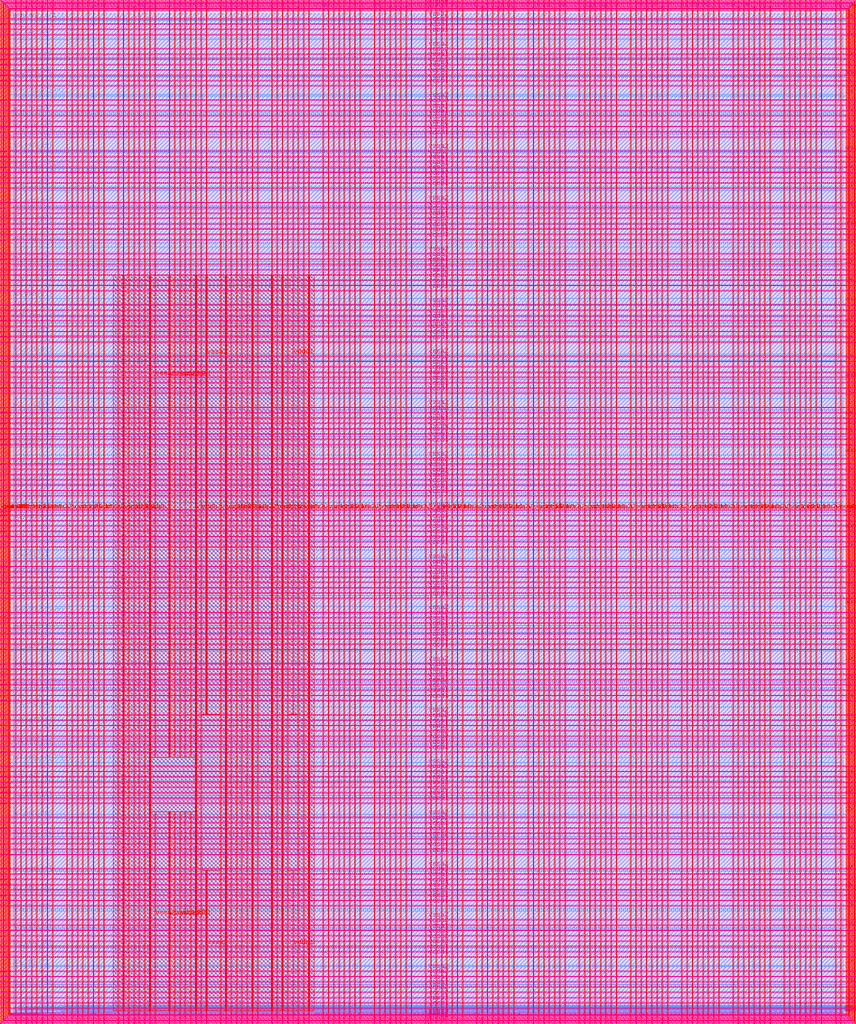
<source format=lef>
VERSION 5.7 ;
  NOWIREEXTENSIONATPIN ON ;
  DIVIDERCHAR "/" ;
  BUSBITCHARS "[]" ;
MACRO user_project_wrapper
  CLASS BLOCK ;
  FOREIGN user_project_wrapper ;
  ORIGIN 0.000 0.000 ;
  SIZE 2920.000 BY 3520.000 ;
  PIN analog_io[0]
    DIRECTION INOUT ;
    USE SIGNAL ;
    PORT
      LAYER met3 ;
        RECT 2917.600 1426.380 2924.800 1427.580 ;
    END
  END analog_io[0]
  PIN analog_io[10]
    DIRECTION INOUT ;
    USE SIGNAL ;
    PORT
      LAYER met2 ;
        RECT 2230.490 3517.600 2231.050 3524.800 ;
    END
  END analog_io[10]
  PIN analog_io[11]
    DIRECTION INOUT ;
    USE SIGNAL ;
    PORT
      LAYER met2 ;
        RECT 1905.730 3517.600 1906.290 3524.800 ;
    END
  END analog_io[11]
  PIN analog_io[12]
    DIRECTION INOUT ;
    USE SIGNAL ;
    PORT
      LAYER met2 ;
        RECT 1581.430 3517.600 1581.990 3524.800 ;
    END
  END analog_io[12]
  PIN analog_io[13]
    DIRECTION INOUT ;
    USE SIGNAL ;
    PORT
      LAYER met2 ;
        RECT 1257.130 3517.600 1257.690 3524.800 ;
    END
  END analog_io[13]
  PIN analog_io[14]
    DIRECTION INOUT ;
    USE SIGNAL ;
    PORT
      LAYER met2 ;
        RECT 932.370 3517.600 932.930 3524.800 ;
    END
  END analog_io[14]
  PIN analog_io[15]
    DIRECTION INOUT ;
    USE SIGNAL ;
    PORT
      LAYER met2 ;
        RECT 608.070 3517.600 608.630 3524.800 ;
    END
  END analog_io[15]
  PIN analog_io[16]
    DIRECTION INOUT ;
    USE SIGNAL ;
    PORT
      LAYER met2 ;
        RECT 283.770 3517.600 284.330 3524.800 ;
    END
  END analog_io[16]
  PIN analog_io[17]
    DIRECTION INOUT ;
    USE SIGNAL ;
    PORT
      LAYER met3 ;
        RECT -4.800 3486.100 2.400 3487.300 ;
    END
  END analog_io[17]
  PIN analog_io[18]
    DIRECTION INOUT ;
    USE SIGNAL ;
    PORT
      LAYER met3 ;
        RECT -4.800 3224.980 2.400 3226.180 ;
    END
  END analog_io[18]
  PIN analog_io[19]
    DIRECTION INOUT ;
    USE SIGNAL ;
    PORT
      LAYER met3 ;
        RECT -4.800 2964.540 2.400 2965.740 ;
    END
  END analog_io[19]
  PIN analog_io[1]
    DIRECTION INOUT ;
    USE SIGNAL ;
    PORT
      LAYER met3 ;
        RECT 2917.600 1692.260 2924.800 1693.460 ;
    END
  END analog_io[1]
  PIN analog_io[20]
    DIRECTION INOUT ;
    USE SIGNAL ;
    PORT
      LAYER met3 ;
        RECT -4.800 2703.420 2.400 2704.620 ;
    END
  END analog_io[20]
  PIN analog_io[21]
    DIRECTION INOUT ;
    USE SIGNAL ;
    PORT
      LAYER met3 ;
        RECT -4.800 2442.980 2.400 2444.180 ;
    END
  END analog_io[21]
  PIN analog_io[22]
    DIRECTION INOUT ;
    USE SIGNAL ;
    PORT
      LAYER met3 ;
        RECT -4.800 2182.540 2.400 2183.740 ;
    END
  END analog_io[22]
  PIN analog_io[23]
    DIRECTION INOUT ;
    USE SIGNAL ;
    PORT
      LAYER met3 ;
        RECT -4.800 1921.420 2.400 1922.620 ;
    END
  END analog_io[23]
  PIN analog_io[24]
    DIRECTION INOUT ;
    USE SIGNAL ;
    PORT
      LAYER met3 ;
        RECT -4.800 1660.980 2.400 1662.180 ;
    END
  END analog_io[24]
  PIN analog_io[25]
    DIRECTION INOUT ;
    USE SIGNAL ;
    PORT
      LAYER met3 ;
        RECT -4.800 1399.860 2.400 1401.060 ;
    END
  END analog_io[25]
  PIN analog_io[26]
    DIRECTION INOUT ;
    USE SIGNAL ;
    PORT
      LAYER met3 ;
        RECT -4.800 1139.420 2.400 1140.620 ;
    END
  END analog_io[26]
  PIN analog_io[27]
    DIRECTION INOUT ;
    USE SIGNAL ;
    PORT
      LAYER met3 ;
        RECT -4.800 878.980 2.400 880.180 ;
    END
  END analog_io[27]
  PIN analog_io[28]
    DIRECTION INOUT ;
    USE SIGNAL ;
    PORT
      LAYER met3 ;
        RECT -4.800 617.860 2.400 619.060 ;
    END
  END analog_io[28]
  PIN analog_io[2]
    DIRECTION INOUT ;
    USE SIGNAL ;
    PORT
      LAYER met3 ;
        RECT 2917.600 1958.140 2924.800 1959.340 ;
    END
  END analog_io[2]
  PIN analog_io[3]
    DIRECTION INOUT ;
    USE SIGNAL ;
    PORT
      LAYER met3 ;
        RECT 2917.600 2223.340 2924.800 2224.540 ;
    END
  END analog_io[3]
  PIN analog_io[4]
    DIRECTION INOUT ;
    USE SIGNAL ;
    PORT
      LAYER met3 ;
        RECT 2917.600 2489.220 2924.800 2490.420 ;
    END
  END analog_io[4]
  PIN analog_io[5]
    DIRECTION INOUT ;
    USE SIGNAL ;
    PORT
      LAYER met3 ;
        RECT 2917.600 2755.100 2924.800 2756.300 ;
    END
  END analog_io[5]
  PIN analog_io[6]
    DIRECTION INOUT ;
    USE SIGNAL ;
    PORT
      LAYER met3 ;
        RECT 2917.600 3020.300 2924.800 3021.500 ;
    END
  END analog_io[6]
  PIN analog_io[7]
    DIRECTION INOUT ;
    USE SIGNAL ;
    PORT
      LAYER met3 ;
        RECT 2917.600 3286.180 2924.800 3287.380 ;
    END
  END analog_io[7]
  PIN analog_io[8]
    DIRECTION INOUT ;
    USE SIGNAL ;
    PORT
      LAYER met2 ;
        RECT 2879.090 3517.600 2879.650 3524.800 ;
    END
  END analog_io[8]
  PIN analog_io[9]
    DIRECTION INOUT ;
    USE SIGNAL ;
    PORT
      LAYER met2 ;
        RECT 2554.790 3517.600 2555.350 3524.800 ;
    END
  END analog_io[9]
  PIN io_in[0]
    DIRECTION INPUT ;
    USE SIGNAL ;
    ANTENNADIFFAREA 0.434700 ;
    PORT
      LAYER met3 ;
        RECT 2917.600 32.380 2924.800 33.580 ;
    END
  END io_in[0]
  PIN io_in[10]
    DIRECTION INPUT ;
    USE SIGNAL ;
    ANTENNAGATEAREA 0.990000 ;
    ANTENNADIFFAREA 0.434700 ;
    PORT
      LAYER met3 ;
        RECT 2917.600 2289.980 2924.800 2291.180 ;
    END
  END io_in[10]
  PIN io_in[11]
    DIRECTION INPUT ;
    USE SIGNAL ;
    ANTENNAGATEAREA 0.990000 ;
    ANTENNADIFFAREA 0.434700 ;
    PORT
      LAYER met3 ;
        RECT 2917.600 2555.860 2924.800 2557.060 ;
    END
  END io_in[11]
  PIN io_in[12]
    DIRECTION INPUT ;
    USE SIGNAL ;
    ANTENNAGATEAREA 0.852000 ;
    ANTENNADIFFAREA 0.434700 ;
    PORT
      LAYER met3 ;
        RECT 2917.600 2821.060 2924.800 2822.260 ;
    END
  END io_in[12]
  PIN io_in[13]
    DIRECTION INPUT ;
    USE SIGNAL ;
    ANTENNAGATEAREA 0.852000 ;
    ANTENNADIFFAREA 0.434700 ;
    PORT
      LAYER met3 ;
        RECT 2917.600 3086.940 2924.800 3088.140 ;
    END
  END io_in[13]
  PIN io_in[14]
    DIRECTION INPUT ;
    USE SIGNAL ;
    ANTENNAGATEAREA 0.852000 ;
    ANTENNADIFFAREA 0.434700 ;
    PORT
      LAYER met3 ;
        RECT 2917.600 3352.820 2924.800 3354.020 ;
    END
  END io_in[14]
  PIN io_in[15]
    DIRECTION INPUT ;
    USE SIGNAL ;
    ANTENNAGATEAREA 0.852000 ;
    ANTENNADIFFAREA 0.434700 ;
    PORT
      LAYER met2 ;
        RECT 2798.130 3517.600 2798.690 3524.800 ;
    END
  END io_in[15]
  PIN io_in[16]
    DIRECTION INPUT ;
    USE SIGNAL ;
    ANTENNAGATEAREA 0.852000 ;
    ANTENNADIFFAREA 0.434700 ;
    PORT
      LAYER met2 ;
        RECT 2473.830 3517.600 2474.390 3524.800 ;
    END
  END io_in[16]
  PIN io_in[17]
    DIRECTION INPUT ;
    USE SIGNAL ;
    ANTENNAGATEAREA 0.990000 ;
    ANTENNADIFFAREA 0.434700 ;
    PORT
      LAYER met2 ;
        RECT 2149.070 3517.600 2149.630 3524.800 ;
    END
  END io_in[17]
  PIN io_in[18]
    DIRECTION INPUT ;
    USE SIGNAL ;
    ANTENNAGATEAREA 0.990000 ;
    ANTENNADIFFAREA 0.434700 ;
    PORT
      LAYER met2 ;
        RECT 1824.770 3517.600 1825.330 3524.800 ;
    END
  END io_in[18]
  PIN io_in[19]
    DIRECTION INPUT ;
    USE SIGNAL ;
    ANTENNADIFFAREA 0.434700 ;
    PORT
      LAYER met2 ;
        RECT 1500.470 3517.600 1501.030 3524.800 ;
    END
  END io_in[19]
  PIN io_in[1]
    DIRECTION INPUT ;
    USE SIGNAL ;
    ANTENNADIFFAREA 0.434700 ;
    PORT
      LAYER met3 ;
        RECT 2917.600 230.940 2924.800 232.140 ;
    END
  END io_in[1]
  PIN io_in[20]
    DIRECTION INPUT ;
    USE SIGNAL ;
    ANTENNADIFFAREA 0.434700 ;
    PORT
      LAYER met2 ;
        RECT 1175.710 3517.600 1176.270 3524.800 ;
    END
  END io_in[20]
  PIN io_in[21]
    DIRECTION INPUT ;
    USE SIGNAL ;
    ANTENNADIFFAREA 0.434700 ;
    PORT
      LAYER met2 ;
        RECT 851.410 3517.600 851.970 3524.800 ;
    END
  END io_in[21]
  PIN io_in[22]
    DIRECTION INPUT ;
    USE SIGNAL ;
    ANTENNADIFFAREA 0.434700 ;
    PORT
      LAYER met2 ;
        RECT 527.110 3517.600 527.670 3524.800 ;
    END
  END io_in[22]
  PIN io_in[23]
    DIRECTION INPUT ;
    USE SIGNAL ;
    ANTENNADIFFAREA 0.434700 ;
    PORT
      LAYER met2 ;
        RECT 202.350 3517.600 202.910 3524.800 ;
    END
  END io_in[23]
  PIN io_in[24]
    DIRECTION INPUT ;
    USE SIGNAL ;
    ANTENNADIFFAREA 0.434700 ;
    PORT
      LAYER met3 ;
        RECT -4.800 3420.820 2.400 3422.020 ;
    END
  END io_in[24]
  PIN io_in[25]
    DIRECTION INPUT ;
    USE SIGNAL ;
    ANTENNADIFFAREA 0.434700 ;
    PORT
      LAYER met3 ;
        RECT -4.800 3159.700 2.400 3160.900 ;
    END
  END io_in[25]
  PIN io_in[26]
    DIRECTION INPUT ;
    USE SIGNAL ;
    ANTENNADIFFAREA 0.434700 ;
    PORT
      LAYER met3 ;
        RECT -4.800 2899.260 2.400 2900.460 ;
    END
  END io_in[26]
  PIN io_in[27]
    DIRECTION INPUT ;
    USE SIGNAL ;
    ANTENNADIFFAREA 0.434700 ;
    PORT
      LAYER met3 ;
        RECT -4.800 2638.820 2.400 2640.020 ;
    END
  END io_in[27]
  PIN io_in[28]
    DIRECTION INPUT ;
    USE SIGNAL ;
    ANTENNADIFFAREA 0.434700 ;
    PORT
      LAYER met3 ;
        RECT -4.800 2377.700 2.400 2378.900 ;
    END
  END io_in[28]
  PIN io_in[29]
    DIRECTION INPUT ;
    USE SIGNAL ;
    ANTENNADIFFAREA 0.434700 ;
    PORT
      LAYER met3 ;
        RECT -4.800 2117.260 2.400 2118.460 ;
    END
  END io_in[29]
  PIN io_in[2]
    DIRECTION INPUT ;
    USE SIGNAL ;
    ANTENNADIFFAREA 0.434700 ;
    PORT
      LAYER met3 ;
        RECT 2917.600 430.180 2924.800 431.380 ;
    END
  END io_in[2]
  PIN io_in[30]
    DIRECTION INPUT ;
    USE SIGNAL ;
    ANTENNADIFFAREA 0.434700 ;
    PORT
      LAYER met3 ;
        RECT -4.800 1856.140 2.400 1857.340 ;
    END
  END io_in[30]
  PIN io_in[31]
    DIRECTION INPUT ;
    USE SIGNAL ;
    ANTENNADIFFAREA 0.434700 ;
    PORT
      LAYER met3 ;
        RECT -4.800 1595.700 2.400 1596.900 ;
    END
  END io_in[31]
  PIN io_in[32]
    DIRECTION INPUT ;
    USE SIGNAL ;
    ANTENNADIFFAREA 0.434700 ;
    PORT
      LAYER met3 ;
        RECT -4.800 1335.260 2.400 1336.460 ;
    END
  END io_in[32]
  PIN io_in[33]
    DIRECTION INPUT ;
    USE SIGNAL ;
    ANTENNADIFFAREA 0.434700 ;
    PORT
      LAYER met3 ;
        RECT -4.800 1074.140 2.400 1075.340 ;
    END
  END io_in[33]
  PIN io_in[34]
    DIRECTION INPUT ;
    USE SIGNAL ;
    ANTENNADIFFAREA 0.434700 ;
    PORT
      LAYER met3 ;
        RECT -4.800 813.700 2.400 814.900 ;
    END
  END io_in[34]
  PIN io_in[35]
    DIRECTION INPUT ;
    USE SIGNAL ;
    ANTENNADIFFAREA 0.434700 ;
    PORT
      LAYER met3 ;
        RECT -4.800 552.580 2.400 553.780 ;
    END
  END io_in[35]
  PIN io_in[36]
    DIRECTION INPUT ;
    USE SIGNAL ;
    ANTENNADIFFAREA 0.434700 ;
    PORT
      LAYER met3 ;
        RECT -4.800 357.420 2.400 358.620 ;
    END
  END io_in[36]
  PIN io_in[37]
    DIRECTION INPUT ;
    USE SIGNAL ;
    ANTENNADIFFAREA 0.434700 ;
    PORT
      LAYER met3 ;
        RECT -4.800 161.580 2.400 162.780 ;
    END
  END io_in[37]
  PIN io_in[3]
    DIRECTION INPUT ;
    USE SIGNAL ;
    ANTENNADIFFAREA 0.434700 ;
    PORT
      LAYER met3 ;
        RECT 2917.600 629.420 2924.800 630.620 ;
    END
  END io_in[3]
  PIN io_in[4]
    DIRECTION INPUT ;
    USE SIGNAL ;
    ANTENNADIFFAREA 0.434700 ;
    PORT
      LAYER met3 ;
        RECT 2917.600 828.660 2924.800 829.860 ;
    END
  END io_in[4]
  PIN io_in[5]
    DIRECTION INPUT ;
    USE SIGNAL ;
    ANTENNADIFFAREA 0.434700 ;
    PORT
      LAYER met3 ;
        RECT 2917.600 1027.900 2924.800 1029.100 ;
    END
  END io_in[5]
  PIN io_in[6]
    DIRECTION INPUT ;
    USE SIGNAL ;
    ANTENNADIFFAREA 0.434700 ;
    PORT
      LAYER met3 ;
        RECT 2917.600 1227.140 2924.800 1228.340 ;
    END
  END io_in[6]
  PIN io_in[7]
    DIRECTION INPUT ;
    USE SIGNAL ;
    ANTENNADIFFAREA 0.434700 ;
    PORT
      LAYER met3 ;
        RECT 2917.600 1493.020 2924.800 1494.220 ;
    END
  END io_in[7]
  PIN io_in[8]
    DIRECTION INPUT ;
    USE SIGNAL ;
    ANTENNADIFFAREA 0.434700 ;
    PORT
      LAYER met3 ;
        RECT 2917.600 1758.900 2924.800 1760.100 ;
    END
  END io_in[8]
  PIN io_in[9]
    DIRECTION INPUT ;
    USE SIGNAL ;
    ANTENNADIFFAREA 0.434700 ;
    PORT
      LAYER met3 ;
        RECT 2917.600 2024.100 2924.800 2025.300 ;
    END
  END io_in[9]
  PIN io_oeb[0]
    DIRECTION OUTPUT ;
    USE SIGNAL ;
    ANTENNADIFFAREA 2.673000 ;
    PORT
      LAYER met3 ;
        RECT 2917.600 164.980 2924.800 166.180 ;
    END
  END io_oeb[0]
  PIN io_oeb[10]
    DIRECTION OUTPUT ;
    USE SIGNAL ;
    ANTENNADIFFAREA 2.673000 ;
    PORT
      LAYER met3 ;
        RECT 2917.600 2422.580 2924.800 2423.780 ;
    END
  END io_oeb[10]
  PIN io_oeb[11]
    DIRECTION OUTPUT ;
    USE SIGNAL ;
    ANTENNADIFFAREA 2.673000 ;
    PORT
      LAYER met3 ;
        RECT 2917.600 2688.460 2924.800 2689.660 ;
    END
  END io_oeb[11]
  PIN io_oeb[12]
    DIRECTION OUTPUT ;
    USE SIGNAL ;
    ANTENNADIFFAREA 2.673000 ;
    PORT
      LAYER met3 ;
        RECT 2917.600 2954.340 2924.800 2955.540 ;
    END
  END io_oeb[12]
  PIN io_oeb[13]
    DIRECTION OUTPUT ;
    USE SIGNAL ;
    ANTENNADIFFAREA 2.673000 ;
    PORT
      LAYER met3 ;
        RECT 2917.600 3219.540 2924.800 3220.740 ;
    END
  END io_oeb[13]
  PIN io_oeb[14]
    DIRECTION OUTPUT ;
    USE SIGNAL ;
    ANTENNADIFFAREA 2.673000 ;
    PORT
      LAYER met3 ;
        RECT 2917.600 3485.420 2924.800 3486.620 ;
    END
  END io_oeb[14]
  PIN io_oeb[15]
    DIRECTION OUTPUT ;
    USE SIGNAL ;
    ANTENNADIFFAREA 2.673000 ;
    PORT
      LAYER met2 ;
        RECT 2635.750 3517.600 2636.310 3524.800 ;
    END
  END io_oeb[15]
  PIN io_oeb[16]
    DIRECTION OUTPUT ;
    USE SIGNAL ;
    ANTENNADIFFAREA 2.673000 ;
    PORT
      LAYER met2 ;
        RECT 2311.450 3517.600 2312.010 3524.800 ;
    END
  END io_oeb[16]
  PIN io_oeb[17]
    DIRECTION OUTPUT ;
    USE SIGNAL ;
    ANTENNADIFFAREA 2.673000 ;
    PORT
      LAYER met2 ;
        RECT 1987.150 3517.600 1987.710 3524.800 ;
    END
  END io_oeb[17]
  PIN io_oeb[18]
    DIRECTION OUTPUT ;
    USE SIGNAL ;
    ANTENNADIFFAREA 2.673000 ;
    PORT
      LAYER met2 ;
        RECT 1662.390 3517.600 1662.950 3524.800 ;
    END
  END io_oeb[18]
  PIN io_oeb[19]
    DIRECTION OUTPUT ;
    USE SIGNAL ;
    ANTENNADIFFAREA 2.673000 ;
    PORT
      LAYER met2 ;
        RECT 1338.090 3517.600 1338.650 3524.800 ;
    END
  END io_oeb[19]
  PIN io_oeb[1]
    DIRECTION OUTPUT ;
    USE SIGNAL ;
    ANTENNADIFFAREA 2.673000 ;
    PORT
      LAYER met3 ;
        RECT 2917.600 364.220 2924.800 365.420 ;
    END
  END io_oeb[1]
  PIN io_oeb[20]
    DIRECTION OUTPUT ;
    USE SIGNAL ;
    ANTENNADIFFAREA 2.673000 ;
    PORT
      LAYER met2 ;
        RECT 1013.790 3517.600 1014.350 3524.800 ;
    END
  END io_oeb[20]
  PIN io_oeb[21]
    DIRECTION OUTPUT ;
    USE SIGNAL ;
    ANTENNADIFFAREA 2.673000 ;
    PORT
      LAYER met2 ;
        RECT 689.030 3517.600 689.590 3524.800 ;
    END
  END io_oeb[21]
  PIN io_oeb[22]
    DIRECTION OUTPUT ;
    USE SIGNAL ;
    ANTENNADIFFAREA 2.673000 ;
    PORT
      LAYER met2 ;
        RECT 364.730 3517.600 365.290 3524.800 ;
    END
  END io_oeb[22]
  PIN io_oeb[23]
    DIRECTION OUTPUT ;
    USE SIGNAL ;
    ANTENNADIFFAREA 2.673000 ;
    PORT
      LAYER met2 ;
        RECT 40.430 3517.600 40.990 3524.800 ;
    END
  END io_oeb[23]
  PIN io_oeb[24]
    DIRECTION OUTPUT ;
    USE SIGNAL ;
    ANTENNADIFFAREA 2.673000 ;
    PORT
      LAYER met3 ;
        RECT -4.800 3290.260 2.400 3291.460 ;
    END
  END io_oeb[24]
  PIN io_oeb[25]
    DIRECTION OUTPUT ;
    USE SIGNAL ;
    ANTENNADIFFAREA 2.673000 ;
    PORT
      LAYER met3 ;
        RECT -4.800 3029.820 2.400 3031.020 ;
    END
  END io_oeb[25]
  PIN io_oeb[26]
    DIRECTION OUTPUT ;
    USE SIGNAL ;
    ANTENNADIFFAREA 2.673000 ;
    PORT
      LAYER met3 ;
        RECT -4.800 2768.700 2.400 2769.900 ;
    END
  END io_oeb[26]
  PIN io_oeb[27]
    DIRECTION OUTPUT ;
    USE SIGNAL ;
    ANTENNADIFFAREA 2.673000 ;
    PORT
      LAYER met3 ;
        RECT -4.800 2508.260 2.400 2509.460 ;
    END
  END io_oeb[27]
  PIN io_oeb[28]
    DIRECTION OUTPUT ;
    USE SIGNAL ;
    ANTENNADIFFAREA 2.673000 ;
    PORT
      LAYER met3 ;
        RECT -4.800 2247.140 2.400 2248.340 ;
    END
  END io_oeb[28]
  PIN io_oeb[29]
    DIRECTION OUTPUT ;
    USE SIGNAL ;
    ANTENNADIFFAREA 2.673000 ;
    PORT
      LAYER met3 ;
        RECT -4.800 1986.700 2.400 1987.900 ;
    END
  END io_oeb[29]
  PIN io_oeb[2]
    DIRECTION OUTPUT ;
    USE SIGNAL ;
    ANTENNADIFFAREA 2.673000 ;
    PORT
      LAYER met3 ;
        RECT 2917.600 563.460 2924.800 564.660 ;
    END
  END io_oeb[2]
  PIN io_oeb[30]
    DIRECTION OUTPUT ;
    USE SIGNAL ;
    ANTENNADIFFAREA 2.673000 ;
    PORT
      LAYER met3 ;
        RECT -4.800 1726.260 2.400 1727.460 ;
    END
  END io_oeb[30]
  PIN io_oeb[31]
    DIRECTION OUTPUT ;
    USE SIGNAL ;
    ANTENNADIFFAREA 2.673000 ;
    PORT
      LAYER met3 ;
        RECT -4.800 1465.140 2.400 1466.340 ;
    END
  END io_oeb[31]
  PIN io_oeb[32]
    DIRECTION OUTPUT ;
    USE SIGNAL ;
    ANTENNADIFFAREA 2.673000 ;
    PORT
      LAYER met3 ;
        RECT -4.800 1204.700 2.400 1205.900 ;
    END
  END io_oeb[32]
  PIN io_oeb[33]
    DIRECTION OUTPUT ;
    USE SIGNAL ;
    ANTENNADIFFAREA 2.673000 ;
    PORT
      LAYER met3 ;
        RECT -4.800 943.580 2.400 944.780 ;
    END
  END io_oeb[33]
  PIN io_oeb[34]
    DIRECTION OUTPUT ;
    USE SIGNAL ;
    ANTENNADIFFAREA 2.673000 ;
    PORT
      LAYER met3 ;
        RECT -4.800 683.140 2.400 684.340 ;
    END
  END io_oeb[34]
  PIN io_oeb[35]
    DIRECTION OUTPUT ;
    USE SIGNAL ;
    ANTENNADIFFAREA 2.673000 ;
    PORT
      LAYER met3 ;
        RECT -4.800 422.700 2.400 423.900 ;
    END
  END io_oeb[35]
  PIN io_oeb[36]
    DIRECTION OUTPUT ;
    USE SIGNAL ;
    ANTENNADIFFAREA 2.673000 ;
    PORT
      LAYER met3 ;
        RECT -4.800 226.860 2.400 228.060 ;
    END
  END io_oeb[36]
  PIN io_oeb[37]
    DIRECTION OUTPUT ;
    USE SIGNAL ;
    ANTENNADIFFAREA 2.673000 ;
    PORT
      LAYER met3 ;
        RECT -4.800 31.700 2.400 32.900 ;
    END
  END io_oeb[37]
  PIN io_oeb[3]
    DIRECTION OUTPUT ;
    USE SIGNAL ;
    ANTENNADIFFAREA 2.673000 ;
    PORT
      LAYER met3 ;
        RECT 2917.600 762.700 2924.800 763.900 ;
    END
  END io_oeb[3]
  PIN io_oeb[4]
    DIRECTION OUTPUT ;
    USE SIGNAL ;
    ANTENNADIFFAREA 2.673000 ;
    PORT
      LAYER met3 ;
        RECT 2917.600 961.940 2924.800 963.140 ;
    END
  END io_oeb[4]
  PIN io_oeb[5]
    DIRECTION OUTPUT ;
    USE SIGNAL ;
    ANTENNADIFFAREA 2.673000 ;
    PORT
      LAYER met3 ;
        RECT 2917.600 1161.180 2924.800 1162.380 ;
    END
  END io_oeb[5]
  PIN io_oeb[6]
    DIRECTION OUTPUT ;
    USE SIGNAL ;
    ANTENNADIFFAREA 2.673000 ;
    PORT
      LAYER met3 ;
        RECT 2917.600 1360.420 2924.800 1361.620 ;
    END
  END io_oeb[6]
  PIN io_oeb[7]
    DIRECTION OUTPUT ;
    USE SIGNAL ;
    ANTENNADIFFAREA 2.673000 ;
    PORT
      LAYER met3 ;
        RECT 2917.600 1625.620 2924.800 1626.820 ;
    END
  END io_oeb[7]
  PIN io_oeb[8]
    DIRECTION OUTPUT ;
    USE SIGNAL ;
    ANTENNADIFFAREA 2.673000 ;
    PORT
      LAYER met3 ;
        RECT 2917.600 1891.500 2924.800 1892.700 ;
    END
  END io_oeb[8]
  PIN io_oeb[9]
    DIRECTION OUTPUT ;
    USE SIGNAL ;
    ANTENNADIFFAREA 2.673000 ;
    PORT
      LAYER met3 ;
        RECT 2917.600 2157.380 2924.800 2158.580 ;
    END
  END io_oeb[9]
  PIN io_out[0]
    DIRECTION OUTPUT ;
    USE SIGNAL ;
    ANTENNADIFFAREA 2.673000 ;
    PORT
      LAYER met3 ;
        RECT 2917.600 98.340 2924.800 99.540 ;
    END
  END io_out[0]
  PIN io_out[10]
    DIRECTION OUTPUT ;
    USE SIGNAL ;
    ANTENNADIFFAREA 2.673000 ;
    PORT
      LAYER met3 ;
        RECT 2917.600 2356.620 2924.800 2357.820 ;
    END
  END io_out[10]
  PIN io_out[11]
    DIRECTION OUTPUT ;
    USE SIGNAL ;
    ANTENNADIFFAREA 2.673000 ;
    PORT
      LAYER met3 ;
        RECT 2917.600 2621.820 2924.800 2623.020 ;
    END
  END io_out[11]
  PIN io_out[12]
    DIRECTION OUTPUT ;
    USE SIGNAL ;
    ANTENNADIFFAREA 2.673000 ;
    PORT
      LAYER met3 ;
        RECT 2917.600 2887.700 2924.800 2888.900 ;
    END
  END io_out[12]
  PIN io_out[13]
    DIRECTION OUTPUT ;
    USE SIGNAL ;
    ANTENNADIFFAREA 2.673000 ;
    PORT
      LAYER met3 ;
        RECT 2917.600 3153.580 2924.800 3154.780 ;
    END
  END io_out[13]
  PIN io_out[14]
    DIRECTION OUTPUT ;
    USE SIGNAL ;
    ANTENNADIFFAREA 2.673000 ;
    PORT
      LAYER met3 ;
        RECT 2917.600 3418.780 2924.800 3419.980 ;
    END
  END io_out[14]
  PIN io_out[15]
    DIRECTION OUTPUT ;
    USE SIGNAL ;
    ANTENNADIFFAREA 2.673000 ;
    PORT
      LAYER met2 ;
        RECT 2717.170 3517.600 2717.730 3524.800 ;
    END
  END io_out[15]
  PIN io_out[16]
    DIRECTION OUTPUT ;
    USE SIGNAL ;
    ANTENNADIFFAREA 2.673000 ;
    PORT
      LAYER met2 ;
        RECT 2392.410 3517.600 2392.970 3524.800 ;
    END
  END io_out[16]
  PIN io_out[17]
    DIRECTION OUTPUT ;
    USE SIGNAL ;
    ANTENNADIFFAREA 2.673000 ;
    PORT
      LAYER met2 ;
        RECT 2068.110 3517.600 2068.670 3524.800 ;
    END
  END io_out[17]
  PIN io_out[18]
    DIRECTION OUTPUT ;
    USE SIGNAL ;
    ANTENNADIFFAREA 2.673000 ;
    PORT
      LAYER met2 ;
        RECT 1743.810 3517.600 1744.370 3524.800 ;
    END
  END io_out[18]
  PIN io_out[19]
    DIRECTION OUTPUT ;
    USE SIGNAL ;
    ANTENNADIFFAREA 2.673000 ;
    PORT
      LAYER met2 ;
        RECT 1419.050 3517.600 1419.610 3524.800 ;
    END
  END io_out[19]
  PIN io_out[1]
    DIRECTION OUTPUT ;
    USE SIGNAL ;
    ANTENNADIFFAREA 2.673000 ;
    PORT
      LAYER met3 ;
        RECT 2917.600 297.580 2924.800 298.780 ;
    END
  END io_out[1]
  PIN io_out[20]
    DIRECTION OUTPUT ;
    USE SIGNAL ;
    ANTENNADIFFAREA 2.673000 ;
    PORT
      LAYER met2 ;
        RECT 1094.750 3517.600 1095.310 3524.800 ;
    END
  END io_out[20]
  PIN io_out[21]
    DIRECTION OUTPUT ;
    USE SIGNAL ;
    ANTENNADIFFAREA 2.673000 ;
    PORT
      LAYER met2 ;
        RECT 770.450 3517.600 771.010 3524.800 ;
    END
  END io_out[21]
  PIN io_out[22]
    DIRECTION OUTPUT ;
    USE SIGNAL ;
    ANTENNADIFFAREA 2.673000 ;
    PORT
      LAYER met2 ;
        RECT 445.690 3517.600 446.250 3524.800 ;
    END
  END io_out[22]
  PIN io_out[23]
    DIRECTION OUTPUT ;
    USE SIGNAL ;
    ANTENNADIFFAREA 2.673000 ;
    PORT
      LAYER met2 ;
        RECT 121.390 3517.600 121.950 3524.800 ;
    END
  END io_out[23]
  PIN io_out[24]
    DIRECTION OUTPUT ;
    USE SIGNAL ;
    ANTENNADIFFAREA 2.673000 ;
    PORT
      LAYER met3 ;
        RECT -4.800 3355.540 2.400 3356.740 ;
    END
  END io_out[24]
  PIN io_out[25]
    DIRECTION OUTPUT ;
    USE SIGNAL ;
    ANTENNADIFFAREA 2.673000 ;
    PORT
      LAYER met3 ;
        RECT -4.800 3095.100 2.400 3096.300 ;
    END
  END io_out[25]
  PIN io_out[26]
    DIRECTION OUTPUT ;
    USE SIGNAL ;
    ANTENNADIFFAREA 2.673000 ;
    PORT
      LAYER met3 ;
        RECT -4.800 2833.980 2.400 2835.180 ;
    END
  END io_out[26]
  PIN io_out[27]
    DIRECTION OUTPUT ;
    USE SIGNAL ;
    ANTENNADIFFAREA 2.673000 ;
    PORT
      LAYER met3 ;
        RECT -4.800 2573.540 2.400 2574.740 ;
    END
  END io_out[27]
  PIN io_out[28]
    DIRECTION OUTPUT ;
    USE SIGNAL ;
    ANTENNADIFFAREA 2.673000 ;
    PORT
      LAYER met3 ;
        RECT -4.800 2312.420 2.400 2313.620 ;
    END
  END io_out[28]
  PIN io_out[29]
    DIRECTION OUTPUT ;
    USE SIGNAL ;
    ANTENNADIFFAREA 2.673000 ;
    PORT
      LAYER met3 ;
        RECT -4.800 2051.980 2.400 2053.180 ;
    END
  END io_out[29]
  PIN io_out[2]
    DIRECTION OUTPUT ;
    USE SIGNAL ;
    ANTENNADIFFAREA 2.673000 ;
    PORT
      LAYER met3 ;
        RECT 2917.600 496.820 2924.800 498.020 ;
    END
  END io_out[2]
  PIN io_out[30]
    DIRECTION OUTPUT ;
    USE SIGNAL ;
    ANTENNADIFFAREA 2.673000 ;
    PORT
      LAYER met3 ;
        RECT -4.800 1791.540 2.400 1792.740 ;
    END
  END io_out[30]
  PIN io_out[31]
    DIRECTION OUTPUT ;
    USE SIGNAL ;
    ANTENNADIFFAREA 2.673000 ;
    PORT
      LAYER met3 ;
        RECT -4.800 1530.420 2.400 1531.620 ;
    END
  END io_out[31]
  PIN io_out[32]
    DIRECTION OUTPUT ;
    USE SIGNAL ;
    ANTENNADIFFAREA 2.673000 ;
    PORT
      LAYER met3 ;
        RECT -4.800 1269.980 2.400 1271.180 ;
    END
  END io_out[32]
  PIN io_out[33]
    DIRECTION OUTPUT ;
    USE SIGNAL ;
    ANTENNADIFFAREA 2.673000 ;
    PORT
      LAYER met3 ;
        RECT -4.800 1008.860 2.400 1010.060 ;
    END
  END io_out[33]
  PIN io_out[34]
    DIRECTION OUTPUT ;
    USE SIGNAL ;
    ANTENNADIFFAREA 2.673000 ;
    PORT
      LAYER met3 ;
        RECT -4.800 748.420 2.400 749.620 ;
    END
  END io_out[34]
  PIN io_out[35]
    DIRECTION OUTPUT ;
    USE SIGNAL ;
    ANTENNADIFFAREA 2.673000 ;
    PORT
      LAYER met3 ;
        RECT -4.800 487.300 2.400 488.500 ;
    END
  END io_out[35]
  PIN io_out[36]
    DIRECTION OUTPUT ;
    USE SIGNAL ;
    ANTENNADIFFAREA 2.673000 ;
    PORT
      LAYER met3 ;
        RECT -4.800 292.140 2.400 293.340 ;
    END
  END io_out[36]
  PIN io_out[37]
    DIRECTION OUTPUT ;
    USE SIGNAL ;
    ANTENNADIFFAREA 2.673000 ;
    PORT
      LAYER met3 ;
        RECT -4.800 96.300 2.400 97.500 ;
    END
  END io_out[37]
  PIN io_out[3]
    DIRECTION OUTPUT ;
    USE SIGNAL ;
    ANTENNADIFFAREA 2.673000 ;
    PORT
      LAYER met3 ;
        RECT 2917.600 696.060 2924.800 697.260 ;
    END
  END io_out[3]
  PIN io_out[4]
    DIRECTION OUTPUT ;
    USE SIGNAL ;
    ANTENNADIFFAREA 2.673000 ;
    PORT
      LAYER met3 ;
        RECT 2917.600 895.300 2924.800 896.500 ;
    END
  END io_out[4]
  PIN io_out[5]
    DIRECTION OUTPUT ;
    USE SIGNAL ;
    ANTENNADIFFAREA 2.673000 ;
    PORT
      LAYER met3 ;
        RECT 2917.600 1094.540 2924.800 1095.740 ;
    END
  END io_out[5]
  PIN io_out[6]
    DIRECTION OUTPUT ;
    USE SIGNAL ;
    ANTENNADIFFAREA 2.673000 ;
    PORT
      LAYER met3 ;
        RECT 2917.600 1293.780 2924.800 1294.980 ;
    END
  END io_out[6]
  PIN io_out[7]
    DIRECTION OUTPUT ;
    USE SIGNAL ;
    ANTENNADIFFAREA 2.673000 ;
    PORT
      LAYER met3 ;
        RECT 2917.600 1559.660 2924.800 1560.860 ;
    END
  END io_out[7]
  PIN io_out[8]
    DIRECTION OUTPUT ;
    USE SIGNAL ;
    ANTENNADIFFAREA 2.673000 ;
    PORT
      LAYER met3 ;
        RECT 2917.600 1824.860 2924.800 1826.060 ;
    END
  END io_out[8]
  PIN io_out[9]
    DIRECTION OUTPUT ;
    USE SIGNAL ;
    ANTENNADIFFAREA 2.673000 ;
    PORT
      LAYER met3 ;
        RECT 2917.600 2090.740 2924.800 2091.940 ;
    END
  END io_out[9]
  PIN la_data_in[0]
    DIRECTION INPUT ;
    USE SIGNAL ;
    ANTENNAGATEAREA 0.213000 ;
    ANTENNADIFFAREA 0.869400 ;
    PORT
      LAYER met2 ;
        RECT 629.230 -4.800 629.790 2.400 ;
    END
  END la_data_in[0]
  PIN la_data_in[100]
    DIRECTION INPUT ;
    USE SIGNAL ;
    ANTENNADIFFAREA 0.434700 ;
    PORT
      LAYER met2 ;
        RECT 2402.530 -4.800 2403.090 2.400 ;
    END
  END la_data_in[100]
  PIN la_data_in[101]
    DIRECTION INPUT ;
    USE SIGNAL ;
    ANTENNADIFFAREA 0.434700 ;
    PORT
      LAYER met2 ;
        RECT 2420.010 -4.800 2420.570 2.400 ;
    END
  END la_data_in[101]
  PIN la_data_in[102]
    DIRECTION INPUT ;
    USE SIGNAL ;
    ANTENNADIFFAREA 0.434700 ;
    PORT
      LAYER met2 ;
        RECT 2437.950 -4.800 2438.510 2.400 ;
    END
  END la_data_in[102]
  PIN la_data_in[103]
    DIRECTION INPUT ;
    USE SIGNAL ;
    ANTENNADIFFAREA 0.434700 ;
    PORT
      LAYER met2 ;
        RECT 2455.430 -4.800 2455.990 2.400 ;
    END
  END la_data_in[103]
  PIN la_data_in[104]
    DIRECTION INPUT ;
    USE SIGNAL ;
    ANTENNADIFFAREA 0.434700 ;
    PORT
      LAYER met2 ;
        RECT 2473.370 -4.800 2473.930 2.400 ;
    END
  END la_data_in[104]
  PIN la_data_in[105]
    DIRECTION INPUT ;
    USE SIGNAL ;
    ANTENNADIFFAREA 0.434700 ;
    PORT
      LAYER met2 ;
        RECT 2490.850 -4.800 2491.410 2.400 ;
    END
  END la_data_in[105]
  PIN la_data_in[106]
    DIRECTION INPUT ;
    USE SIGNAL ;
    ANTENNADIFFAREA 0.434700 ;
    PORT
      LAYER met2 ;
        RECT 2508.790 -4.800 2509.350 2.400 ;
    END
  END la_data_in[106]
  PIN la_data_in[107]
    DIRECTION INPUT ;
    USE SIGNAL ;
    ANTENNADIFFAREA 0.434700 ;
    PORT
      LAYER met2 ;
        RECT 2526.730 -4.800 2527.290 2.400 ;
    END
  END la_data_in[107]
  PIN la_data_in[108]
    DIRECTION INPUT ;
    USE SIGNAL ;
    ANTENNADIFFAREA 0.434700 ;
    PORT
      LAYER met2 ;
        RECT 2544.210 -4.800 2544.770 2.400 ;
    END
  END la_data_in[108]
  PIN la_data_in[109]
    DIRECTION INPUT ;
    USE SIGNAL ;
    ANTENNADIFFAREA 0.434700 ;
    PORT
      LAYER met2 ;
        RECT 2562.150 -4.800 2562.710 2.400 ;
    END
  END la_data_in[109]
  PIN la_data_in[10]
    DIRECTION INPUT ;
    USE SIGNAL ;
    ANTENNADIFFAREA 0.434700 ;
    PORT
      LAYER met2 ;
        RECT 806.330 -4.800 806.890 2.400 ;
    END
  END la_data_in[10]
  PIN la_data_in[110]
    DIRECTION INPUT ;
    USE SIGNAL ;
    ANTENNADIFFAREA 0.434700 ;
    PORT
      LAYER met2 ;
        RECT 2579.630 -4.800 2580.190 2.400 ;
    END
  END la_data_in[110]
  PIN la_data_in[111]
    DIRECTION INPUT ;
    USE SIGNAL ;
    ANTENNADIFFAREA 0.434700 ;
    PORT
      LAYER met2 ;
        RECT 2597.570 -4.800 2598.130 2.400 ;
    END
  END la_data_in[111]
  PIN la_data_in[112]
    DIRECTION INPUT ;
    USE SIGNAL ;
    ANTENNADIFFAREA 0.434700 ;
    PORT
      LAYER met2 ;
        RECT 2615.050 -4.800 2615.610 2.400 ;
    END
  END la_data_in[112]
  PIN la_data_in[113]
    DIRECTION INPUT ;
    USE SIGNAL ;
    ANTENNADIFFAREA 0.434700 ;
    PORT
      LAYER met2 ;
        RECT 2632.990 -4.800 2633.550 2.400 ;
    END
  END la_data_in[113]
  PIN la_data_in[114]
    DIRECTION INPUT ;
    USE SIGNAL ;
    ANTENNADIFFAREA 0.434700 ;
    PORT
      LAYER met2 ;
        RECT 2650.470 -4.800 2651.030 2.400 ;
    END
  END la_data_in[114]
  PIN la_data_in[115]
    DIRECTION INPUT ;
    USE SIGNAL ;
    ANTENNADIFFAREA 0.434700 ;
    PORT
      LAYER met2 ;
        RECT 2668.410 -4.800 2668.970 2.400 ;
    END
  END la_data_in[115]
  PIN la_data_in[116]
    DIRECTION INPUT ;
    USE SIGNAL ;
    ANTENNADIFFAREA 0.434700 ;
    PORT
      LAYER met2 ;
        RECT 2685.890 -4.800 2686.450 2.400 ;
    END
  END la_data_in[116]
  PIN la_data_in[117]
    DIRECTION INPUT ;
    USE SIGNAL ;
    ANTENNADIFFAREA 0.434700 ;
    PORT
      LAYER met2 ;
        RECT 2703.830 -4.800 2704.390 2.400 ;
    END
  END la_data_in[117]
  PIN la_data_in[118]
    DIRECTION INPUT ;
    USE SIGNAL ;
    ANTENNADIFFAREA 0.434700 ;
    PORT
      LAYER met2 ;
        RECT 2721.770 -4.800 2722.330 2.400 ;
    END
  END la_data_in[118]
  PIN la_data_in[119]
    DIRECTION INPUT ;
    USE SIGNAL ;
    ANTENNADIFFAREA 0.434700 ;
    PORT
      LAYER met2 ;
        RECT 2739.250 -4.800 2739.810 2.400 ;
    END
  END la_data_in[119]
  PIN la_data_in[11]
    DIRECTION INPUT ;
    USE SIGNAL ;
    ANTENNADIFFAREA 0.434700 ;
    PORT
      LAYER met2 ;
        RECT 824.270 -4.800 824.830 2.400 ;
    END
  END la_data_in[11]
  PIN la_data_in[120]
    DIRECTION INPUT ;
    USE SIGNAL ;
    ANTENNADIFFAREA 0.434700 ;
    PORT
      LAYER met2 ;
        RECT 2757.190 -4.800 2757.750 2.400 ;
    END
  END la_data_in[120]
  PIN la_data_in[121]
    DIRECTION INPUT ;
    USE SIGNAL ;
    ANTENNADIFFAREA 0.434700 ;
    PORT
      LAYER met2 ;
        RECT 2774.670 -4.800 2775.230 2.400 ;
    END
  END la_data_in[121]
  PIN la_data_in[122]
    DIRECTION INPUT ;
    USE SIGNAL ;
    ANTENNADIFFAREA 0.434700 ;
    PORT
      LAYER met2 ;
        RECT 2792.610 -4.800 2793.170 2.400 ;
    END
  END la_data_in[122]
  PIN la_data_in[123]
    DIRECTION INPUT ;
    USE SIGNAL ;
    ANTENNADIFFAREA 0.434700 ;
    PORT
      LAYER met2 ;
        RECT 2810.090 -4.800 2810.650 2.400 ;
    END
  END la_data_in[123]
  PIN la_data_in[124]
    DIRECTION INPUT ;
    USE SIGNAL ;
    ANTENNADIFFAREA 0.434700 ;
    PORT
      LAYER met2 ;
        RECT 2828.030 -4.800 2828.590 2.400 ;
    END
  END la_data_in[124]
  PIN la_data_in[125]
    DIRECTION INPUT ;
    USE SIGNAL ;
    ANTENNADIFFAREA 0.434700 ;
    PORT
      LAYER met2 ;
        RECT 2845.510 -4.800 2846.070 2.400 ;
    END
  END la_data_in[125]
  PIN la_data_in[126]
    DIRECTION INPUT ;
    USE SIGNAL ;
    ANTENNADIFFAREA 0.434700 ;
    PORT
      LAYER met2 ;
        RECT 2863.450 -4.800 2864.010 2.400 ;
    END
  END la_data_in[126]
  PIN la_data_in[127]
    DIRECTION INPUT ;
    USE SIGNAL ;
    ANTENNADIFFAREA 0.434700 ;
    PORT
      LAYER met2 ;
        RECT 2881.390 -4.800 2881.950 2.400 ;
    END
  END la_data_in[127]
  PIN la_data_in[12]
    DIRECTION INPUT ;
    USE SIGNAL ;
    ANTENNADIFFAREA 0.434700 ;
    PORT
      LAYER met2 ;
        RECT 841.750 -4.800 842.310 2.400 ;
    END
  END la_data_in[12]
  PIN la_data_in[13]
    DIRECTION INPUT ;
    USE SIGNAL ;
    ANTENNADIFFAREA 0.434700 ;
    PORT
      LAYER met2 ;
        RECT 859.690 -4.800 860.250 2.400 ;
    END
  END la_data_in[13]
  PIN la_data_in[14]
    DIRECTION INPUT ;
    USE SIGNAL ;
    ANTENNADIFFAREA 0.434700 ;
    PORT
      LAYER met2 ;
        RECT 877.170 -4.800 877.730 2.400 ;
    END
  END la_data_in[14]
  PIN la_data_in[15]
    DIRECTION INPUT ;
    USE SIGNAL ;
    ANTENNADIFFAREA 0.434700 ;
    PORT
      LAYER met2 ;
        RECT 895.110 -4.800 895.670 2.400 ;
    END
  END la_data_in[15]
  PIN la_data_in[16]
    DIRECTION INPUT ;
    USE SIGNAL ;
    ANTENNADIFFAREA 0.434700 ;
    PORT
      LAYER met2 ;
        RECT 912.590 -4.800 913.150 2.400 ;
    END
  END la_data_in[16]
  PIN la_data_in[17]
    DIRECTION INPUT ;
    USE SIGNAL ;
    ANTENNADIFFAREA 0.434700 ;
    PORT
      LAYER met2 ;
        RECT 930.530 -4.800 931.090 2.400 ;
    END
  END la_data_in[17]
  PIN la_data_in[18]
    DIRECTION INPUT ;
    USE SIGNAL ;
    ANTENNADIFFAREA 0.434700 ;
    PORT
      LAYER met2 ;
        RECT 948.470 -4.800 949.030 2.400 ;
    END
  END la_data_in[18]
  PIN la_data_in[19]
    DIRECTION INPUT ;
    USE SIGNAL ;
    ANTENNADIFFAREA 0.434700 ;
    PORT
      LAYER met2 ;
        RECT 965.950 -4.800 966.510 2.400 ;
    END
  END la_data_in[19]
  PIN la_data_in[1]
    DIRECTION INPUT ;
    USE SIGNAL ;
    ANTENNAGATEAREA 0.213000 ;
    ANTENNADIFFAREA 0.869400 ;
    PORT
      LAYER met2 ;
        RECT 646.710 -4.800 647.270 2.400 ;
    END
  END la_data_in[1]
  PIN la_data_in[20]
    DIRECTION INPUT ;
    USE SIGNAL ;
    ANTENNADIFFAREA 0.434700 ;
    PORT
      LAYER met2 ;
        RECT 983.890 -4.800 984.450 2.400 ;
    END
  END la_data_in[20]
  PIN la_data_in[21]
    DIRECTION INPUT ;
    USE SIGNAL ;
    ANTENNADIFFAREA 0.434700 ;
    PORT
      LAYER met2 ;
        RECT 1001.370 -4.800 1001.930 2.400 ;
    END
  END la_data_in[21]
  PIN la_data_in[22]
    DIRECTION INPUT ;
    USE SIGNAL ;
    ANTENNADIFFAREA 0.434700 ;
    PORT
      LAYER met2 ;
        RECT 1019.310 -4.800 1019.870 2.400 ;
    END
  END la_data_in[22]
  PIN la_data_in[23]
    DIRECTION INPUT ;
    USE SIGNAL ;
    ANTENNADIFFAREA 0.434700 ;
    PORT
      LAYER met2 ;
        RECT 1036.790 -4.800 1037.350 2.400 ;
    END
  END la_data_in[23]
  PIN la_data_in[24]
    DIRECTION INPUT ;
    USE SIGNAL ;
    ANTENNADIFFAREA 0.434700 ;
    PORT
      LAYER met2 ;
        RECT 1054.730 -4.800 1055.290 2.400 ;
    END
  END la_data_in[24]
  PIN la_data_in[25]
    DIRECTION INPUT ;
    USE SIGNAL ;
    ANTENNADIFFAREA 0.434700 ;
    PORT
      LAYER met2 ;
        RECT 1072.210 -4.800 1072.770 2.400 ;
    END
  END la_data_in[25]
  PIN la_data_in[26]
    DIRECTION INPUT ;
    USE SIGNAL ;
    ANTENNADIFFAREA 0.434700 ;
    PORT
      LAYER met2 ;
        RECT 1090.150 -4.800 1090.710 2.400 ;
    END
  END la_data_in[26]
  PIN la_data_in[27]
    DIRECTION INPUT ;
    USE SIGNAL ;
    ANTENNADIFFAREA 0.434700 ;
    PORT
      LAYER met2 ;
        RECT 1107.630 -4.800 1108.190 2.400 ;
    END
  END la_data_in[27]
  PIN la_data_in[28]
    DIRECTION INPUT ;
    USE SIGNAL ;
    ANTENNADIFFAREA 0.434700 ;
    PORT
      LAYER met2 ;
        RECT 1125.570 -4.800 1126.130 2.400 ;
    END
  END la_data_in[28]
  PIN la_data_in[29]
    DIRECTION INPUT ;
    USE SIGNAL ;
    ANTENNADIFFAREA 0.434700 ;
    PORT
      LAYER met2 ;
        RECT 1143.510 -4.800 1144.070 2.400 ;
    END
  END la_data_in[29]
  PIN la_data_in[2]
    DIRECTION INPUT ;
    USE SIGNAL ;
    ANTENNADIFFAREA 0.434700 ;
    PORT
      LAYER met2 ;
        RECT 664.650 -4.800 665.210 2.400 ;
    END
  END la_data_in[2]
  PIN la_data_in[30]
    DIRECTION INPUT ;
    USE SIGNAL ;
    ANTENNADIFFAREA 0.434700 ;
    PORT
      LAYER met2 ;
        RECT 1160.990 -4.800 1161.550 2.400 ;
    END
  END la_data_in[30]
  PIN la_data_in[31]
    DIRECTION INPUT ;
    USE SIGNAL ;
    ANTENNADIFFAREA 0.434700 ;
    PORT
      LAYER met2 ;
        RECT 1178.930 -4.800 1179.490 2.400 ;
    END
  END la_data_in[31]
  PIN la_data_in[32]
    DIRECTION INPUT ;
    USE SIGNAL ;
    ANTENNADIFFAREA 0.434700 ;
    PORT
      LAYER met2 ;
        RECT 1196.410 -4.800 1196.970 2.400 ;
    END
  END la_data_in[32]
  PIN la_data_in[33]
    DIRECTION INPUT ;
    USE SIGNAL ;
    ANTENNADIFFAREA 0.434700 ;
    PORT
      LAYER met2 ;
        RECT 1214.350 -4.800 1214.910 2.400 ;
    END
  END la_data_in[33]
  PIN la_data_in[34]
    DIRECTION INPUT ;
    USE SIGNAL ;
    ANTENNADIFFAREA 0.434700 ;
    PORT
      LAYER met2 ;
        RECT 1231.830 -4.800 1232.390 2.400 ;
    END
  END la_data_in[34]
  PIN la_data_in[35]
    DIRECTION INPUT ;
    USE SIGNAL ;
    ANTENNADIFFAREA 0.434700 ;
    PORT
      LAYER met2 ;
        RECT 1249.770 -4.800 1250.330 2.400 ;
    END
  END la_data_in[35]
  PIN la_data_in[36]
    DIRECTION INPUT ;
    USE SIGNAL ;
    ANTENNADIFFAREA 0.434700 ;
    PORT
      LAYER met2 ;
        RECT 1267.250 -4.800 1267.810 2.400 ;
    END
  END la_data_in[36]
  PIN la_data_in[37]
    DIRECTION INPUT ;
    USE SIGNAL ;
    ANTENNADIFFAREA 0.434700 ;
    PORT
      LAYER met2 ;
        RECT 1285.190 -4.800 1285.750 2.400 ;
    END
  END la_data_in[37]
  PIN la_data_in[38]
    DIRECTION INPUT ;
    USE SIGNAL ;
    ANTENNADIFFAREA 0.434700 ;
    PORT
      LAYER met2 ;
        RECT 1303.130 -4.800 1303.690 2.400 ;
    END
  END la_data_in[38]
  PIN la_data_in[39]
    DIRECTION INPUT ;
    USE SIGNAL ;
    ANTENNADIFFAREA 0.434700 ;
    PORT
      LAYER met2 ;
        RECT 1320.610 -4.800 1321.170 2.400 ;
    END
  END la_data_in[39]
  PIN la_data_in[3]
    DIRECTION INPUT ;
    USE SIGNAL ;
    ANTENNADIFFAREA 0.434700 ;
    PORT
      LAYER met2 ;
        RECT 682.130 -4.800 682.690 2.400 ;
    END
  END la_data_in[3]
  PIN la_data_in[40]
    DIRECTION INPUT ;
    USE SIGNAL ;
    ANTENNADIFFAREA 0.434700 ;
    PORT
      LAYER met2 ;
        RECT 1338.550 -4.800 1339.110 2.400 ;
    END
  END la_data_in[40]
  PIN la_data_in[41]
    DIRECTION INPUT ;
    USE SIGNAL ;
    ANTENNADIFFAREA 0.434700 ;
    PORT
      LAYER met2 ;
        RECT 1356.030 -4.800 1356.590 2.400 ;
    END
  END la_data_in[41]
  PIN la_data_in[42]
    DIRECTION INPUT ;
    USE SIGNAL ;
    ANTENNADIFFAREA 0.434700 ;
    PORT
      LAYER met2 ;
        RECT 1373.970 -4.800 1374.530 2.400 ;
    END
  END la_data_in[42]
  PIN la_data_in[43]
    DIRECTION INPUT ;
    USE SIGNAL ;
    ANTENNADIFFAREA 0.434700 ;
    PORT
      LAYER met2 ;
        RECT 1391.450 -4.800 1392.010 2.400 ;
    END
  END la_data_in[43]
  PIN la_data_in[44]
    DIRECTION INPUT ;
    USE SIGNAL ;
    ANTENNADIFFAREA 0.434700 ;
    PORT
      LAYER met2 ;
        RECT 1409.390 -4.800 1409.950 2.400 ;
    END
  END la_data_in[44]
  PIN la_data_in[45]
    DIRECTION INPUT ;
    USE SIGNAL ;
    ANTENNADIFFAREA 0.434700 ;
    PORT
      LAYER met2 ;
        RECT 1426.870 -4.800 1427.430 2.400 ;
    END
  END la_data_in[45]
  PIN la_data_in[46]
    DIRECTION INPUT ;
    USE SIGNAL ;
    ANTENNADIFFAREA 0.434700 ;
    PORT
      LAYER met2 ;
        RECT 1444.810 -4.800 1445.370 2.400 ;
    END
  END la_data_in[46]
  PIN la_data_in[47]
    DIRECTION INPUT ;
    USE SIGNAL ;
    ANTENNADIFFAREA 0.434700 ;
    PORT
      LAYER met2 ;
        RECT 1462.750 -4.800 1463.310 2.400 ;
    END
  END la_data_in[47]
  PIN la_data_in[48]
    DIRECTION INPUT ;
    USE SIGNAL ;
    ANTENNADIFFAREA 0.434700 ;
    PORT
      LAYER met2 ;
        RECT 1480.230 -4.800 1480.790 2.400 ;
    END
  END la_data_in[48]
  PIN la_data_in[49]
    DIRECTION INPUT ;
    USE SIGNAL ;
    ANTENNADIFFAREA 0.434700 ;
    PORT
      LAYER met2 ;
        RECT 1498.170 -4.800 1498.730 2.400 ;
    END
  END la_data_in[49]
  PIN la_data_in[4]
    DIRECTION INPUT ;
    USE SIGNAL ;
    ANTENNADIFFAREA 0.434700 ;
    PORT
      LAYER met2 ;
        RECT 700.070 -4.800 700.630 2.400 ;
    END
  END la_data_in[4]
  PIN la_data_in[50]
    DIRECTION INPUT ;
    USE SIGNAL ;
    ANTENNADIFFAREA 0.434700 ;
    PORT
      LAYER met2 ;
        RECT 1515.650 -4.800 1516.210 2.400 ;
    END
  END la_data_in[50]
  PIN la_data_in[51]
    DIRECTION INPUT ;
    USE SIGNAL ;
    ANTENNADIFFAREA 0.434700 ;
    PORT
      LAYER met2 ;
        RECT 1533.590 -4.800 1534.150 2.400 ;
    END
  END la_data_in[51]
  PIN la_data_in[52]
    DIRECTION INPUT ;
    USE SIGNAL ;
    ANTENNADIFFAREA 0.434700 ;
    PORT
      LAYER met2 ;
        RECT 1551.070 -4.800 1551.630 2.400 ;
    END
  END la_data_in[52]
  PIN la_data_in[53]
    DIRECTION INPUT ;
    USE SIGNAL ;
    ANTENNADIFFAREA 0.434700 ;
    PORT
      LAYER met2 ;
        RECT 1569.010 -4.800 1569.570 2.400 ;
    END
  END la_data_in[53]
  PIN la_data_in[54]
    DIRECTION INPUT ;
    USE SIGNAL ;
    ANTENNADIFFAREA 0.434700 ;
    PORT
      LAYER met2 ;
        RECT 1586.490 -4.800 1587.050 2.400 ;
    END
  END la_data_in[54]
  PIN la_data_in[55]
    DIRECTION INPUT ;
    USE SIGNAL ;
    ANTENNADIFFAREA 0.434700 ;
    PORT
      LAYER met2 ;
        RECT 1604.430 -4.800 1604.990 2.400 ;
    END
  END la_data_in[55]
  PIN la_data_in[56]
    DIRECTION INPUT ;
    USE SIGNAL ;
    ANTENNADIFFAREA 0.434700 ;
    PORT
      LAYER met2 ;
        RECT 1621.910 -4.800 1622.470 2.400 ;
    END
  END la_data_in[56]
  PIN la_data_in[57]
    DIRECTION INPUT ;
    USE SIGNAL ;
    ANTENNADIFFAREA 0.434700 ;
    PORT
      LAYER met2 ;
        RECT 1639.850 -4.800 1640.410 2.400 ;
    END
  END la_data_in[57]
  PIN la_data_in[58]
    DIRECTION INPUT ;
    USE SIGNAL ;
    ANTENNADIFFAREA 0.434700 ;
    PORT
      LAYER met2 ;
        RECT 1657.790 -4.800 1658.350 2.400 ;
    END
  END la_data_in[58]
  PIN la_data_in[59]
    DIRECTION INPUT ;
    USE SIGNAL ;
    ANTENNADIFFAREA 0.434700 ;
    PORT
      LAYER met2 ;
        RECT 1675.270 -4.800 1675.830 2.400 ;
    END
  END la_data_in[59]
  PIN la_data_in[5]
    DIRECTION INPUT ;
    USE SIGNAL ;
    ANTENNADIFFAREA 0.434700 ;
    PORT
      LAYER met2 ;
        RECT 717.550 -4.800 718.110 2.400 ;
    END
  END la_data_in[5]
  PIN la_data_in[60]
    DIRECTION INPUT ;
    USE SIGNAL ;
    ANTENNADIFFAREA 0.434700 ;
    PORT
      LAYER met2 ;
        RECT 1693.210 -4.800 1693.770 2.400 ;
    END
  END la_data_in[60]
  PIN la_data_in[61]
    DIRECTION INPUT ;
    USE SIGNAL ;
    ANTENNADIFFAREA 0.434700 ;
    PORT
      LAYER met2 ;
        RECT 1710.690 -4.800 1711.250 2.400 ;
    END
  END la_data_in[61]
  PIN la_data_in[62]
    DIRECTION INPUT ;
    USE SIGNAL ;
    ANTENNADIFFAREA 0.434700 ;
    PORT
      LAYER met2 ;
        RECT 1728.630 -4.800 1729.190 2.400 ;
    END
  END la_data_in[62]
  PIN la_data_in[63]
    DIRECTION INPUT ;
    USE SIGNAL ;
    ANTENNADIFFAREA 0.434700 ;
    PORT
      LAYER met2 ;
        RECT 1746.110 -4.800 1746.670 2.400 ;
    END
  END la_data_in[63]
  PIN la_data_in[64]
    DIRECTION INPUT ;
    USE SIGNAL ;
    ANTENNADIFFAREA 0.434700 ;
    PORT
      LAYER met2 ;
        RECT 1764.050 -4.800 1764.610 2.400 ;
    END
  END la_data_in[64]
  PIN la_data_in[65]
    DIRECTION INPUT ;
    USE SIGNAL ;
    ANTENNADIFFAREA 0.434700 ;
    PORT
      LAYER met2 ;
        RECT 1781.530 -4.800 1782.090 2.400 ;
    END
  END la_data_in[65]
  PIN la_data_in[66]
    DIRECTION INPUT ;
    USE SIGNAL ;
    ANTENNADIFFAREA 0.434700 ;
    PORT
      LAYER met2 ;
        RECT 1799.470 -4.800 1800.030 2.400 ;
    END
  END la_data_in[66]
  PIN la_data_in[67]
    DIRECTION INPUT ;
    USE SIGNAL ;
    ANTENNADIFFAREA 0.434700 ;
    PORT
      LAYER met2 ;
        RECT 1817.410 -4.800 1817.970 2.400 ;
    END
  END la_data_in[67]
  PIN la_data_in[68]
    DIRECTION INPUT ;
    USE SIGNAL ;
    ANTENNADIFFAREA 0.434700 ;
    PORT
      LAYER met2 ;
        RECT 1834.890 -4.800 1835.450 2.400 ;
    END
  END la_data_in[68]
  PIN la_data_in[69]
    DIRECTION INPUT ;
    USE SIGNAL ;
    ANTENNADIFFAREA 0.434700 ;
    PORT
      LAYER met2 ;
        RECT 1852.830 -4.800 1853.390 2.400 ;
    END
  END la_data_in[69]
  PIN la_data_in[6]
    DIRECTION INPUT ;
    USE SIGNAL ;
    ANTENNADIFFAREA 0.434700 ;
    PORT
      LAYER met2 ;
        RECT 735.490 -4.800 736.050 2.400 ;
    END
  END la_data_in[6]
  PIN la_data_in[70]
    DIRECTION INPUT ;
    USE SIGNAL ;
    ANTENNADIFFAREA 0.434700 ;
    PORT
      LAYER met2 ;
        RECT 1870.310 -4.800 1870.870 2.400 ;
    END
  END la_data_in[70]
  PIN la_data_in[71]
    DIRECTION INPUT ;
    USE SIGNAL ;
    ANTENNADIFFAREA 0.434700 ;
    PORT
      LAYER met2 ;
        RECT 1888.250 -4.800 1888.810 2.400 ;
    END
  END la_data_in[71]
  PIN la_data_in[72]
    DIRECTION INPUT ;
    USE SIGNAL ;
    ANTENNADIFFAREA 0.434700 ;
    PORT
      LAYER met2 ;
        RECT 1905.730 -4.800 1906.290 2.400 ;
    END
  END la_data_in[72]
  PIN la_data_in[73]
    DIRECTION INPUT ;
    USE SIGNAL ;
    ANTENNADIFFAREA 0.434700 ;
    PORT
      LAYER met2 ;
        RECT 1923.670 -4.800 1924.230 2.400 ;
    END
  END la_data_in[73]
  PIN la_data_in[74]
    DIRECTION INPUT ;
    USE SIGNAL ;
    ANTENNADIFFAREA 0.434700 ;
    PORT
      LAYER met2 ;
        RECT 1941.150 -4.800 1941.710 2.400 ;
    END
  END la_data_in[74]
  PIN la_data_in[75]
    DIRECTION INPUT ;
    USE SIGNAL ;
    ANTENNADIFFAREA 0.434700 ;
    PORT
      LAYER met2 ;
        RECT 1959.090 -4.800 1959.650 2.400 ;
    END
  END la_data_in[75]
  PIN la_data_in[76]
    DIRECTION INPUT ;
    USE SIGNAL ;
    ANTENNADIFFAREA 0.434700 ;
    PORT
      LAYER met2 ;
        RECT 1976.570 -4.800 1977.130 2.400 ;
    END
  END la_data_in[76]
  PIN la_data_in[77]
    DIRECTION INPUT ;
    USE SIGNAL ;
    ANTENNADIFFAREA 0.434700 ;
    PORT
      LAYER met2 ;
        RECT 1994.510 -4.800 1995.070 2.400 ;
    END
  END la_data_in[77]
  PIN la_data_in[78]
    DIRECTION INPUT ;
    USE SIGNAL ;
    ANTENNADIFFAREA 0.434700 ;
    PORT
      LAYER met2 ;
        RECT 2012.450 -4.800 2013.010 2.400 ;
    END
  END la_data_in[78]
  PIN la_data_in[79]
    DIRECTION INPUT ;
    USE SIGNAL ;
    ANTENNADIFFAREA 0.434700 ;
    PORT
      LAYER met2 ;
        RECT 2029.930 -4.800 2030.490 2.400 ;
    END
  END la_data_in[79]
  PIN la_data_in[7]
    DIRECTION INPUT ;
    USE SIGNAL ;
    ANTENNADIFFAREA 0.434700 ;
    PORT
      LAYER met2 ;
        RECT 752.970 -4.800 753.530 2.400 ;
    END
  END la_data_in[7]
  PIN la_data_in[80]
    DIRECTION INPUT ;
    USE SIGNAL ;
    ANTENNADIFFAREA 0.434700 ;
    PORT
      LAYER met2 ;
        RECT 2047.870 -4.800 2048.430 2.400 ;
    END
  END la_data_in[80]
  PIN la_data_in[81]
    DIRECTION INPUT ;
    USE SIGNAL ;
    ANTENNADIFFAREA 0.434700 ;
    PORT
      LAYER met2 ;
        RECT 2065.350 -4.800 2065.910 2.400 ;
    END
  END la_data_in[81]
  PIN la_data_in[82]
    DIRECTION INPUT ;
    USE SIGNAL ;
    ANTENNADIFFAREA 0.434700 ;
    PORT
      LAYER met2 ;
        RECT 2083.290 -4.800 2083.850 2.400 ;
    END
  END la_data_in[82]
  PIN la_data_in[83]
    DIRECTION INPUT ;
    USE SIGNAL ;
    ANTENNADIFFAREA 0.434700 ;
    PORT
      LAYER met2 ;
        RECT 2100.770 -4.800 2101.330 2.400 ;
    END
  END la_data_in[83]
  PIN la_data_in[84]
    DIRECTION INPUT ;
    USE SIGNAL ;
    ANTENNADIFFAREA 0.434700 ;
    PORT
      LAYER met2 ;
        RECT 2118.710 -4.800 2119.270 2.400 ;
    END
  END la_data_in[84]
  PIN la_data_in[85]
    DIRECTION INPUT ;
    USE SIGNAL ;
    ANTENNADIFFAREA 0.434700 ;
    PORT
      LAYER met2 ;
        RECT 2136.190 -4.800 2136.750 2.400 ;
    END
  END la_data_in[85]
  PIN la_data_in[86]
    DIRECTION INPUT ;
    USE SIGNAL ;
    ANTENNADIFFAREA 0.434700 ;
    PORT
      LAYER met2 ;
        RECT 2154.130 -4.800 2154.690 2.400 ;
    END
  END la_data_in[86]
  PIN la_data_in[87]
    DIRECTION INPUT ;
    USE SIGNAL ;
    ANTENNADIFFAREA 0.434700 ;
    PORT
      LAYER met2 ;
        RECT 2172.070 -4.800 2172.630 2.400 ;
    END
  END la_data_in[87]
  PIN la_data_in[88]
    DIRECTION INPUT ;
    USE SIGNAL ;
    ANTENNADIFFAREA 0.434700 ;
    PORT
      LAYER met2 ;
        RECT 2189.550 -4.800 2190.110 2.400 ;
    END
  END la_data_in[88]
  PIN la_data_in[89]
    DIRECTION INPUT ;
    USE SIGNAL ;
    ANTENNADIFFAREA 0.434700 ;
    PORT
      LAYER met2 ;
        RECT 2207.490 -4.800 2208.050 2.400 ;
    END
  END la_data_in[89]
  PIN la_data_in[8]
    DIRECTION INPUT ;
    USE SIGNAL ;
    ANTENNADIFFAREA 0.434700 ;
    PORT
      LAYER met2 ;
        RECT 770.910 -4.800 771.470 2.400 ;
    END
  END la_data_in[8]
  PIN la_data_in[90]
    DIRECTION INPUT ;
    USE SIGNAL ;
    ANTENNADIFFAREA 0.434700 ;
    PORT
      LAYER met2 ;
        RECT 2224.970 -4.800 2225.530 2.400 ;
    END
  END la_data_in[90]
  PIN la_data_in[91]
    DIRECTION INPUT ;
    USE SIGNAL ;
    ANTENNADIFFAREA 0.434700 ;
    PORT
      LAYER met2 ;
        RECT 2242.910 -4.800 2243.470 2.400 ;
    END
  END la_data_in[91]
  PIN la_data_in[92]
    DIRECTION INPUT ;
    USE SIGNAL ;
    ANTENNADIFFAREA 0.434700 ;
    PORT
      LAYER met2 ;
        RECT 2260.390 -4.800 2260.950 2.400 ;
    END
  END la_data_in[92]
  PIN la_data_in[93]
    DIRECTION INPUT ;
    USE SIGNAL ;
    ANTENNADIFFAREA 0.434700 ;
    PORT
      LAYER met2 ;
        RECT 2278.330 -4.800 2278.890 2.400 ;
    END
  END la_data_in[93]
  PIN la_data_in[94]
    DIRECTION INPUT ;
    USE SIGNAL ;
    ANTENNADIFFAREA 0.434700 ;
    PORT
      LAYER met2 ;
        RECT 2295.810 -4.800 2296.370 2.400 ;
    END
  END la_data_in[94]
  PIN la_data_in[95]
    DIRECTION INPUT ;
    USE SIGNAL ;
    ANTENNADIFFAREA 0.434700 ;
    PORT
      LAYER met2 ;
        RECT 2313.750 -4.800 2314.310 2.400 ;
    END
  END la_data_in[95]
  PIN la_data_in[96]
    DIRECTION INPUT ;
    USE SIGNAL ;
    ANTENNADIFFAREA 0.434700 ;
    PORT
      LAYER met2 ;
        RECT 2331.230 -4.800 2331.790 2.400 ;
    END
  END la_data_in[96]
  PIN la_data_in[97]
    DIRECTION INPUT ;
    USE SIGNAL ;
    ANTENNADIFFAREA 0.434700 ;
    PORT
      LAYER met2 ;
        RECT 2349.170 -4.800 2349.730 2.400 ;
    END
  END la_data_in[97]
  PIN la_data_in[98]
    DIRECTION INPUT ;
    USE SIGNAL ;
    ANTENNADIFFAREA 0.434700 ;
    PORT
      LAYER met2 ;
        RECT 2367.110 -4.800 2367.670 2.400 ;
    END
  END la_data_in[98]
  PIN la_data_in[99]
    DIRECTION INPUT ;
    USE SIGNAL ;
    ANTENNADIFFAREA 0.434700 ;
    PORT
      LAYER met2 ;
        RECT 2384.590 -4.800 2385.150 2.400 ;
    END
  END la_data_in[99]
  PIN la_data_in[9]
    DIRECTION INPUT ;
    USE SIGNAL ;
    ANTENNADIFFAREA 0.434700 ;
    PORT
      LAYER met2 ;
        RECT 788.850 -4.800 789.410 2.400 ;
    END
  END la_data_in[9]
  PIN la_data_out[0]
    DIRECTION OUTPUT ;
    USE SIGNAL ;
    ANTENNADIFFAREA 2.673000 ;
    PORT
      LAYER met2 ;
        RECT 634.750 -4.800 635.310 2.400 ;
    END
  END la_data_out[0]
  PIN la_data_out[100]
    DIRECTION OUTPUT ;
    USE SIGNAL ;
    ANTENNADIFFAREA 2.673000 ;
    PORT
      LAYER met2 ;
        RECT 2408.510 -4.800 2409.070 2.400 ;
    END
  END la_data_out[100]
  PIN la_data_out[101]
    DIRECTION OUTPUT ;
    USE SIGNAL ;
    ANTENNADIFFAREA 2.673000 ;
    PORT
      LAYER met2 ;
        RECT 2425.990 -4.800 2426.550 2.400 ;
    END
  END la_data_out[101]
  PIN la_data_out[102]
    DIRECTION OUTPUT ;
    USE SIGNAL ;
    ANTENNADIFFAREA 2.673000 ;
    PORT
      LAYER met2 ;
        RECT 2443.930 -4.800 2444.490 2.400 ;
    END
  END la_data_out[102]
  PIN la_data_out[103]
    DIRECTION OUTPUT ;
    USE SIGNAL ;
    ANTENNADIFFAREA 2.673000 ;
    PORT
      LAYER met2 ;
        RECT 2461.410 -4.800 2461.970 2.400 ;
    END
  END la_data_out[103]
  PIN la_data_out[104]
    DIRECTION OUTPUT ;
    USE SIGNAL ;
    ANTENNADIFFAREA 2.673000 ;
    PORT
      LAYER met2 ;
        RECT 2479.350 -4.800 2479.910 2.400 ;
    END
  END la_data_out[104]
  PIN la_data_out[105]
    DIRECTION OUTPUT ;
    USE SIGNAL ;
    ANTENNADIFFAREA 2.673000 ;
    PORT
      LAYER met2 ;
        RECT 2496.830 -4.800 2497.390 2.400 ;
    END
  END la_data_out[105]
  PIN la_data_out[106]
    DIRECTION OUTPUT ;
    USE SIGNAL ;
    ANTENNADIFFAREA 2.673000 ;
    PORT
      LAYER met2 ;
        RECT 2514.770 -4.800 2515.330 2.400 ;
    END
  END la_data_out[106]
  PIN la_data_out[107]
    DIRECTION OUTPUT ;
    USE SIGNAL ;
    ANTENNADIFFAREA 2.673000 ;
    PORT
      LAYER met2 ;
        RECT 2532.250 -4.800 2532.810 2.400 ;
    END
  END la_data_out[107]
  PIN la_data_out[108]
    DIRECTION OUTPUT ;
    USE SIGNAL ;
    ANTENNADIFFAREA 2.673000 ;
    PORT
      LAYER met2 ;
        RECT 2550.190 -4.800 2550.750 2.400 ;
    END
  END la_data_out[108]
  PIN la_data_out[109]
    DIRECTION OUTPUT ;
    USE SIGNAL ;
    ANTENNADIFFAREA 2.673000 ;
    PORT
      LAYER met2 ;
        RECT 2567.670 -4.800 2568.230 2.400 ;
    END
  END la_data_out[109]
  PIN la_data_out[10]
    DIRECTION OUTPUT ;
    USE SIGNAL ;
    ANTENNADIFFAREA 2.673000 ;
    PORT
      LAYER met2 ;
        RECT 812.310 -4.800 812.870 2.400 ;
    END
  END la_data_out[10]
  PIN la_data_out[110]
    DIRECTION OUTPUT ;
    USE SIGNAL ;
    ANTENNADIFFAREA 2.673000 ;
    PORT
      LAYER met2 ;
        RECT 2585.610 -4.800 2586.170 2.400 ;
    END
  END la_data_out[110]
  PIN la_data_out[111]
    DIRECTION OUTPUT ;
    USE SIGNAL ;
    ANTENNADIFFAREA 2.673000 ;
    PORT
      LAYER met2 ;
        RECT 2603.550 -4.800 2604.110 2.400 ;
    END
  END la_data_out[111]
  PIN la_data_out[112]
    DIRECTION OUTPUT ;
    USE SIGNAL ;
    ANTENNADIFFAREA 2.673000 ;
    PORT
      LAYER met2 ;
        RECT 2621.030 -4.800 2621.590 2.400 ;
    END
  END la_data_out[112]
  PIN la_data_out[113]
    DIRECTION OUTPUT ;
    USE SIGNAL ;
    ANTENNADIFFAREA 2.673000 ;
    PORT
      LAYER met2 ;
        RECT 2638.970 -4.800 2639.530 2.400 ;
    END
  END la_data_out[113]
  PIN la_data_out[114]
    DIRECTION OUTPUT ;
    USE SIGNAL ;
    ANTENNADIFFAREA 2.673000 ;
    PORT
      LAYER met2 ;
        RECT 2656.450 -4.800 2657.010 2.400 ;
    END
  END la_data_out[114]
  PIN la_data_out[115]
    DIRECTION OUTPUT ;
    USE SIGNAL ;
    ANTENNADIFFAREA 2.673000 ;
    PORT
      LAYER met2 ;
        RECT 2674.390 -4.800 2674.950 2.400 ;
    END
  END la_data_out[115]
  PIN la_data_out[116]
    DIRECTION OUTPUT ;
    USE SIGNAL ;
    ANTENNADIFFAREA 2.673000 ;
    PORT
      LAYER met2 ;
        RECT 2691.870 -4.800 2692.430 2.400 ;
    END
  END la_data_out[116]
  PIN la_data_out[117]
    DIRECTION OUTPUT ;
    USE SIGNAL ;
    ANTENNADIFFAREA 2.673000 ;
    PORT
      LAYER met2 ;
        RECT 2709.810 -4.800 2710.370 2.400 ;
    END
  END la_data_out[117]
  PIN la_data_out[118]
    DIRECTION OUTPUT ;
    USE SIGNAL ;
    ANTENNADIFFAREA 2.673000 ;
    PORT
      LAYER met2 ;
        RECT 2727.290 -4.800 2727.850 2.400 ;
    END
  END la_data_out[118]
  PIN la_data_out[119]
    DIRECTION OUTPUT ;
    USE SIGNAL ;
    ANTENNADIFFAREA 2.673000 ;
    PORT
      LAYER met2 ;
        RECT 2745.230 -4.800 2745.790 2.400 ;
    END
  END la_data_out[119]
  PIN la_data_out[11]
    DIRECTION OUTPUT ;
    USE SIGNAL ;
    ANTENNADIFFAREA 2.673000 ;
    PORT
      LAYER met2 ;
        RECT 830.250 -4.800 830.810 2.400 ;
    END
  END la_data_out[11]
  PIN la_data_out[120]
    DIRECTION OUTPUT ;
    USE SIGNAL ;
    ANTENNADIFFAREA 2.673000 ;
    PORT
      LAYER met2 ;
        RECT 2763.170 -4.800 2763.730 2.400 ;
    END
  END la_data_out[120]
  PIN la_data_out[121]
    DIRECTION OUTPUT ;
    USE SIGNAL ;
    ANTENNADIFFAREA 2.673000 ;
    PORT
      LAYER met2 ;
        RECT 2780.650 -4.800 2781.210 2.400 ;
    END
  END la_data_out[121]
  PIN la_data_out[122]
    DIRECTION OUTPUT ;
    USE SIGNAL ;
    ANTENNADIFFAREA 2.673000 ;
    PORT
      LAYER met2 ;
        RECT 2798.590 -4.800 2799.150 2.400 ;
    END
  END la_data_out[122]
  PIN la_data_out[123]
    DIRECTION OUTPUT ;
    USE SIGNAL ;
    ANTENNADIFFAREA 2.673000 ;
    PORT
      LAYER met2 ;
        RECT 2816.070 -4.800 2816.630 2.400 ;
    END
  END la_data_out[123]
  PIN la_data_out[124]
    DIRECTION OUTPUT ;
    USE SIGNAL ;
    ANTENNADIFFAREA 2.673000 ;
    PORT
      LAYER met2 ;
        RECT 2834.010 -4.800 2834.570 2.400 ;
    END
  END la_data_out[124]
  PIN la_data_out[125]
    DIRECTION OUTPUT ;
    USE SIGNAL ;
    ANTENNADIFFAREA 2.673000 ;
    PORT
      LAYER met2 ;
        RECT 2851.490 -4.800 2852.050 2.400 ;
    END
  END la_data_out[125]
  PIN la_data_out[126]
    DIRECTION OUTPUT ;
    USE SIGNAL ;
    ANTENNADIFFAREA 2.673000 ;
    PORT
      LAYER met2 ;
        RECT 2869.430 -4.800 2869.990 2.400 ;
    END
  END la_data_out[126]
  PIN la_data_out[127]
    DIRECTION OUTPUT ;
    USE SIGNAL ;
    ANTENNADIFFAREA 2.673000 ;
    PORT
      LAYER met2 ;
        RECT 2886.910 -4.800 2887.470 2.400 ;
    END
  END la_data_out[127]
  PIN la_data_out[12]
    DIRECTION OUTPUT ;
    USE SIGNAL ;
    ANTENNADIFFAREA 2.673000 ;
    PORT
      LAYER met2 ;
        RECT 847.730 -4.800 848.290 2.400 ;
    END
  END la_data_out[12]
  PIN la_data_out[13]
    DIRECTION OUTPUT ;
    USE SIGNAL ;
    ANTENNADIFFAREA 2.673000 ;
    PORT
      LAYER met2 ;
        RECT 865.670 -4.800 866.230 2.400 ;
    END
  END la_data_out[13]
  PIN la_data_out[14]
    DIRECTION OUTPUT ;
    USE SIGNAL ;
    ANTENNADIFFAREA 2.673000 ;
    PORT
      LAYER met2 ;
        RECT 883.150 -4.800 883.710 2.400 ;
    END
  END la_data_out[14]
  PIN la_data_out[15]
    DIRECTION OUTPUT ;
    USE SIGNAL ;
    ANTENNADIFFAREA 2.673000 ;
    PORT
      LAYER met2 ;
        RECT 901.090 -4.800 901.650 2.400 ;
    END
  END la_data_out[15]
  PIN la_data_out[16]
    DIRECTION OUTPUT ;
    USE SIGNAL ;
    ANTENNADIFFAREA 2.673000 ;
    PORT
      LAYER met2 ;
        RECT 918.570 -4.800 919.130 2.400 ;
    END
  END la_data_out[16]
  PIN la_data_out[17]
    DIRECTION OUTPUT ;
    USE SIGNAL ;
    ANTENNADIFFAREA 2.673000 ;
    PORT
      LAYER met2 ;
        RECT 936.510 -4.800 937.070 2.400 ;
    END
  END la_data_out[17]
  PIN la_data_out[18]
    DIRECTION OUTPUT ;
    USE SIGNAL ;
    ANTENNADIFFAREA 2.673000 ;
    PORT
      LAYER met2 ;
        RECT 953.990 -4.800 954.550 2.400 ;
    END
  END la_data_out[18]
  PIN la_data_out[19]
    DIRECTION OUTPUT ;
    USE SIGNAL ;
    ANTENNADIFFAREA 2.673000 ;
    PORT
      LAYER met2 ;
        RECT 971.930 -4.800 972.490 2.400 ;
    END
  END la_data_out[19]
  PIN la_data_out[1]
    DIRECTION OUTPUT ;
    USE SIGNAL ;
    ANTENNADIFFAREA 2.673000 ;
    PORT
      LAYER met2 ;
        RECT 652.690 -4.800 653.250 2.400 ;
    END
  END la_data_out[1]
  PIN la_data_out[20]
    DIRECTION OUTPUT ;
    USE SIGNAL ;
    ANTENNADIFFAREA 2.673000 ;
    PORT
      LAYER met2 ;
        RECT 989.410 -4.800 989.970 2.400 ;
    END
  END la_data_out[20]
  PIN la_data_out[21]
    DIRECTION OUTPUT ;
    USE SIGNAL ;
    ANTENNADIFFAREA 2.673000 ;
    PORT
      LAYER met2 ;
        RECT 1007.350 -4.800 1007.910 2.400 ;
    END
  END la_data_out[21]
  PIN la_data_out[22]
    DIRECTION OUTPUT ;
    USE SIGNAL ;
    ANTENNADIFFAREA 2.673000 ;
    PORT
      LAYER met2 ;
        RECT 1025.290 -4.800 1025.850 2.400 ;
    END
  END la_data_out[22]
  PIN la_data_out[23]
    DIRECTION OUTPUT ;
    USE SIGNAL ;
    ANTENNADIFFAREA 2.673000 ;
    PORT
      LAYER met2 ;
        RECT 1042.770 -4.800 1043.330 2.400 ;
    END
  END la_data_out[23]
  PIN la_data_out[24]
    DIRECTION OUTPUT ;
    USE SIGNAL ;
    ANTENNADIFFAREA 2.673000 ;
    PORT
      LAYER met2 ;
        RECT 1060.710 -4.800 1061.270 2.400 ;
    END
  END la_data_out[24]
  PIN la_data_out[25]
    DIRECTION OUTPUT ;
    USE SIGNAL ;
    ANTENNADIFFAREA 2.673000 ;
    PORT
      LAYER met2 ;
        RECT 1078.190 -4.800 1078.750 2.400 ;
    END
  END la_data_out[25]
  PIN la_data_out[26]
    DIRECTION OUTPUT ;
    USE SIGNAL ;
    ANTENNADIFFAREA 2.673000 ;
    PORT
      LAYER met2 ;
        RECT 1096.130 -4.800 1096.690 2.400 ;
    END
  END la_data_out[26]
  PIN la_data_out[27]
    DIRECTION OUTPUT ;
    USE SIGNAL ;
    ANTENNADIFFAREA 2.673000 ;
    PORT
      LAYER met2 ;
        RECT 1113.610 -4.800 1114.170 2.400 ;
    END
  END la_data_out[27]
  PIN la_data_out[28]
    DIRECTION OUTPUT ;
    USE SIGNAL ;
    ANTENNADIFFAREA 2.673000 ;
    PORT
      LAYER met2 ;
        RECT 1131.550 -4.800 1132.110 2.400 ;
    END
  END la_data_out[28]
  PIN la_data_out[29]
    DIRECTION OUTPUT ;
    USE SIGNAL ;
    ANTENNADIFFAREA 2.673000 ;
    PORT
      LAYER met2 ;
        RECT 1149.030 -4.800 1149.590 2.400 ;
    END
  END la_data_out[29]
  PIN la_data_out[2]
    DIRECTION OUTPUT ;
    USE SIGNAL ;
    ANTENNADIFFAREA 2.673000 ;
    PORT
      LAYER met2 ;
        RECT 670.630 -4.800 671.190 2.400 ;
    END
  END la_data_out[2]
  PIN la_data_out[30]
    DIRECTION OUTPUT ;
    USE SIGNAL ;
    ANTENNADIFFAREA 2.673000 ;
    PORT
      LAYER met2 ;
        RECT 1166.970 -4.800 1167.530 2.400 ;
    END
  END la_data_out[30]
  PIN la_data_out[31]
    DIRECTION OUTPUT ;
    USE SIGNAL ;
    ANTENNADIFFAREA 2.673000 ;
    PORT
      LAYER met2 ;
        RECT 1184.910 -4.800 1185.470 2.400 ;
    END
  END la_data_out[31]
  PIN la_data_out[32]
    DIRECTION OUTPUT ;
    USE SIGNAL ;
    ANTENNADIFFAREA 2.673000 ;
    PORT
      LAYER met2 ;
        RECT 1202.390 -4.800 1202.950 2.400 ;
    END
  END la_data_out[32]
  PIN la_data_out[33]
    DIRECTION OUTPUT ;
    USE SIGNAL ;
    ANTENNADIFFAREA 2.673000 ;
    PORT
      LAYER met2 ;
        RECT 1220.330 -4.800 1220.890 2.400 ;
    END
  END la_data_out[33]
  PIN la_data_out[34]
    DIRECTION OUTPUT ;
    USE SIGNAL ;
    ANTENNADIFFAREA 2.673000 ;
    PORT
      LAYER met2 ;
        RECT 1237.810 -4.800 1238.370 2.400 ;
    END
  END la_data_out[34]
  PIN la_data_out[35]
    DIRECTION OUTPUT ;
    USE SIGNAL ;
    ANTENNADIFFAREA 2.673000 ;
    PORT
      LAYER met2 ;
        RECT 1255.750 -4.800 1256.310 2.400 ;
    END
  END la_data_out[35]
  PIN la_data_out[36]
    DIRECTION OUTPUT ;
    USE SIGNAL ;
    ANTENNADIFFAREA 2.673000 ;
    PORT
      LAYER met2 ;
        RECT 1273.230 -4.800 1273.790 2.400 ;
    END
  END la_data_out[36]
  PIN la_data_out[37]
    DIRECTION OUTPUT ;
    USE SIGNAL ;
    ANTENNADIFFAREA 2.673000 ;
    PORT
      LAYER met2 ;
        RECT 1291.170 -4.800 1291.730 2.400 ;
    END
  END la_data_out[37]
  PIN la_data_out[38]
    DIRECTION OUTPUT ;
    USE SIGNAL ;
    ANTENNADIFFAREA 2.673000 ;
    PORT
      LAYER met2 ;
        RECT 1308.650 -4.800 1309.210 2.400 ;
    END
  END la_data_out[38]
  PIN la_data_out[39]
    DIRECTION OUTPUT ;
    USE SIGNAL ;
    ANTENNADIFFAREA 2.673000 ;
    PORT
      LAYER met2 ;
        RECT 1326.590 -4.800 1327.150 2.400 ;
    END
  END la_data_out[39]
  PIN la_data_out[3]
    DIRECTION OUTPUT ;
    USE SIGNAL ;
    ANTENNADIFFAREA 2.673000 ;
    PORT
      LAYER met2 ;
        RECT 688.110 -4.800 688.670 2.400 ;
    END
  END la_data_out[3]
  PIN la_data_out[40]
    DIRECTION OUTPUT ;
    USE SIGNAL ;
    ANTENNADIFFAREA 2.673000 ;
    PORT
      LAYER met2 ;
        RECT 1344.070 -4.800 1344.630 2.400 ;
    END
  END la_data_out[40]
  PIN la_data_out[41]
    DIRECTION OUTPUT ;
    USE SIGNAL ;
    ANTENNADIFFAREA 2.673000 ;
    PORT
      LAYER met2 ;
        RECT 1362.010 -4.800 1362.570 2.400 ;
    END
  END la_data_out[41]
  PIN la_data_out[42]
    DIRECTION OUTPUT ;
    USE SIGNAL ;
    ANTENNADIFFAREA 2.673000 ;
    PORT
      LAYER met2 ;
        RECT 1379.950 -4.800 1380.510 2.400 ;
    END
  END la_data_out[42]
  PIN la_data_out[43]
    DIRECTION OUTPUT ;
    USE SIGNAL ;
    ANTENNADIFFAREA 2.673000 ;
    PORT
      LAYER met2 ;
        RECT 1397.430 -4.800 1397.990 2.400 ;
    END
  END la_data_out[43]
  PIN la_data_out[44]
    DIRECTION OUTPUT ;
    USE SIGNAL ;
    ANTENNADIFFAREA 2.673000 ;
    PORT
      LAYER met2 ;
        RECT 1415.370 -4.800 1415.930 2.400 ;
    END
  END la_data_out[44]
  PIN la_data_out[45]
    DIRECTION OUTPUT ;
    USE SIGNAL ;
    ANTENNADIFFAREA 2.673000 ;
    PORT
      LAYER met2 ;
        RECT 1432.850 -4.800 1433.410 2.400 ;
    END
  END la_data_out[45]
  PIN la_data_out[46]
    DIRECTION OUTPUT ;
    USE SIGNAL ;
    ANTENNADIFFAREA 2.673000 ;
    PORT
      LAYER met2 ;
        RECT 1450.790 -4.800 1451.350 2.400 ;
    END
  END la_data_out[46]
  PIN la_data_out[47]
    DIRECTION OUTPUT ;
    USE SIGNAL ;
    ANTENNADIFFAREA 2.673000 ;
    PORT
      LAYER met2 ;
        RECT 1468.270 -4.800 1468.830 2.400 ;
    END
  END la_data_out[47]
  PIN la_data_out[48]
    DIRECTION OUTPUT ;
    USE SIGNAL ;
    ANTENNADIFFAREA 2.673000 ;
    PORT
      LAYER met2 ;
        RECT 1486.210 -4.800 1486.770 2.400 ;
    END
  END la_data_out[48]
  PIN la_data_out[49]
    DIRECTION OUTPUT ;
    USE SIGNAL ;
    ANTENNADIFFAREA 2.673000 ;
    PORT
      LAYER met2 ;
        RECT 1503.690 -4.800 1504.250 2.400 ;
    END
  END la_data_out[49]
  PIN la_data_out[4]
    DIRECTION OUTPUT ;
    USE SIGNAL ;
    ANTENNADIFFAREA 2.673000 ;
    PORT
      LAYER met2 ;
        RECT 706.050 -4.800 706.610 2.400 ;
    END
  END la_data_out[4]
  PIN la_data_out[50]
    DIRECTION OUTPUT ;
    USE SIGNAL ;
    ANTENNADIFFAREA 2.673000 ;
    PORT
      LAYER met2 ;
        RECT 1521.630 -4.800 1522.190 2.400 ;
    END
  END la_data_out[50]
  PIN la_data_out[51]
    DIRECTION OUTPUT ;
    USE SIGNAL ;
    ANTENNADIFFAREA 2.673000 ;
    PORT
      LAYER met2 ;
        RECT 1539.570 -4.800 1540.130 2.400 ;
    END
  END la_data_out[51]
  PIN la_data_out[52]
    DIRECTION OUTPUT ;
    USE SIGNAL ;
    ANTENNADIFFAREA 2.673000 ;
    PORT
      LAYER met2 ;
        RECT 1557.050 -4.800 1557.610 2.400 ;
    END
  END la_data_out[52]
  PIN la_data_out[53]
    DIRECTION OUTPUT ;
    USE SIGNAL ;
    ANTENNADIFFAREA 2.673000 ;
    PORT
      LAYER met2 ;
        RECT 1574.990 -4.800 1575.550 2.400 ;
    END
  END la_data_out[53]
  PIN la_data_out[54]
    DIRECTION OUTPUT ;
    USE SIGNAL ;
    ANTENNADIFFAREA 2.673000 ;
    PORT
      LAYER met2 ;
        RECT 1592.470 -4.800 1593.030 2.400 ;
    END
  END la_data_out[54]
  PIN la_data_out[55]
    DIRECTION OUTPUT ;
    USE SIGNAL ;
    ANTENNADIFFAREA 2.673000 ;
    PORT
      LAYER met2 ;
        RECT 1610.410 -4.800 1610.970 2.400 ;
    END
  END la_data_out[55]
  PIN la_data_out[56]
    DIRECTION OUTPUT ;
    USE SIGNAL ;
    ANTENNADIFFAREA 2.673000 ;
    PORT
      LAYER met2 ;
        RECT 1627.890 -4.800 1628.450 2.400 ;
    END
  END la_data_out[56]
  PIN la_data_out[57]
    DIRECTION OUTPUT ;
    USE SIGNAL ;
    ANTENNADIFFAREA 2.673000 ;
    PORT
      LAYER met2 ;
        RECT 1645.830 -4.800 1646.390 2.400 ;
    END
  END la_data_out[57]
  PIN la_data_out[58]
    DIRECTION OUTPUT ;
    USE SIGNAL ;
    ANTENNADIFFAREA 2.673000 ;
    PORT
      LAYER met2 ;
        RECT 1663.310 -4.800 1663.870 2.400 ;
    END
  END la_data_out[58]
  PIN la_data_out[59]
    DIRECTION OUTPUT ;
    USE SIGNAL ;
    ANTENNADIFFAREA 2.673000 ;
    PORT
      LAYER met2 ;
        RECT 1681.250 -4.800 1681.810 2.400 ;
    END
  END la_data_out[59]
  PIN la_data_out[5]
    DIRECTION OUTPUT ;
    USE SIGNAL ;
    ANTENNADIFFAREA 2.673000 ;
    PORT
      LAYER met2 ;
        RECT 723.530 -4.800 724.090 2.400 ;
    END
  END la_data_out[5]
  PIN la_data_out[60]
    DIRECTION OUTPUT ;
    USE SIGNAL ;
    ANTENNADIFFAREA 2.673000 ;
    PORT
      LAYER met2 ;
        RECT 1699.190 -4.800 1699.750 2.400 ;
    END
  END la_data_out[60]
  PIN la_data_out[61]
    DIRECTION OUTPUT ;
    USE SIGNAL ;
    ANTENNADIFFAREA 2.673000 ;
    PORT
      LAYER met2 ;
        RECT 1716.670 -4.800 1717.230 2.400 ;
    END
  END la_data_out[61]
  PIN la_data_out[62]
    DIRECTION OUTPUT ;
    USE SIGNAL ;
    ANTENNADIFFAREA 2.673000 ;
    PORT
      LAYER met2 ;
        RECT 1734.610 -4.800 1735.170 2.400 ;
    END
  END la_data_out[62]
  PIN la_data_out[63]
    DIRECTION OUTPUT ;
    USE SIGNAL ;
    ANTENNADIFFAREA 2.673000 ;
    PORT
      LAYER met2 ;
        RECT 1752.090 -4.800 1752.650 2.400 ;
    END
  END la_data_out[63]
  PIN la_data_out[64]
    DIRECTION OUTPUT ;
    USE SIGNAL ;
    ANTENNADIFFAREA 2.673000 ;
    PORT
      LAYER met2 ;
        RECT 1770.030 -4.800 1770.590 2.400 ;
    END
  END la_data_out[64]
  PIN la_data_out[65]
    DIRECTION OUTPUT ;
    USE SIGNAL ;
    ANTENNADIFFAREA 2.673000 ;
    PORT
      LAYER met2 ;
        RECT 1787.510 -4.800 1788.070 2.400 ;
    END
  END la_data_out[65]
  PIN la_data_out[66]
    DIRECTION OUTPUT ;
    USE SIGNAL ;
    ANTENNADIFFAREA 2.673000 ;
    PORT
      LAYER met2 ;
        RECT 1805.450 -4.800 1806.010 2.400 ;
    END
  END la_data_out[66]
  PIN la_data_out[67]
    DIRECTION OUTPUT ;
    USE SIGNAL ;
    ANTENNADIFFAREA 2.673000 ;
    PORT
      LAYER met2 ;
        RECT 1822.930 -4.800 1823.490 2.400 ;
    END
  END la_data_out[67]
  PIN la_data_out[68]
    DIRECTION OUTPUT ;
    USE SIGNAL ;
    ANTENNADIFFAREA 2.673000 ;
    PORT
      LAYER met2 ;
        RECT 1840.870 -4.800 1841.430 2.400 ;
    END
  END la_data_out[68]
  PIN la_data_out[69]
    DIRECTION OUTPUT ;
    USE SIGNAL ;
    ANTENNADIFFAREA 2.673000 ;
    PORT
      LAYER met2 ;
        RECT 1858.350 -4.800 1858.910 2.400 ;
    END
  END la_data_out[69]
  PIN la_data_out[6]
    DIRECTION OUTPUT ;
    USE SIGNAL ;
    ANTENNADIFFAREA 2.673000 ;
    PORT
      LAYER met2 ;
        RECT 741.470 -4.800 742.030 2.400 ;
    END
  END la_data_out[6]
  PIN la_data_out[70]
    DIRECTION OUTPUT ;
    USE SIGNAL ;
    ANTENNADIFFAREA 2.673000 ;
    PORT
      LAYER met2 ;
        RECT 1876.290 -4.800 1876.850 2.400 ;
    END
  END la_data_out[70]
  PIN la_data_out[71]
    DIRECTION OUTPUT ;
    USE SIGNAL ;
    ANTENNADIFFAREA 2.673000 ;
    PORT
      LAYER met2 ;
        RECT 1894.230 -4.800 1894.790 2.400 ;
    END
  END la_data_out[71]
  PIN la_data_out[72]
    DIRECTION OUTPUT ;
    USE SIGNAL ;
    ANTENNADIFFAREA 2.673000 ;
    PORT
      LAYER met2 ;
        RECT 1911.710 -4.800 1912.270 2.400 ;
    END
  END la_data_out[72]
  PIN la_data_out[73]
    DIRECTION OUTPUT ;
    USE SIGNAL ;
    ANTENNADIFFAREA 2.673000 ;
    PORT
      LAYER met2 ;
        RECT 1929.650 -4.800 1930.210 2.400 ;
    END
  END la_data_out[73]
  PIN la_data_out[74]
    DIRECTION OUTPUT ;
    USE SIGNAL ;
    ANTENNADIFFAREA 2.673000 ;
    PORT
      LAYER met2 ;
        RECT 1947.130 -4.800 1947.690 2.400 ;
    END
  END la_data_out[74]
  PIN la_data_out[75]
    DIRECTION OUTPUT ;
    USE SIGNAL ;
    ANTENNADIFFAREA 2.673000 ;
    PORT
      LAYER met2 ;
        RECT 1965.070 -4.800 1965.630 2.400 ;
    END
  END la_data_out[75]
  PIN la_data_out[76]
    DIRECTION OUTPUT ;
    USE SIGNAL ;
    ANTENNADIFFAREA 2.673000 ;
    PORT
      LAYER met2 ;
        RECT 1982.550 -4.800 1983.110 2.400 ;
    END
  END la_data_out[76]
  PIN la_data_out[77]
    DIRECTION OUTPUT ;
    USE SIGNAL ;
    ANTENNADIFFAREA 2.673000 ;
    PORT
      LAYER met2 ;
        RECT 2000.490 -4.800 2001.050 2.400 ;
    END
  END la_data_out[77]
  PIN la_data_out[78]
    DIRECTION OUTPUT ;
    USE SIGNAL ;
    ANTENNADIFFAREA 2.673000 ;
    PORT
      LAYER met2 ;
        RECT 2017.970 -4.800 2018.530 2.400 ;
    END
  END la_data_out[78]
  PIN la_data_out[79]
    DIRECTION OUTPUT ;
    USE SIGNAL ;
    ANTENNADIFFAREA 2.673000 ;
    PORT
      LAYER met2 ;
        RECT 2035.910 -4.800 2036.470 2.400 ;
    END
  END la_data_out[79]
  PIN la_data_out[7]
    DIRECTION OUTPUT ;
    USE SIGNAL ;
    ANTENNADIFFAREA 2.673000 ;
    PORT
      LAYER met2 ;
        RECT 758.950 -4.800 759.510 2.400 ;
    END
  END la_data_out[7]
  PIN la_data_out[80]
    DIRECTION OUTPUT ;
    USE SIGNAL ;
    ANTENNADIFFAREA 2.673000 ;
    PORT
      LAYER met2 ;
        RECT 2053.850 -4.800 2054.410 2.400 ;
    END
  END la_data_out[80]
  PIN la_data_out[81]
    DIRECTION OUTPUT ;
    USE SIGNAL ;
    ANTENNADIFFAREA 2.673000 ;
    PORT
      LAYER met2 ;
        RECT 2071.330 -4.800 2071.890 2.400 ;
    END
  END la_data_out[81]
  PIN la_data_out[82]
    DIRECTION OUTPUT ;
    USE SIGNAL ;
    ANTENNADIFFAREA 2.673000 ;
    PORT
      LAYER met2 ;
        RECT 2089.270 -4.800 2089.830 2.400 ;
    END
  END la_data_out[82]
  PIN la_data_out[83]
    DIRECTION OUTPUT ;
    USE SIGNAL ;
    ANTENNADIFFAREA 2.673000 ;
    PORT
      LAYER met2 ;
        RECT 2106.750 -4.800 2107.310 2.400 ;
    END
  END la_data_out[83]
  PIN la_data_out[84]
    DIRECTION OUTPUT ;
    USE SIGNAL ;
    ANTENNADIFFAREA 2.673000 ;
    PORT
      LAYER met2 ;
        RECT 2124.690 -4.800 2125.250 2.400 ;
    END
  END la_data_out[84]
  PIN la_data_out[85]
    DIRECTION OUTPUT ;
    USE SIGNAL ;
    ANTENNADIFFAREA 2.673000 ;
    PORT
      LAYER met2 ;
        RECT 2142.170 -4.800 2142.730 2.400 ;
    END
  END la_data_out[85]
  PIN la_data_out[86]
    DIRECTION OUTPUT ;
    USE SIGNAL ;
    ANTENNADIFFAREA 2.673000 ;
    PORT
      LAYER met2 ;
        RECT 2160.110 -4.800 2160.670 2.400 ;
    END
  END la_data_out[86]
  PIN la_data_out[87]
    DIRECTION OUTPUT ;
    USE SIGNAL ;
    ANTENNADIFFAREA 2.673000 ;
    PORT
      LAYER met2 ;
        RECT 2177.590 -4.800 2178.150 2.400 ;
    END
  END la_data_out[87]
  PIN la_data_out[88]
    DIRECTION OUTPUT ;
    USE SIGNAL ;
    ANTENNADIFFAREA 2.673000 ;
    PORT
      LAYER met2 ;
        RECT 2195.530 -4.800 2196.090 2.400 ;
    END
  END la_data_out[88]
  PIN la_data_out[89]
    DIRECTION OUTPUT ;
    USE SIGNAL ;
    ANTENNADIFFAREA 2.673000 ;
    PORT
      LAYER met2 ;
        RECT 2213.010 -4.800 2213.570 2.400 ;
    END
  END la_data_out[89]
  PIN la_data_out[8]
    DIRECTION OUTPUT ;
    USE SIGNAL ;
    ANTENNADIFFAREA 2.673000 ;
    PORT
      LAYER met2 ;
        RECT 776.890 -4.800 777.450 2.400 ;
    END
  END la_data_out[8]
  PIN la_data_out[90]
    DIRECTION OUTPUT ;
    USE SIGNAL ;
    ANTENNADIFFAREA 2.673000 ;
    PORT
      LAYER met2 ;
        RECT 2230.950 -4.800 2231.510 2.400 ;
    END
  END la_data_out[90]
  PIN la_data_out[91]
    DIRECTION OUTPUT ;
    USE SIGNAL ;
    ANTENNADIFFAREA 2.673000 ;
    PORT
      LAYER met2 ;
        RECT 2248.890 -4.800 2249.450 2.400 ;
    END
  END la_data_out[91]
  PIN la_data_out[92]
    DIRECTION OUTPUT ;
    USE SIGNAL ;
    ANTENNADIFFAREA 2.673000 ;
    PORT
      LAYER met2 ;
        RECT 2266.370 -4.800 2266.930 2.400 ;
    END
  END la_data_out[92]
  PIN la_data_out[93]
    DIRECTION OUTPUT ;
    USE SIGNAL ;
    ANTENNADIFFAREA 2.673000 ;
    PORT
      LAYER met2 ;
        RECT 2284.310 -4.800 2284.870 2.400 ;
    END
  END la_data_out[93]
  PIN la_data_out[94]
    DIRECTION OUTPUT ;
    USE SIGNAL ;
    ANTENNADIFFAREA 2.673000 ;
    PORT
      LAYER met2 ;
        RECT 2301.790 -4.800 2302.350 2.400 ;
    END
  END la_data_out[94]
  PIN la_data_out[95]
    DIRECTION OUTPUT ;
    USE SIGNAL ;
    ANTENNADIFFAREA 2.673000 ;
    PORT
      LAYER met2 ;
        RECT 2319.730 -4.800 2320.290 2.400 ;
    END
  END la_data_out[95]
  PIN la_data_out[96]
    DIRECTION OUTPUT ;
    USE SIGNAL ;
    ANTENNADIFFAREA 2.673000 ;
    PORT
      LAYER met2 ;
        RECT 2337.210 -4.800 2337.770 2.400 ;
    END
  END la_data_out[96]
  PIN la_data_out[97]
    DIRECTION OUTPUT ;
    USE SIGNAL ;
    ANTENNADIFFAREA 2.673000 ;
    PORT
      LAYER met2 ;
        RECT 2355.150 -4.800 2355.710 2.400 ;
    END
  END la_data_out[97]
  PIN la_data_out[98]
    DIRECTION OUTPUT ;
    USE SIGNAL ;
    ANTENNADIFFAREA 2.673000 ;
    PORT
      LAYER met2 ;
        RECT 2372.630 -4.800 2373.190 2.400 ;
    END
  END la_data_out[98]
  PIN la_data_out[99]
    DIRECTION OUTPUT ;
    USE SIGNAL ;
    ANTENNADIFFAREA 2.673000 ;
    PORT
      LAYER met2 ;
        RECT 2390.570 -4.800 2391.130 2.400 ;
    END
  END la_data_out[99]
  PIN la_data_out[9]
    DIRECTION OUTPUT ;
    USE SIGNAL ;
    ANTENNADIFFAREA 2.673000 ;
    PORT
      LAYER met2 ;
        RECT 794.370 -4.800 794.930 2.400 ;
    END
  END la_data_out[9]
  PIN la_oenb[0]
    DIRECTION INPUT ;
    USE SIGNAL ;
    PORT
      LAYER met2 ;
        RECT 640.730 -4.800 641.290 2.400 ;
    END
  END la_oenb[0]
  PIN la_oenb[100]
    DIRECTION INPUT ;
    USE SIGNAL ;
    PORT
      LAYER met2 ;
        RECT 2414.030 -4.800 2414.590 2.400 ;
    END
  END la_oenb[100]
  PIN la_oenb[101]
    DIRECTION INPUT ;
    USE SIGNAL ;
    PORT
      LAYER met2 ;
        RECT 2431.970 -4.800 2432.530 2.400 ;
    END
  END la_oenb[101]
  PIN la_oenb[102]
    DIRECTION INPUT ;
    USE SIGNAL ;
    PORT
      LAYER met2 ;
        RECT 2449.450 -4.800 2450.010 2.400 ;
    END
  END la_oenb[102]
  PIN la_oenb[103]
    DIRECTION INPUT ;
    USE SIGNAL ;
    PORT
      LAYER met2 ;
        RECT 2467.390 -4.800 2467.950 2.400 ;
    END
  END la_oenb[103]
  PIN la_oenb[104]
    DIRECTION INPUT ;
    USE SIGNAL ;
    PORT
      LAYER met2 ;
        RECT 2485.330 -4.800 2485.890 2.400 ;
    END
  END la_oenb[104]
  PIN la_oenb[105]
    DIRECTION INPUT ;
    USE SIGNAL ;
    PORT
      LAYER met2 ;
        RECT 2502.810 -4.800 2503.370 2.400 ;
    END
  END la_oenb[105]
  PIN la_oenb[106]
    DIRECTION INPUT ;
    USE SIGNAL ;
    PORT
      LAYER met2 ;
        RECT 2520.750 -4.800 2521.310 2.400 ;
    END
  END la_oenb[106]
  PIN la_oenb[107]
    DIRECTION INPUT ;
    USE SIGNAL ;
    PORT
      LAYER met2 ;
        RECT 2538.230 -4.800 2538.790 2.400 ;
    END
  END la_oenb[107]
  PIN la_oenb[108]
    DIRECTION INPUT ;
    USE SIGNAL ;
    PORT
      LAYER met2 ;
        RECT 2556.170 -4.800 2556.730 2.400 ;
    END
  END la_oenb[108]
  PIN la_oenb[109]
    DIRECTION INPUT ;
    USE SIGNAL ;
    PORT
      LAYER met2 ;
        RECT 2573.650 -4.800 2574.210 2.400 ;
    END
  END la_oenb[109]
  PIN la_oenb[10]
    DIRECTION INPUT ;
    USE SIGNAL ;
    PORT
      LAYER met2 ;
        RECT 818.290 -4.800 818.850 2.400 ;
    END
  END la_oenb[10]
  PIN la_oenb[110]
    DIRECTION INPUT ;
    USE SIGNAL ;
    PORT
      LAYER met2 ;
        RECT 2591.590 -4.800 2592.150 2.400 ;
    END
  END la_oenb[110]
  PIN la_oenb[111]
    DIRECTION INPUT ;
    USE SIGNAL ;
    PORT
      LAYER met2 ;
        RECT 2609.070 -4.800 2609.630 2.400 ;
    END
  END la_oenb[111]
  PIN la_oenb[112]
    DIRECTION INPUT ;
    USE SIGNAL ;
    PORT
      LAYER met2 ;
        RECT 2627.010 -4.800 2627.570 2.400 ;
    END
  END la_oenb[112]
  PIN la_oenb[113]
    DIRECTION INPUT ;
    USE SIGNAL ;
    PORT
      LAYER met2 ;
        RECT 2644.950 -4.800 2645.510 2.400 ;
    END
  END la_oenb[113]
  PIN la_oenb[114]
    DIRECTION INPUT ;
    USE SIGNAL ;
    PORT
      LAYER met2 ;
        RECT 2662.430 -4.800 2662.990 2.400 ;
    END
  END la_oenb[114]
  PIN la_oenb[115]
    DIRECTION INPUT ;
    USE SIGNAL ;
    PORT
      LAYER met2 ;
        RECT 2680.370 -4.800 2680.930 2.400 ;
    END
  END la_oenb[115]
  PIN la_oenb[116]
    DIRECTION INPUT ;
    USE SIGNAL ;
    PORT
      LAYER met2 ;
        RECT 2697.850 -4.800 2698.410 2.400 ;
    END
  END la_oenb[116]
  PIN la_oenb[117]
    DIRECTION INPUT ;
    USE SIGNAL ;
    PORT
      LAYER met2 ;
        RECT 2715.790 -4.800 2716.350 2.400 ;
    END
  END la_oenb[117]
  PIN la_oenb[118]
    DIRECTION INPUT ;
    USE SIGNAL ;
    PORT
      LAYER met2 ;
        RECT 2733.270 -4.800 2733.830 2.400 ;
    END
  END la_oenb[118]
  PIN la_oenb[119]
    DIRECTION INPUT ;
    USE SIGNAL ;
    PORT
      LAYER met2 ;
        RECT 2751.210 -4.800 2751.770 2.400 ;
    END
  END la_oenb[119]
  PIN la_oenb[11]
    DIRECTION INPUT ;
    USE SIGNAL ;
    PORT
      LAYER met2 ;
        RECT 835.770 -4.800 836.330 2.400 ;
    END
  END la_oenb[11]
  PIN la_oenb[120]
    DIRECTION INPUT ;
    USE SIGNAL ;
    PORT
      LAYER met2 ;
        RECT 2768.690 -4.800 2769.250 2.400 ;
    END
  END la_oenb[120]
  PIN la_oenb[121]
    DIRECTION INPUT ;
    USE SIGNAL ;
    PORT
      LAYER met2 ;
        RECT 2786.630 -4.800 2787.190 2.400 ;
    END
  END la_oenb[121]
  PIN la_oenb[122]
    DIRECTION INPUT ;
    USE SIGNAL ;
    PORT
      LAYER met2 ;
        RECT 2804.110 -4.800 2804.670 2.400 ;
    END
  END la_oenb[122]
  PIN la_oenb[123]
    DIRECTION INPUT ;
    USE SIGNAL ;
    PORT
      LAYER met2 ;
        RECT 2822.050 -4.800 2822.610 2.400 ;
    END
  END la_oenb[123]
  PIN la_oenb[124]
    DIRECTION INPUT ;
    USE SIGNAL ;
    PORT
      LAYER met2 ;
        RECT 2839.990 -4.800 2840.550 2.400 ;
    END
  END la_oenb[124]
  PIN la_oenb[125]
    DIRECTION INPUT ;
    USE SIGNAL ;
    PORT
      LAYER met2 ;
        RECT 2857.470 -4.800 2858.030 2.400 ;
    END
  END la_oenb[125]
  PIN la_oenb[126]
    DIRECTION INPUT ;
    USE SIGNAL ;
    PORT
      LAYER met2 ;
        RECT 2875.410 -4.800 2875.970 2.400 ;
    END
  END la_oenb[126]
  PIN la_oenb[127]
    DIRECTION INPUT ;
    USE SIGNAL ;
    PORT
      LAYER met2 ;
        RECT 2892.890 -4.800 2893.450 2.400 ;
    END
  END la_oenb[127]
  PIN la_oenb[12]
    DIRECTION INPUT ;
    USE SIGNAL ;
    PORT
      LAYER met2 ;
        RECT 853.710 -4.800 854.270 2.400 ;
    END
  END la_oenb[12]
  PIN la_oenb[13]
    DIRECTION INPUT ;
    USE SIGNAL ;
    PORT
      LAYER met2 ;
        RECT 871.190 -4.800 871.750 2.400 ;
    END
  END la_oenb[13]
  PIN la_oenb[14]
    DIRECTION INPUT ;
    USE SIGNAL ;
    PORT
      LAYER met2 ;
        RECT 889.130 -4.800 889.690 2.400 ;
    END
  END la_oenb[14]
  PIN la_oenb[15]
    DIRECTION INPUT ;
    USE SIGNAL ;
    PORT
      LAYER met2 ;
        RECT 907.070 -4.800 907.630 2.400 ;
    END
  END la_oenb[15]
  PIN la_oenb[16]
    DIRECTION INPUT ;
    USE SIGNAL ;
    PORT
      LAYER met2 ;
        RECT 924.550 -4.800 925.110 2.400 ;
    END
  END la_oenb[16]
  PIN la_oenb[17]
    DIRECTION INPUT ;
    USE SIGNAL ;
    PORT
      LAYER met2 ;
        RECT 942.490 -4.800 943.050 2.400 ;
    END
  END la_oenb[17]
  PIN la_oenb[18]
    DIRECTION INPUT ;
    USE SIGNAL ;
    PORT
      LAYER met2 ;
        RECT 959.970 -4.800 960.530 2.400 ;
    END
  END la_oenb[18]
  PIN la_oenb[19]
    DIRECTION INPUT ;
    USE SIGNAL ;
    PORT
      LAYER met2 ;
        RECT 977.910 -4.800 978.470 2.400 ;
    END
  END la_oenb[19]
  PIN la_oenb[1]
    DIRECTION INPUT ;
    USE SIGNAL ;
    PORT
      LAYER met2 ;
        RECT 658.670 -4.800 659.230 2.400 ;
    END
  END la_oenb[1]
  PIN la_oenb[20]
    DIRECTION INPUT ;
    USE SIGNAL ;
    PORT
      LAYER met2 ;
        RECT 995.390 -4.800 995.950 2.400 ;
    END
  END la_oenb[20]
  PIN la_oenb[21]
    DIRECTION INPUT ;
    USE SIGNAL ;
    PORT
      LAYER met2 ;
        RECT 1013.330 -4.800 1013.890 2.400 ;
    END
  END la_oenb[21]
  PIN la_oenb[22]
    DIRECTION INPUT ;
    USE SIGNAL ;
    PORT
      LAYER met2 ;
        RECT 1030.810 -4.800 1031.370 2.400 ;
    END
  END la_oenb[22]
  PIN la_oenb[23]
    DIRECTION INPUT ;
    USE SIGNAL ;
    PORT
      LAYER met2 ;
        RECT 1048.750 -4.800 1049.310 2.400 ;
    END
  END la_oenb[23]
  PIN la_oenb[24]
    DIRECTION INPUT ;
    USE SIGNAL ;
    PORT
      LAYER met2 ;
        RECT 1066.690 -4.800 1067.250 2.400 ;
    END
  END la_oenb[24]
  PIN la_oenb[25]
    DIRECTION INPUT ;
    USE SIGNAL ;
    PORT
      LAYER met2 ;
        RECT 1084.170 -4.800 1084.730 2.400 ;
    END
  END la_oenb[25]
  PIN la_oenb[26]
    DIRECTION INPUT ;
    USE SIGNAL ;
    PORT
      LAYER met2 ;
        RECT 1102.110 -4.800 1102.670 2.400 ;
    END
  END la_oenb[26]
  PIN la_oenb[27]
    DIRECTION INPUT ;
    USE SIGNAL ;
    PORT
      LAYER met2 ;
        RECT 1119.590 -4.800 1120.150 2.400 ;
    END
  END la_oenb[27]
  PIN la_oenb[28]
    DIRECTION INPUT ;
    USE SIGNAL ;
    PORT
      LAYER met2 ;
        RECT 1137.530 -4.800 1138.090 2.400 ;
    END
  END la_oenb[28]
  PIN la_oenb[29]
    DIRECTION INPUT ;
    USE SIGNAL ;
    PORT
      LAYER met2 ;
        RECT 1155.010 -4.800 1155.570 2.400 ;
    END
  END la_oenb[29]
  PIN la_oenb[2]
    DIRECTION INPUT ;
    USE SIGNAL ;
    PORT
      LAYER met2 ;
        RECT 676.150 -4.800 676.710 2.400 ;
    END
  END la_oenb[2]
  PIN la_oenb[30]
    DIRECTION INPUT ;
    USE SIGNAL ;
    PORT
      LAYER met2 ;
        RECT 1172.950 -4.800 1173.510 2.400 ;
    END
  END la_oenb[30]
  PIN la_oenb[31]
    DIRECTION INPUT ;
    USE SIGNAL ;
    PORT
      LAYER met2 ;
        RECT 1190.430 -4.800 1190.990 2.400 ;
    END
  END la_oenb[31]
  PIN la_oenb[32]
    DIRECTION INPUT ;
    USE SIGNAL ;
    PORT
      LAYER met2 ;
        RECT 1208.370 -4.800 1208.930 2.400 ;
    END
  END la_oenb[32]
  PIN la_oenb[33]
    DIRECTION INPUT ;
    USE SIGNAL ;
    PORT
      LAYER met2 ;
        RECT 1225.850 -4.800 1226.410 2.400 ;
    END
  END la_oenb[33]
  PIN la_oenb[34]
    DIRECTION INPUT ;
    USE SIGNAL ;
    PORT
      LAYER met2 ;
        RECT 1243.790 -4.800 1244.350 2.400 ;
    END
  END la_oenb[34]
  PIN la_oenb[35]
    DIRECTION INPUT ;
    USE SIGNAL ;
    PORT
      LAYER met2 ;
        RECT 1261.730 -4.800 1262.290 2.400 ;
    END
  END la_oenb[35]
  PIN la_oenb[36]
    DIRECTION INPUT ;
    USE SIGNAL ;
    PORT
      LAYER met2 ;
        RECT 1279.210 -4.800 1279.770 2.400 ;
    END
  END la_oenb[36]
  PIN la_oenb[37]
    DIRECTION INPUT ;
    USE SIGNAL ;
    PORT
      LAYER met2 ;
        RECT 1297.150 -4.800 1297.710 2.400 ;
    END
  END la_oenb[37]
  PIN la_oenb[38]
    DIRECTION INPUT ;
    USE SIGNAL ;
    PORT
      LAYER met2 ;
        RECT 1314.630 -4.800 1315.190 2.400 ;
    END
  END la_oenb[38]
  PIN la_oenb[39]
    DIRECTION INPUT ;
    USE SIGNAL ;
    PORT
      LAYER met2 ;
        RECT 1332.570 -4.800 1333.130 2.400 ;
    END
  END la_oenb[39]
  PIN la_oenb[3]
    DIRECTION INPUT ;
    USE SIGNAL ;
    PORT
      LAYER met2 ;
        RECT 694.090 -4.800 694.650 2.400 ;
    END
  END la_oenb[3]
  PIN la_oenb[40]
    DIRECTION INPUT ;
    USE SIGNAL ;
    PORT
      LAYER met2 ;
        RECT 1350.050 -4.800 1350.610 2.400 ;
    END
  END la_oenb[40]
  PIN la_oenb[41]
    DIRECTION INPUT ;
    USE SIGNAL ;
    PORT
      LAYER met2 ;
        RECT 1367.990 -4.800 1368.550 2.400 ;
    END
  END la_oenb[41]
  PIN la_oenb[42]
    DIRECTION INPUT ;
    USE SIGNAL ;
    PORT
      LAYER met2 ;
        RECT 1385.470 -4.800 1386.030 2.400 ;
    END
  END la_oenb[42]
  PIN la_oenb[43]
    DIRECTION INPUT ;
    USE SIGNAL ;
    PORT
      LAYER met2 ;
        RECT 1403.410 -4.800 1403.970 2.400 ;
    END
  END la_oenb[43]
  PIN la_oenb[44]
    DIRECTION INPUT ;
    USE SIGNAL ;
    PORT
      LAYER met2 ;
        RECT 1421.350 -4.800 1421.910 2.400 ;
    END
  END la_oenb[44]
  PIN la_oenb[45]
    DIRECTION INPUT ;
    USE SIGNAL ;
    PORT
      LAYER met2 ;
        RECT 1438.830 -4.800 1439.390 2.400 ;
    END
  END la_oenb[45]
  PIN la_oenb[46]
    DIRECTION INPUT ;
    USE SIGNAL ;
    PORT
      LAYER met2 ;
        RECT 1456.770 -4.800 1457.330 2.400 ;
    END
  END la_oenb[46]
  PIN la_oenb[47]
    DIRECTION INPUT ;
    USE SIGNAL ;
    PORT
      LAYER met2 ;
        RECT 1474.250 -4.800 1474.810 2.400 ;
    END
  END la_oenb[47]
  PIN la_oenb[48]
    DIRECTION INPUT ;
    USE SIGNAL ;
    PORT
      LAYER met2 ;
        RECT 1492.190 -4.800 1492.750 2.400 ;
    END
  END la_oenb[48]
  PIN la_oenb[49]
    DIRECTION INPUT ;
    USE SIGNAL ;
    PORT
      LAYER met2 ;
        RECT 1509.670 -4.800 1510.230 2.400 ;
    END
  END la_oenb[49]
  PIN la_oenb[4]
    DIRECTION INPUT ;
    USE SIGNAL ;
    PORT
      LAYER met2 ;
        RECT 712.030 -4.800 712.590 2.400 ;
    END
  END la_oenb[4]
  PIN la_oenb[50]
    DIRECTION INPUT ;
    USE SIGNAL ;
    PORT
      LAYER met2 ;
        RECT 1527.610 -4.800 1528.170 2.400 ;
    END
  END la_oenb[50]
  PIN la_oenb[51]
    DIRECTION INPUT ;
    USE SIGNAL ;
    PORT
      LAYER met2 ;
        RECT 1545.090 -4.800 1545.650 2.400 ;
    END
  END la_oenb[51]
  PIN la_oenb[52]
    DIRECTION INPUT ;
    USE SIGNAL ;
    PORT
      LAYER met2 ;
        RECT 1563.030 -4.800 1563.590 2.400 ;
    END
  END la_oenb[52]
  PIN la_oenb[53]
    DIRECTION INPUT ;
    USE SIGNAL ;
    PORT
      LAYER met2 ;
        RECT 1580.970 -4.800 1581.530 2.400 ;
    END
  END la_oenb[53]
  PIN la_oenb[54]
    DIRECTION INPUT ;
    USE SIGNAL ;
    PORT
      LAYER met2 ;
        RECT 1598.450 -4.800 1599.010 2.400 ;
    END
  END la_oenb[54]
  PIN la_oenb[55]
    DIRECTION INPUT ;
    USE SIGNAL ;
    PORT
      LAYER met2 ;
        RECT 1616.390 -4.800 1616.950 2.400 ;
    END
  END la_oenb[55]
  PIN la_oenb[56]
    DIRECTION INPUT ;
    USE SIGNAL ;
    PORT
      LAYER met2 ;
        RECT 1633.870 -4.800 1634.430 2.400 ;
    END
  END la_oenb[56]
  PIN la_oenb[57]
    DIRECTION INPUT ;
    USE SIGNAL ;
    PORT
      LAYER met2 ;
        RECT 1651.810 -4.800 1652.370 2.400 ;
    END
  END la_oenb[57]
  PIN la_oenb[58]
    DIRECTION INPUT ;
    USE SIGNAL ;
    PORT
      LAYER met2 ;
        RECT 1669.290 -4.800 1669.850 2.400 ;
    END
  END la_oenb[58]
  PIN la_oenb[59]
    DIRECTION INPUT ;
    USE SIGNAL ;
    PORT
      LAYER met2 ;
        RECT 1687.230 -4.800 1687.790 2.400 ;
    END
  END la_oenb[59]
  PIN la_oenb[5]
    DIRECTION INPUT ;
    USE SIGNAL ;
    PORT
      LAYER met2 ;
        RECT 729.510 -4.800 730.070 2.400 ;
    END
  END la_oenb[5]
  PIN la_oenb[60]
    DIRECTION INPUT ;
    USE SIGNAL ;
    PORT
      LAYER met2 ;
        RECT 1704.710 -4.800 1705.270 2.400 ;
    END
  END la_oenb[60]
  PIN la_oenb[61]
    DIRECTION INPUT ;
    USE SIGNAL ;
    PORT
      LAYER met2 ;
        RECT 1722.650 -4.800 1723.210 2.400 ;
    END
  END la_oenb[61]
  PIN la_oenb[62]
    DIRECTION INPUT ;
    USE SIGNAL ;
    PORT
      LAYER met2 ;
        RECT 1740.130 -4.800 1740.690 2.400 ;
    END
  END la_oenb[62]
  PIN la_oenb[63]
    DIRECTION INPUT ;
    USE SIGNAL ;
    PORT
      LAYER met2 ;
        RECT 1758.070 -4.800 1758.630 2.400 ;
    END
  END la_oenb[63]
  PIN la_oenb[64]
    DIRECTION INPUT ;
    USE SIGNAL ;
    PORT
      LAYER met2 ;
        RECT 1776.010 -4.800 1776.570 2.400 ;
    END
  END la_oenb[64]
  PIN la_oenb[65]
    DIRECTION INPUT ;
    USE SIGNAL ;
    PORT
      LAYER met2 ;
        RECT 1793.490 -4.800 1794.050 2.400 ;
    END
  END la_oenb[65]
  PIN la_oenb[66]
    DIRECTION INPUT ;
    USE SIGNAL ;
    PORT
      LAYER met2 ;
        RECT 1811.430 -4.800 1811.990 2.400 ;
    END
  END la_oenb[66]
  PIN la_oenb[67]
    DIRECTION INPUT ;
    USE SIGNAL ;
    PORT
      LAYER met2 ;
        RECT 1828.910 -4.800 1829.470 2.400 ;
    END
  END la_oenb[67]
  PIN la_oenb[68]
    DIRECTION INPUT ;
    USE SIGNAL ;
    PORT
      LAYER met2 ;
        RECT 1846.850 -4.800 1847.410 2.400 ;
    END
  END la_oenb[68]
  PIN la_oenb[69]
    DIRECTION INPUT ;
    USE SIGNAL ;
    PORT
      LAYER met2 ;
        RECT 1864.330 -4.800 1864.890 2.400 ;
    END
  END la_oenb[69]
  PIN la_oenb[6]
    DIRECTION INPUT ;
    USE SIGNAL ;
    PORT
      LAYER met2 ;
        RECT 747.450 -4.800 748.010 2.400 ;
    END
  END la_oenb[6]
  PIN la_oenb[70]
    DIRECTION INPUT ;
    USE SIGNAL ;
    PORT
      LAYER met2 ;
        RECT 1882.270 -4.800 1882.830 2.400 ;
    END
  END la_oenb[70]
  PIN la_oenb[71]
    DIRECTION INPUT ;
    USE SIGNAL ;
    PORT
      LAYER met2 ;
        RECT 1899.750 -4.800 1900.310 2.400 ;
    END
  END la_oenb[71]
  PIN la_oenb[72]
    DIRECTION INPUT ;
    USE SIGNAL ;
    PORT
      LAYER met2 ;
        RECT 1917.690 -4.800 1918.250 2.400 ;
    END
  END la_oenb[72]
  PIN la_oenb[73]
    DIRECTION INPUT ;
    USE SIGNAL ;
    PORT
      LAYER met2 ;
        RECT 1935.630 -4.800 1936.190 2.400 ;
    END
  END la_oenb[73]
  PIN la_oenb[74]
    DIRECTION INPUT ;
    USE SIGNAL ;
    PORT
      LAYER met2 ;
        RECT 1953.110 -4.800 1953.670 2.400 ;
    END
  END la_oenb[74]
  PIN la_oenb[75]
    DIRECTION INPUT ;
    USE SIGNAL ;
    PORT
      LAYER met2 ;
        RECT 1971.050 -4.800 1971.610 2.400 ;
    END
  END la_oenb[75]
  PIN la_oenb[76]
    DIRECTION INPUT ;
    USE SIGNAL ;
    PORT
      LAYER met2 ;
        RECT 1988.530 -4.800 1989.090 2.400 ;
    END
  END la_oenb[76]
  PIN la_oenb[77]
    DIRECTION INPUT ;
    USE SIGNAL ;
    PORT
      LAYER met2 ;
        RECT 2006.470 -4.800 2007.030 2.400 ;
    END
  END la_oenb[77]
  PIN la_oenb[78]
    DIRECTION INPUT ;
    USE SIGNAL ;
    PORT
      LAYER met2 ;
        RECT 2023.950 -4.800 2024.510 2.400 ;
    END
  END la_oenb[78]
  PIN la_oenb[79]
    DIRECTION INPUT ;
    USE SIGNAL ;
    PORT
      LAYER met2 ;
        RECT 2041.890 -4.800 2042.450 2.400 ;
    END
  END la_oenb[79]
  PIN la_oenb[7]
    DIRECTION INPUT ;
    USE SIGNAL ;
    PORT
      LAYER met2 ;
        RECT 764.930 -4.800 765.490 2.400 ;
    END
  END la_oenb[7]
  PIN la_oenb[80]
    DIRECTION INPUT ;
    USE SIGNAL ;
    PORT
      LAYER met2 ;
        RECT 2059.370 -4.800 2059.930 2.400 ;
    END
  END la_oenb[80]
  PIN la_oenb[81]
    DIRECTION INPUT ;
    USE SIGNAL ;
    PORT
      LAYER met2 ;
        RECT 2077.310 -4.800 2077.870 2.400 ;
    END
  END la_oenb[81]
  PIN la_oenb[82]
    DIRECTION INPUT ;
    USE SIGNAL ;
    PORT
      LAYER met2 ;
        RECT 2094.790 -4.800 2095.350 2.400 ;
    END
  END la_oenb[82]
  PIN la_oenb[83]
    DIRECTION INPUT ;
    USE SIGNAL ;
    PORT
      LAYER met2 ;
        RECT 2112.730 -4.800 2113.290 2.400 ;
    END
  END la_oenb[83]
  PIN la_oenb[84]
    DIRECTION INPUT ;
    USE SIGNAL ;
    PORT
      LAYER met2 ;
        RECT 2130.670 -4.800 2131.230 2.400 ;
    END
  END la_oenb[84]
  PIN la_oenb[85]
    DIRECTION INPUT ;
    USE SIGNAL ;
    PORT
      LAYER met2 ;
        RECT 2148.150 -4.800 2148.710 2.400 ;
    END
  END la_oenb[85]
  PIN la_oenb[86]
    DIRECTION INPUT ;
    USE SIGNAL ;
    PORT
      LAYER met2 ;
        RECT 2166.090 -4.800 2166.650 2.400 ;
    END
  END la_oenb[86]
  PIN la_oenb[87]
    DIRECTION INPUT ;
    USE SIGNAL ;
    PORT
      LAYER met2 ;
        RECT 2183.570 -4.800 2184.130 2.400 ;
    END
  END la_oenb[87]
  PIN la_oenb[88]
    DIRECTION INPUT ;
    USE SIGNAL ;
    PORT
      LAYER met2 ;
        RECT 2201.510 -4.800 2202.070 2.400 ;
    END
  END la_oenb[88]
  PIN la_oenb[89]
    DIRECTION INPUT ;
    USE SIGNAL ;
    PORT
      LAYER met2 ;
        RECT 2218.990 -4.800 2219.550 2.400 ;
    END
  END la_oenb[89]
  PIN la_oenb[8]
    DIRECTION INPUT ;
    USE SIGNAL ;
    PORT
      LAYER met2 ;
        RECT 782.870 -4.800 783.430 2.400 ;
    END
  END la_oenb[8]
  PIN la_oenb[90]
    DIRECTION INPUT ;
    USE SIGNAL ;
    PORT
      LAYER met2 ;
        RECT 2236.930 -4.800 2237.490 2.400 ;
    END
  END la_oenb[90]
  PIN la_oenb[91]
    DIRECTION INPUT ;
    USE SIGNAL ;
    PORT
      LAYER met2 ;
        RECT 2254.410 -4.800 2254.970 2.400 ;
    END
  END la_oenb[91]
  PIN la_oenb[92]
    DIRECTION INPUT ;
    USE SIGNAL ;
    PORT
      LAYER met2 ;
        RECT 2272.350 -4.800 2272.910 2.400 ;
    END
  END la_oenb[92]
  PIN la_oenb[93]
    DIRECTION INPUT ;
    USE SIGNAL ;
    PORT
      LAYER met2 ;
        RECT 2290.290 -4.800 2290.850 2.400 ;
    END
  END la_oenb[93]
  PIN la_oenb[94]
    DIRECTION INPUT ;
    USE SIGNAL ;
    PORT
      LAYER met2 ;
        RECT 2307.770 -4.800 2308.330 2.400 ;
    END
  END la_oenb[94]
  PIN la_oenb[95]
    DIRECTION INPUT ;
    USE SIGNAL ;
    PORT
      LAYER met2 ;
        RECT 2325.710 -4.800 2326.270 2.400 ;
    END
  END la_oenb[95]
  PIN la_oenb[96]
    DIRECTION INPUT ;
    USE SIGNAL ;
    PORT
      LAYER met2 ;
        RECT 2343.190 -4.800 2343.750 2.400 ;
    END
  END la_oenb[96]
  PIN la_oenb[97]
    DIRECTION INPUT ;
    USE SIGNAL ;
    PORT
      LAYER met2 ;
        RECT 2361.130 -4.800 2361.690 2.400 ;
    END
  END la_oenb[97]
  PIN la_oenb[98]
    DIRECTION INPUT ;
    USE SIGNAL ;
    PORT
      LAYER met2 ;
        RECT 2378.610 -4.800 2379.170 2.400 ;
    END
  END la_oenb[98]
  PIN la_oenb[99]
    DIRECTION INPUT ;
    USE SIGNAL ;
    PORT
      LAYER met2 ;
        RECT 2396.550 -4.800 2397.110 2.400 ;
    END
  END la_oenb[99]
  PIN la_oenb[9]
    DIRECTION INPUT ;
    USE SIGNAL ;
    PORT
      LAYER met2 ;
        RECT 800.350 -4.800 800.910 2.400 ;
    END
  END la_oenb[9]
  PIN user_clock2
    DIRECTION INPUT ;
    USE SIGNAL ;
    PORT
      LAYER met2 ;
        RECT 2898.870 -4.800 2899.430 2.400 ;
    END
  END user_clock2
  PIN user_irq[0]
    DIRECTION OUTPUT ;
    USE SIGNAL ;
    ANTENNADIFFAREA 0.445500 ;
    PORT
      LAYER met2 ;
        RECT 2904.850 -4.800 2905.410 2.400 ;
    END
  END user_irq[0]
  PIN user_irq[1]
    DIRECTION OUTPUT ;
    USE SIGNAL ;
    ANTENNADIFFAREA 0.445500 ;
    PORT
      LAYER met2 ;
        RECT 2910.830 -4.800 2911.390 2.400 ;
    END
  END user_irq[1]
  PIN user_irq[2]
    DIRECTION OUTPUT ;
    USE SIGNAL ;
    ANTENNADIFFAREA 0.445500 ;
    PORT
      LAYER met2 ;
        RECT 2916.810 -4.800 2917.370 2.400 ;
    END
  END user_irq[2]
  PIN vccd1
    DIRECTION INOUT ;
    USE POWER ;
    PORT
      LAYER met4 ;
        RECT -10.030 -4.670 -6.930 3524.350 ;
    END
    PORT
      LAYER met5 ;
        RECT -10.030 -4.670 2929.650 -1.570 ;
    END
    PORT
      LAYER met5 ;
        RECT -10.030 3521.250 2929.650 3524.350 ;
    END
    PORT
      LAYER met4 ;
        RECT 2926.550 -4.670 2929.650 3524.350 ;
    END
    PORT
      LAYER met4 ;
        RECT 8.970 -38.270 12.070 3557.950 ;
    END
    PORT
      LAYER met4 ;
        RECT 188.970 -38.270 192.070 3557.950 ;
    END
    PORT
      LAYER met4 ;
        RECT 368.970 -38.270 372.070 3557.950 ;
    END
    PORT
      LAYER met4 ;
        RECT 548.970 -38.270 552.070 706.015 ;
    END
    PORT
      LAYER met4 ;
        RECT 548.970 897.145 552.070 3557.950 ;
    END
    PORT
      LAYER met4 ;
        RECT 728.970 -38.270 732.070 3557.950 ;
    END
    PORT
      LAYER met4 ;
        RECT 908.970 -38.270 912.070 3557.950 ;
    END
    PORT
      LAYER met4 ;
        RECT 1088.970 -38.270 1092.070 3557.950 ;
    END
    PORT
      LAYER met4 ;
        RECT 1268.970 -38.270 1272.070 3557.950 ;
    END
    PORT
      LAYER met4 ;
        RECT 1448.970 -38.270 1452.070 3557.950 ;
    END
    PORT
      LAYER met4 ;
        RECT 1628.970 -38.270 1632.070 3557.950 ;
    END
    PORT
      LAYER met4 ;
        RECT 1808.970 -38.270 1812.070 3557.950 ;
    END
    PORT
      LAYER met4 ;
        RECT 1988.970 -38.270 1992.070 3557.950 ;
    END
    PORT
      LAYER met4 ;
        RECT 2168.970 -38.270 2172.070 3557.950 ;
    END
    PORT
      LAYER met4 ;
        RECT 2348.970 -38.270 2352.070 3557.950 ;
    END
    PORT
      LAYER met4 ;
        RECT 2528.970 -38.270 2532.070 3557.950 ;
    END
    PORT
      LAYER met4 ;
        RECT 2708.970 -38.270 2712.070 3557.950 ;
    END
    PORT
      LAYER met4 ;
        RECT 2888.970 -38.270 2892.070 3557.950 ;
    END
    PORT
      LAYER met5 ;
        RECT -43.630 14.330 2963.250 17.430 ;
    END
    PORT
      LAYER met5 ;
        RECT -43.630 194.330 2963.250 197.430 ;
    END
    PORT
      LAYER met5 ;
        RECT -43.630 374.330 2963.250 377.430 ;
    END
    PORT
      LAYER met5 ;
        RECT -43.630 554.330 2963.250 557.430 ;
    END
    PORT
      LAYER met5 ;
        RECT -43.630 734.330 2963.250 737.430 ;
    END
    PORT
      LAYER met5 ;
        RECT -43.630 914.330 2963.250 917.430 ;
    END
    PORT
      LAYER met5 ;
        RECT -43.630 1094.330 2963.250 1097.430 ;
    END
    PORT
      LAYER met5 ;
        RECT -43.630 1274.330 2963.250 1277.430 ;
    END
    PORT
      LAYER met5 ;
        RECT -43.630 1454.330 2963.250 1457.430 ;
    END
    PORT
      LAYER met5 ;
        RECT -43.630 1634.330 2963.250 1637.430 ;
    END
    PORT
      LAYER met5 ;
        RECT -43.630 1814.330 2963.250 1817.430 ;
    END
    PORT
      LAYER met5 ;
        RECT -43.630 1994.330 2963.250 1997.430 ;
    END
    PORT
      LAYER met5 ;
        RECT -43.630 2174.330 2963.250 2177.430 ;
    END
    PORT
      LAYER met5 ;
        RECT -43.630 2354.330 2963.250 2357.430 ;
    END
    PORT
      LAYER met5 ;
        RECT -43.630 2534.330 2963.250 2537.430 ;
    END
    PORT
      LAYER met5 ;
        RECT -43.630 2714.330 2963.250 2717.430 ;
    END
    PORT
      LAYER met5 ;
        RECT -43.630 2894.330 2963.250 2897.430 ;
    END
    PORT
      LAYER met5 ;
        RECT -43.630 3074.330 2963.250 3077.430 ;
    END
    PORT
      LAYER met5 ;
        RECT -43.630 3254.330 2963.250 3257.430 ;
    END
    PORT
      LAYER met5 ;
        RECT -43.630 3434.330 2963.250 3437.430 ;
    END
  END vccd1
  PIN vccd2
    DIRECTION INOUT ;
    USE POWER ;
    PORT
      LAYER met4 ;
        RECT -19.630 -14.270 -16.530 3533.950 ;
    END
    PORT
      LAYER met5 ;
        RECT -19.630 -14.270 2939.250 -11.170 ;
    END
    PORT
      LAYER met5 ;
        RECT -19.630 3530.850 2939.250 3533.950 ;
    END
    PORT
      LAYER met4 ;
        RECT 2936.150 -14.270 2939.250 3533.950 ;
    END
    PORT
      LAYER met4 ;
        RECT 46.170 -38.270 49.270 3557.950 ;
    END
    PORT
      LAYER met4 ;
        RECT 226.170 -38.270 229.270 3557.950 ;
    END
    PORT
      LAYER met4 ;
        RECT 406.170 -38.270 409.270 3557.950 ;
    END
    PORT
      LAYER met4 ;
        RECT 586.170 -38.270 589.270 706.015 ;
    END
    PORT
      LAYER met4 ;
        RECT 586.170 897.145 589.270 3557.950 ;
    END
    PORT
      LAYER met4 ;
        RECT 766.170 -38.270 769.270 3557.950 ;
    END
    PORT
      LAYER met4 ;
        RECT 946.170 -38.270 949.270 3557.950 ;
    END
    PORT
      LAYER met4 ;
        RECT 1126.170 -38.270 1129.270 3557.950 ;
    END
    PORT
      LAYER met4 ;
        RECT 1306.170 -38.270 1309.270 3557.950 ;
    END
    PORT
      LAYER met4 ;
        RECT 1486.170 -38.270 1489.270 3557.950 ;
    END
    PORT
      LAYER met4 ;
        RECT 1666.170 -38.270 1669.270 3557.950 ;
    END
    PORT
      LAYER met4 ;
        RECT 1846.170 -38.270 1849.270 3557.950 ;
    END
    PORT
      LAYER met4 ;
        RECT 2026.170 -38.270 2029.270 3557.950 ;
    END
    PORT
      LAYER met4 ;
        RECT 2206.170 -38.270 2209.270 3557.950 ;
    END
    PORT
      LAYER met4 ;
        RECT 2386.170 -38.270 2389.270 3557.950 ;
    END
    PORT
      LAYER met4 ;
        RECT 2566.170 -38.270 2569.270 3557.950 ;
    END
    PORT
      LAYER met4 ;
        RECT 2746.170 -38.270 2749.270 3557.950 ;
    END
    PORT
      LAYER met5 ;
        RECT -43.630 51.530 2963.250 54.630 ;
    END
    PORT
      LAYER met5 ;
        RECT -43.630 231.530 2963.250 234.630 ;
    END
    PORT
      LAYER met5 ;
        RECT -43.630 411.530 2963.250 414.630 ;
    END
    PORT
      LAYER met5 ;
        RECT -43.630 591.530 2963.250 594.630 ;
    END
    PORT
      LAYER met5 ;
        RECT -43.630 771.530 2963.250 774.630 ;
    END
    PORT
      LAYER met5 ;
        RECT -43.630 951.530 2963.250 954.630 ;
    END
    PORT
      LAYER met5 ;
        RECT -43.630 1131.530 2963.250 1134.630 ;
    END
    PORT
      LAYER met5 ;
        RECT -43.630 1311.530 2963.250 1314.630 ;
    END
    PORT
      LAYER met5 ;
        RECT -43.630 1491.530 2963.250 1494.630 ;
    END
    PORT
      LAYER met5 ;
        RECT -43.630 1671.530 2963.250 1674.630 ;
    END
    PORT
      LAYER met5 ;
        RECT -43.630 1851.530 2963.250 1854.630 ;
    END
    PORT
      LAYER met5 ;
        RECT -43.630 2031.530 2963.250 2034.630 ;
    END
    PORT
      LAYER met5 ;
        RECT -43.630 2211.530 2963.250 2214.630 ;
    END
    PORT
      LAYER met5 ;
        RECT -43.630 2391.530 2963.250 2394.630 ;
    END
    PORT
      LAYER met5 ;
        RECT -43.630 2571.530 2963.250 2574.630 ;
    END
    PORT
      LAYER met5 ;
        RECT -43.630 2751.530 2963.250 2754.630 ;
    END
    PORT
      LAYER met5 ;
        RECT -43.630 2931.530 2963.250 2934.630 ;
    END
    PORT
      LAYER met5 ;
        RECT -43.630 3111.530 2963.250 3114.630 ;
    END
    PORT
      LAYER met5 ;
        RECT -43.630 3291.530 2963.250 3294.630 ;
    END
    PORT
      LAYER met5 ;
        RECT -43.630 3471.530 2963.250 3474.630 ;
    END
  END vccd2
  PIN vdda1
    DIRECTION INOUT ;
    USE POWER ;
    PORT
      LAYER met4 ;
        RECT -29.230 -23.870 -26.130 3543.550 ;
    END
    PORT
      LAYER met5 ;
        RECT -29.230 -23.870 2948.850 -20.770 ;
    END
    PORT
      LAYER met5 ;
        RECT -29.230 3540.450 2948.850 3543.550 ;
    END
    PORT
      LAYER met4 ;
        RECT 2945.750 -23.870 2948.850 3543.550 ;
    END
    PORT
      LAYER met4 ;
        RECT 83.370 -38.270 86.470 3557.950 ;
    END
    PORT
      LAYER met4 ;
        RECT 263.370 -38.270 266.470 3557.950 ;
    END
    PORT
      LAYER met4 ;
        RECT 443.370 -38.270 446.470 3557.950 ;
    END
    PORT
      LAYER met4 ;
        RECT 623.370 -38.270 626.470 706.015 ;
    END
    PORT
      LAYER met4 ;
        RECT 623.370 897.145 626.470 3557.950 ;
    END
    PORT
      LAYER met4 ;
        RECT 803.370 -38.270 806.470 3557.950 ;
    END
    PORT
      LAYER met4 ;
        RECT 983.370 -38.270 986.470 499.940 ;
    END
    PORT
      LAYER met4 ;
        RECT 983.370 1049.500 986.470 3557.950 ;
    END
    PORT
      LAYER met4 ;
        RECT 1163.370 -38.270 1166.470 3557.950 ;
    END
    PORT
      LAYER met4 ;
        RECT 1343.370 -38.270 1346.470 3557.950 ;
    END
    PORT
      LAYER met4 ;
        RECT 1523.370 -38.270 1526.470 3557.950 ;
    END
    PORT
      LAYER met4 ;
        RECT 1703.370 -38.270 1706.470 3557.950 ;
    END
    PORT
      LAYER met4 ;
        RECT 1883.370 -38.270 1886.470 3557.950 ;
    END
    PORT
      LAYER met4 ;
        RECT 2063.370 -38.270 2066.470 3557.950 ;
    END
    PORT
      LAYER met4 ;
        RECT 2243.370 -38.270 2246.470 3557.950 ;
    END
    PORT
      LAYER met4 ;
        RECT 2423.370 -38.270 2426.470 3557.950 ;
    END
    PORT
      LAYER met4 ;
        RECT 2603.370 -38.270 2606.470 3557.950 ;
    END
    PORT
      LAYER met4 ;
        RECT 2783.370 -38.270 2786.470 3557.950 ;
    END
    PORT
      LAYER met5 ;
        RECT -43.630 88.730 2963.250 91.830 ;
    END
    PORT
      LAYER met5 ;
        RECT -43.630 268.730 2963.250 271.830 ;
    END
    PORT
      LAYER met5 ;
        RECT -43.630 448.730 2963.250 451.830 ;
    END
    PORT
      LAYER met5 ;
        RECT -43.630 628.730 2963.250 631.830 ;
    END
    PORT
      LAYER met5 ;
        RECT -43.630 808.730 2963.250 811.830 ;
    END
    PORT
      LAYER met5 ;
        RECT -43.630 988.730 2963.250 991.830 ;
    END
    PORT
      LAYER met5 ;
        RECT -43.630 1168.730 2963.250 1171.830 ;
    END
    PORT
      LAYER met5 ;
        RECT -43.630 1348.730 2963.250 1351.830 ;
    END
    PORT
      LAYER met5 ;
        RECT -43.630 1528.730 2963.250 1531.830 ;
    END
    PORT
      LAYER met5 ;
        RECT -43.630 1708.730 2963.250 1711.830 ;
    END
    PORT
      LAYER met5 ;
        RECT -43.630 1888.730 2963.250 1891.830 ;
    END
    PORT
      LAYER met5 ;
        RECT -43.630 2068.730 2963.250 2071.830 ;
    END
    PORT
      LAYER met5 ;
        RECT -43.630 2248.730 2963.250 2251.830 ;
    END
    PORT
      LAYER met5 ;
        RECT -43.630 2428.730 2963.250 2431.830 ;
    END
    PORT
      LAYER met5 ;
        RECT -43.630 2608.730 2963.250 2611.830 ;
    END
    PORT
      LAYER met5 ;
        RECT -43.630 2788.730 2963.250 2791.830 ;
    END
    PORT
      LAYER met5 ;
        RECT -43.630 2968.730 2963.250 2971.830 ;
    END
    PORT
      LAYER met5 ;
        RECT -43.630 3148.730 2963.250 3151.830 ;
    END
    PORT
      LAYER met5 ;
        RECT -43.630 3328.730 2963.250 3331.830 ;
    END
  END vdda1
  PIN vdda2
    DIRECTION INOUT ;
    USE POWER ;
    PORT
      LAYER met4 ;
        RECT -38.830 -33.470 -35.730 3553.150 ;
    END
    PORT
      LAYER met5 ;
        RECT -38.830 -33.470 2958.450 -30.370 ;
    END
    PORT
      LAYER met5 ;
        RECT -38.830 3550.050 2958.450 3553.150 ;
    END
    PORT
      LAYER met4 ;
        RECT 2955.350 -33.470 2958.450 3553.150 ;
    END
    PORT
      LAYER met4 ;
        RECT 120.570 -38.270 123.670 3557.950 ;
    END
    PORT
      LAYER met4 ;
        RECT 300.570 -38.270 303.670 3557.950 ;
    END
    PORT
      LAYER met4 ;
        RECT 480.570 -38.270 483.670 3557.950 ;
    END
    PORT
      LAYER met4 ;
        RECT 660.570 -38.270 663.670 3557.950 ;
    END
    PORT
      LAYER met4 ;
        RECT 840.570 -38.270 843.670 3557.950 ;
    END
    PORT
      LAYER met4 ;
        RECT 1020.570 -38.270 1023.670 3557.950 ;
    END
    PORT
      LAYER met4 ;
        RECT 1200.570 -38.270 1203.670 3557.950 ;
    END
    PORT
      LAYER met4 ;
        RECT 1380.570 -38.270 1383.670 3557.950 ;
    END
    PORT
      LAYER met4 ;
        RECT 1560.570 -38.270 1563.670 3557.950 ;
    END
    PORT
      LAYER met4 ;
        RECT 1740.570 -38.270 1743.670 3557.950 ;
    END
    PORT
      LAYER met4 ;
        RECT 1920.570 -38.270 1923.670 3557.950 ;
    END
    PORT
      LAYER met4 ;
        RECT 2100.570 -38.270 2103.670 3557.950 ;
    END
    PORT
      LAYER met4 ;
        RECT 2280.570 -38.270 2283.670 3557.950 ;
    END
    PORT
      LAYER met4 ;
        RECT 2460.570 -38.270 2463.670 3557.950 ;
    END
    PORT
      LAYER met4 ;
        RECT 2640.570 -38.270 2643.670 3557.950 ;
    END
    PORT
      LAYER met4 ;
        RECT 2820.570 -38.270 2823.670 3557.950 ;
    END
    PORT
      LAYER met5 ;
        RECT -43.630 125.930 2963.250 129.030 ;
    END
    PORT
      LAYER met5 ;
        RECT -43.630 305.930 2963.250 309.030 ;
    END
    PORT
      LAYER met5 ;
        RECT -43.630 485.930 2963.250 489.030 ;
    END
    PORT
      LAYER met5 ;
        RECT -43.630 665.930 2963.250 669.030 ;
    END
    PORT
      LAYER met5 ;
        RECT -43.630 845.930 2963.250 849.030 ;
    END
    PORT
      LAYER met5 ;
        RECT -43.630 1025.930 2963.250 1029.030 ;
    END
    PORT
      LAYER met5 ;
        RECT -43.630 1205.930 2963.250 1209.030 ;
    END
    PORT
      LAYER met5 ;
        RECT -43.630 1385.930 2963.250 1389.030 ;
    END
    PORT
      LAYER met5 ;
        RECT -43.630 1565.930 2963.250 1569.030 ;
    END
    PORT
      LAYER met5 ;
        RECT -43.630 1745.930 2963.250 1749.030 ;
    END
    PORT
      LAYER met5 ;
        RECT -43.630 1925.930 2963.250 1929.030 ;
    END
    PORT
      LAYER met5 ;
        RECT -43.630 2105.930 2963.250 2109.030 ;
    END
    PORT
      LAYER met5 ;
        RECT -43.630 2285.930 2963.250 2289.030 ;
    END
    PORT
      LAYER met5 ;
        RECT -43.630 2465.930 2963.250 2469.030 ;
    END
    PORT
      LAYER met5 ;
        RECT -43.630 2645.930 2963.250 2649.030 ;
    END
    PORT
      LAYER met5 ;
        RECT -43.630 2825.930 2963.250 2829.030 ;
    END
    PORT
      LAYER met5 ;
        RECT -43.630 3005.930 2963.250 3009.030 ;
    END
    PORT
      LAYER met5 ;
        RECT -43.630 3185.930 2963.250 3189.030 ;
    END
    PORT
      LAYER met5 ;
        RECT -43.630 3365.930 2963.250 3369.030 ;
    END
  END vdda2
  PIN vssa1
    DIRECTION INOUT ;
    USE GROUND ;
    PORT
      LAYER met4 ;
        RECT -34.030 -28.670 -30.930 3548.350 ;
    END
    PORT
      LAYER met5 ;
        RECT -34.030 -28.670 2953.650 -25.570 ;
    END
    PORT
      LAYER met5 ;
        RECT -34.030 3545.250 2953.650 3548.350 ;
    END
    PORT
      LAYER met4 ;
        RECT 2950.550 -28.670 2953.650 3548.350 ;
    END
    PORT
      LAYER met4 ;
        RECT 101.970 -38.270 105.070 3557.950 ;
    END
    PORT
      LAYER met4 ;
        RECT 281.970 -38.270 285.070 3557.950 ;
    END
    PORT
      LAYER met4 ;
        RECT 461.970 -38.270 465.070 3557.950 ;
    END
    PORT
      LAYER met4 ;
        RECT 641.970 -38.270 645.070 3557.950 ;
    END
    PORT
      LAYER met4 ;
        RECT 821.970 -38.270 825.070 3557.950 ;
    END
    PORT
      LAYER met4 ;
        RECT 1001.970 -38.270 1005.070 3557.950 ;
    END
    PORT
      LAYER met4 ;
        RECT 1181.970 -38.270 1185.070 3557.950 ;
    END
    PORT
      LAYER met4 ;
        RECT 1361.970 -38.270 1365.070 3557.950 ;
    END
    PORT
      LAYER met4 ;
        RECT 1541.970 -38.270 1545.070 3557.950 ;
    END
    PORT
      LAYER met4 ;
        RECT 1721.970 -38.270 1725.070 3557.950 ;
    END
    PORT
      LAYER met4 ;
        RECT 1901.970 -38.270 1905.070 3557.950 ;
    END
    PORT
      LAYER met4 ;
        RECT 2081.970 -38.270 2085.070 3557.950 ;
    END
    PORT
      LAYER met4 ;
        RECT 2261.970 -38.270 2265.070 3557.950 ;
    END
    PORT
      LAYER met4 ;
        RECT 2441.970 -38.270 2445.070 3557.950 ;
    END
    PORT
      LAYER met4 ;
        RECT 2621.970 -38.270 2625.070 3557.950 ;
    END
    PORT
      LAYER met4 ;
        RECT 2801.970 -38.270 2805.070 3557.950 ;
    END
    PORT
      LAYER met5 ;
        RECT -43.630 107.330 2963.250 110.430 ;
    END
    PORT
      LAYER met5 ;
        RECT -43.630 287.330 2963.250 290.430 ;
    END
    PORT
      LAYER met5 ;
        RECT -43.630 467.330 2963.250 470.430 ;
    END
    PORT
      LAYER met5 ;
        RECT -43.630 647.330 2963.250 650.430 ;
    END
    PORT
      LAYER met5 ;
        RECT -43.630 827.330 2963.250 830.430 ;
    END
    PORT
      LAYER met5 ;
        RECT -43.630 1007.330 2963.250 1010.430 ;
    END
    PORT
      LAYER met5 ;
        RECT -43.630 1187.330 2963.250 1190.430 ;
    END
    PORT
      LAYER met5 ;
        RECT -43.630 1367.330 2963.250 1370.430 ;
    END
    PORT
      LAYER met5 ;
        RECT -43.630 1547.330 2963.250 1550.430 ;
    END
    PORT
      LAYER met5 ;
        RECT -43.630 1727.330 2963.250 1730.430 ;
    END
    PORT
      LAYER met5 ;
        RECT -43.630 1907.330 2963.250 1910.430 ;
    END
    PORT
      LAYER met5 ;
        RECT -43.630 2087.330 2963.250 2090.430 ;
    END
    PORT
      LAYER met5 ;
        RECT -43.630 2267.330 2963.250 2270.430 ;
    END
    PORT
      LAYER met5 ;
        RECT -43.630 2447.330 2963.250 2450.430 ;
    END
    PORT
      LAYER met5 ;
        RECT -43.630 2627.330 2963.250 2630.430 ;
    END
    PORT
      LAYER met5 ;
        RECT -43.630 2807.330 2963.250 2810.430 ;
    END
    PORT
      LAYER met5 ;
        RECT -43.630 2987.330 2963.250 2990.430 ;
    END
    PORT
      LAYER met5 ;
        RECT -43.630 3167.330 2963.250 3170.430 ;
    END
    PORT
      LAYER met5 ;
        RECT -43.630 3347.330 2963.250 3350.430 ;
    END
  END vssa1
  PIN vssa2
    DIRECTION INOUT ;
    USE GROUND ;
    PORT
      LAYER met4 ;
        RECT -43.630 -38.270 -40.530 3557.950 ;
    END
    PORT
      LAYER met5 ;
        RECT -43.630 -38.270 2963.250 -35.170 ;
    END
    PORT
      LAYER met5 ;
        RECT -43.630 3554.850 2963.250 3557.950 ;
    END
    PORT
      LAYER met4 ;
        RECT 2960.150 -38.270 2963.250 3557.950 ;
    END
    PORT
      LAYER met4 ;
        RECT 139.170 -38.270 142.270 3557.950 ;
    END
    PORT
      LAYER met4 ;
        RECT 319.170 -38.270 322.270 3557.950 ;
    END
    PORT
      LAYER met4 ;
        RECT 499.170 -38.270 502.270 706.015 ;
    END
    PORT
      LAYER met4 ;
        RECT 499.170 897.145 502.270 3557.950 ;
    END
    PORT
      LAYER met4 ;
        RECT 679.170 -38.270 682.270 499.940 ;
    END
    PORT
      LAYER met4 ;
        RECT 679.170 1049.500 682.270 3557.950 ;
    END
    PORT
      LAYER met4 ;
        RECT 859.170 -38.270 862.270 3557.950 ;
    END
    PORT
      LAYER met4 ;
        RECT 1039.170 -38.270 1042.270 3557.950 ;
    END
    PORT
      LAYER met4 ;
        RECT 1219.170 -38.270 1222.270 3557.950 ;
    END
    PORT
      LAYER met4 ;
        RECT 1399.170 -38.270 1402.270 3557.950 ;
    END
    PORT
      LAYER met4 ;
        RECT 1579.170 -38.270 1582.270 3557.950 ;
    END
    PORT
      LAYER met4 ;
        RECT 1759.170 -38.270 1762.270 3557.950 ;
    END
    PORT
      LAYER met4 ;
        RECT 1939.170 -38.270 1942.270 3557.950 ;
    END
    PORT
      LAYER met4 ;
        RECT 2119.170 -38.270 2122.270 3557.950 ;
    END
    PORT
      LAYER met4 ;
        RECT 2299.170 -38.270 2302.270 3557.950 ;
    END
    PORT
      LAYER met4 ;
        RECT 2479.170 -38.270 2482.270 3557.950 ;
    END
    PORT
      LAYER met4 ;
        RECT 2659.170 -38.270 2662.270 3557.950 ;
    END
    PORT
      LAYER met4 ;
        RECT 2839.170 -38.270 2842.270 3557.950 ;
    END
    PORT
      LAYER met5 ;
        RECT -43.630 144.530 2963.250 147.630 ;
    END
    PORT
      LAYER met5 ;
        RECT -43.630 324.530 2963.250 327.630 ;
    END
    PORT
      LAYER met5 ;
        RECT -43.630 504.530 2963.250 507.630 ;
    END
    PORT
      LAYER met5 ;
        RECT -43.630 684.530 2963.250 687.630 ;
    END
    PORT
      LAYER met5 ;
        RECT -43.630 864.530 2963.250 867.630 ;
    END
    PORT
      LAYER met5 ;
        RECT -43.630 1044.530 2963.250 1047.630 ;
    END
    PORT
      LAYER met5 ;
        RECT -43.630 1224.530 2963.250 1227.630 ;
    END
    PORT
      LAYER met5 ;
        RECT -43.630 1404.530 2963.250 1407.630 ;
    END
    PORT
      LAYER met5 ;
        RECT -43.630 1584.530 2963.250 1587.630 ;
    END
    PORT
      LAYER met5 ;
        RECT -43.630 1764.530 2963.250 1767.630 ;
    END
    PORT
      LAYER met5 ;
        RECT -43.630 1944.530 2963.250 1947.630 ;
    END
    PORT
      LAYER met5 ;
        RECT -43.630 2124.530 2963.250 2127.630 ;
    END
    PORT
      LAYER met5 ;
        RECT -43.630 2304.530 2963.250 2307.630 ;
    END
    PORT
      LAYER met5 ;
        RECT -43.630 2484.530 2963.250 2487.630 ;
    END
    PORT
      LAYER met5 ;
        RECT -43.630 2664.530 2963.250 2667.630 ;
    END
    PORT
      LAYER met5 ;
        RECT -43.630 2844.530 2963.250 2847.630 ;
    END
    PORT
      LAYER met5 ;
        RECT -43.630 3024.530 2963.250 3027.630 ;
    END
    PORT
      LAYER met5 ;
        RECT -43.630 3204.530 2963.250 3207.630 ;
    END
    PORT
      LAYER met5 ;
        RECT -43.630 3384.530 2963.250 3387.630 ;
    END
  END vssa2
  PIN vssd1
    DIRECTION INOUT ;
    USE GROUND ;
    PORT
      LAYER met4 ;
        RECT -14.830 -9.470 -11.730 3529.150 ;
    END
    PORT
      LAYER met5 ;
        RECT -14.830 -9.470 2934.450 -6.370 ;
    END
    PORT
      LAYER met5 ;
        RECT -14.830 3526.050 2934.450 3529.150 ;
    END
    PORT
      LAYER met4 ;
        RECT 2931.350 -9.470 2934.450 3529.150 ;
    END
    PORT
      LAYER met4 ;
        RECT 27.570 -38.270 30.670 3557.950 ;
    END
    PORT
      LAYER met4 ;
        RECT 207.570 -38.270 210.670 3557.950 ;
    END
    PORT
      LAYER met4 ;
        RECT 387.570 -38.270 390.670 3557.950 ;
    END
    PORT
      LAYER met4 ;
        RECT 567.570 -38.270 570.670 706.015 ;
    END
    PORT
      LAYER met4 ;
        RECT 567.570 897.145 570.670 3557.950 ;
    END
    PORT
      LAYER met4 ;
        RECT 747.570 -38.270 750.670 3557.950 ;
    END
    PORT
      LAYER met4 ;
        RECT 927.570 -38.270 930.670 3557.950 ;
    END
    PORT
      LAYER met4 ;
        RECT 1107.570 -38.270 1110.670 3557.950 ;
    END
    PORT
      LAYER met4 ;
        RECT 1287.570 -38.270 1290.670 3557.950 ;
    END
    PORT
      LAYER met4 ;
        RECT 1467.570 -38.270 1470.670 3557.950 ;
    END
    PORT
      LAYER met4 ;
        RECT 1647.570 -38.270 1650.670 3557.950 ;
    END
    PORT
      LAYER met4 ;
        RECT 1827.570 -38.270 1830.670 3557.950 ;
    END
    PORT
      LAYER met4 ;
        RECT 2007.570 -38.270 2010.670 3557.950 ;
    END
    PORT
      LAYER met4 ;
        RECT 2187.570 -38.270 2190.670 3557.950 ;
    END
    PORT
      LAYER met4 ;
        RECT 2367.570 -38.270 2370.670 3557.950 ;
    END
    PORT
      LAYER met4 ;
        RECT 2547.570 -38.270 2550.670 3557.950 ;
    END
    PORT
      LAYER met4 ;
        RECT 2727.570 -38.270 2730.670 3557.950 ;
    END
    PORT
      LAYER met4 ;
        RECT 2907.570 -38.270 2910.670 3557.950 ;
    END
    PORT
      LAYER met5 ;
        RECT -43.630 32.930 2963.250 36.030 ;
    END
    PORT
      LAYER met5 ;
        RECT -43.630 212.930 2963.250 216.030 ;
    END
    PORT
      LAYER met5 ;
        RECT -43.630 392.930 2963.250 396.030 ;
    END
    PORT
      LAYER met5 ;
        RECT -43.630 572.930 2963.250 576.030 ;
    END
    PORT
      LAYER met5 ;
        RECT -43.630 752.930 2963.250 756.030 ;
    END
    PORT
      LAYER met5 ;
        RECT -43.630 932.930 2963.250 936.030 ;
    END
    PORT
      LAYER met5 ;
        RECT -43.630 1112.930 2963.250 1116.030 ;
    END
    PORT
      LAYER met5 ;
        RECT -43.630 1292.930 2963.250 1296.030 ;
    END
    PORT
      LAYER met5 ;
        RECT -43.630 1472.930 2963.250 1476.030 ;
    END
    PORT
      LAYER met5 ;
        RECT -43.630 1652.930 2963.250 1656.030 ;
    END
    PORT
      LAYER met5 ;
        RECT -43.630 1832.930 2963.250 1836.030 ;
    END
    PORT
      LAYER met5 ;
        RECT -43.630 2012.930 2963.250 2016.030 ;
    END
    PORT
      LAYER met5 ;
        RECT -43.630 2192.930 2963.250 2196.030 ;
    END
    PORT
      LAYER met5 ;
        RECT -43.630 2372.930 2963.250 2376.030 ;
    END
    PORT
      LAYER met5 ;
        RECT -43.630 2552.930 2963.250 2556.030 ;
    END
    PORT
      LAYER met5 ;
        RECT -43.630 2732.930 2963.250 2736.030 ;
    END
    PORT
      LAYER met5 ;
        RECT -43.630 2912.930 2963.250 2916.030 ;
    END
    PORT
      LAYER met5 ;
        RECT -43.630 3092.930 2963.250 3096.030 ;
    END
    PORT
      LAYER met5 ;
        RECT -43.630 3272.930 2963.250 3276.030 ;
    END
    PORT
      LAYER met5 ;
        RECT -43.630 3452.930 2963.250 3456.030 ;
    END
  END vssd1
  PIN vssd2
    DIRECTION INOUT ;
    USE GROUND ;
    PORT
      LAYER met4 ;
        RECT -24.430 -19.070 -21.330 3538.750 ;
    END
    PORT
      LAYER met5 ;
        RECT -24.430 -19.070 2944.050 -15.970 ;
    END
    PORT
      LAYER met5 ;
        RECT -24.430 3535.650 2944.050 3538.750 ;
    END
    PORT
      LAYER met4 ;
        RECT 2940.950 -19.070 2944.050 3538.750 ;
    END
    PORT
      LAYER met4 ;
        RECT 64.770 -38.270 67.870 3557.950 ;
    END
    PORT
      LAYER met4 ;
        RECT 244.770 -38.270 247.870 3557.950 ;
    END
    PORT
      LAYER met4 ;
        RECT 424.770 -38.270 427.870 3557.950 ;
    END
    PORT
      LAYER met4 ;
        RECT 604.770 -38.270 607.870 706.015 ;
    END
    PORT
      LAYER met4 ;
        RECT 604.770 897.145 607.870 3557.950 ;
    END
    PORT
      LAYER met4 ;
        RECT 784.770 -38.270 787.870 3557.950 ;
    END
    PORT
      LAYER met4 ;
        RECT 964.770 -38.270 967.870 3557.950 ;
    END
    PORT
      LAYER met4 ;
        RECT 1144.770 -38.270 1147.870 3557.950 ;
    END
    PORT
      LAYER met4 ;
        RECT 1324.770 -38.270 1327.870 3557.950 ;
    END
    PORT
      LAYER met4 ;
        RECT 1504.770 -38.270 1507.870 3557.950 ;
    END
    PORT
      LAYER met4 ;
        RECT 1684.770 -38.270 1687.870 3557.950 ;
    END
    PORT
      LAYER met4 ;
        RECT 1864.770 -38.270 1867.870 3557.950 ;
    END
    PORT
      LAYER met4 ;
        RECT 2044.770 -38.270 2047.870 3557.950 ;
    END
    PORT
      LAYER met4 ;
        RECT 2224.770 -38.270 2227.870 3557.950 ;
    END
    PORT
      LAYER met4 ;
        RECT 2404.770 -38.270 2407.870 3557.950 ;
    END
    PORT
      LAYER met4 ;
        RECT 2584.770 -38.270 2587.870 3557.950 ;
    END
    PORT
      LAYER met4 ;
        RECT 2764.770 -38.270 2767.870 3557.950 ;
    END
    PORT
      LAYER met5 ;
        RECT -43.630 70.130 2963.250 73.230 ;
    END
    PORT
      LAYER met5 ;
        RECT -43.630 250.130 2963.250 253.230 ;
    END
    PORT
      LAYER met5 ;
        RECT -43.630 430.130 2963.250 433.230 ;
    END
    PORT
      LAYER met5 ;
        RECT -43.630 610.130 2963.250 613.230 ;
    END
    PORT
      LAYER met5 ;
        RECT -43.630 790.130 2963.250 793.230 ;
    END
    PORT
      LAYER met5 ;
        RECT -43.630 970.130 2963.250 973.230 ;
    END
    PORT
      LAYER met5 ;
        RECT -43.630 1150.130 2963.250 1153.230 ;
    END
    PORT
      LAYER met5 ;
        RECT -43.630 1330.130 2963.250 1333.230 ;
    END
    PORT
      LAYER met5 ;
        RECT -43.630 1510.130 2963.250 1513.230 ;
    END
    PORT
      LAYER met5 ;
        RECT -43.630 1690.130 2963.250 1693.230 ;
    END
    PORT
      LAYER met5 ;
        RECT -43.630 1870.130 2963.250 1873.230 ;
    END
    PORT
      LAYER met5 ;
        RECT -43.630 2050.130 2963.250 2053.230 ;
    END
    PORT
      LAYER met5 ;
        RECT -43.630 2230.130 2963.250 2233.230 ;
    END
    PORT
      LAYER met5 ;
        RECT -43.630 2410.130 2963.250 2413.230 ;
    END
    PORT
      LAYER met5 ;
        RECT -43.630 2590.130 2963.250 2593.230 ;
    END
    PORT
      LAYER met5 ;
        RECT -43.630 2770.130 2963.250 2773.230 ;
    END
    PORT
      LAYER met5 ;
        RECT -43.630 2950.130 2963.250 2953.230 ;
    END
    PORT
      LAYER met5 ;
        RECT -43.630 3130.130 2963.250 3133.230 ;
    END
    PORT
      LAYER met5 ;
        RECT -43.630 3310.130 2963.250 3313.230 ;
    END
    PORT
      LAYER met5 ;
        RECT -43.630 3490.130 2963.250 3493.230 ;
    END
  END vssd2
  PIN wb_clk_i
    DIRECTION INPUT ;
    USE SIGNAL ;
    ANTENNAGATEAREA 25.318499 ;
    ANTENNADIFFAREA 69.552002 ;
    PORT
      LAYER met2 ;
        RECT 2.710 -4.800 3.270 2.400 ;
    END
  END wb_clk_i
  PIN wb_rst_i
    DIRECTION INPUT ;
    USE SIGNAL ;
    ANTENNAGATEAREA 0.355500 ;
    ANTENNADIFFAREA 5.216400 ;
    PORT
      LAYER met2 ;
        RECT 8.230 -4.800 8.790 2.400 ;
    END
  END wb_rst_i
  PIN wbs_ack_o
    DIRECTION OUTPUT ;
    USE SIGNAL ;
    ANTENNADIFFAREA 2.673000 ;
    PORT
      LAYER met2 ;
        RECT 14.210 -4.800 14.770 2.400 ;
    END
  END wbs_ack_o
  PIN wbs_adr_i[0]
    DIRECTION INPUT ;
    USE SIGNAL ;
    ANTENNAGATEAREA 0.817500 ;
    ANTENNADIFFAREA 2.173500 ;
    PORT
      LAYER met2 ;
        RECT 38.130 -4.800 38.690 2.400 ;
    END
  END wbs_adr_i[0]
  PIN wbs_adr_i[10]
    DIRECTION INPUT ;
    USE SIGNAL ;
    ANTENNAGATEAREA 0.322500 ;
    ANTENNADIFFAREA 1.304100 ;
    PORT
      LAYER met2 ;
        RECT 239.150 -4.800 239.710 2.400 ;
    END
  END wbs_adr_i[10]
  PIN wbs_adr_i[11]
    DIRECTION INPUT ;
    USE SIGNAL ;
    ANTENNAGATEAREA 0.322500 ;
    ANTENNADIFFAREA 5.216400 ;
    PORT
      LAYER met2 ;
        RECT 256.630 -4.800 257.190 2.400 ;
    END
  END wbs_adr_i[11]
  PIN wbs_adr_i[12]
    DIRECTION INPUT ;
    USE SIGNAL ;
    ANTENNAGATEAREA 0.322500 ;
    ANTENNADIFFAREA 1.304100 ;
    PORT
      LAYER met2 ;
        RECT 274.570 -4.800 275.130 2.400 ;
    END
  END wbs_adr_i[12]
  PIN wbs_adr_i[13]
    DIRECTION INPUT ;
    USE SIGNAL ;
    ANTENNAGATEAREA 0.322500 ;
    ANTENNADIFFAREA 1.304100 ;
    PORT
      LAYER met2 ;
        RECT 292.050 -4.800 292.610 2.400 ;
    END
  END wbs_adr_i[13]
  PIN wbs_adr_i[14]
    DIRECTION INPUT ;
    USE SIGNAL ;
    ANTENNAGATEAREA 0.322500 ;
    ANTENNADIFFAREA 5.216400 ;
    PORT
      LAYER met2 ;
        RECT 309.990 -4.800 310.550 2.400 ;
    END
  END wbs_adr_i[14]
  PIN wbs_adr_i[15]
    DIRECTION INPUT ;
    USE SIGNAL ;
    ANTENNAGATEAREA 0.322500 ;
    ANTENNADIFFAREA 11.736899 ;
    PORT
      LAYER met2 ;
        RECT 327.470 -4.800 328.030 2.400 ;
    END
  END wbs_adr_i[15]
  PIN wbs_adr_i[16]
    DIRECTION INPUT ;
    USE SIGNAL ;
    ANTENNAGATEAREA 0.504000 ;
    ANTENNADIFFAREA 1.738800 ;
    PORT
      LAYER met2 ;
        RECT 345.410 -4.800 345.970 2.400 ;
    END
  END wbs_adr_i[16]
  PIN wbs_adr_i[17]
    DIRECTION INPUT ;
    USE SIGNAL ;
    ANTENNAGATEAREA 0.990000 ;
    ANTENNADIFFAREA 0.434700 ;
    PORT
      LAYER met2 ;
        RECT 362.890 -4.800 363.450 2.400 ;
    END
  END wbs_adr_i[17]
  PIN wbs_adr_i[18]
    DIRECTION INPUT ;
    USE SIGNAL ;
    ANTENNAGATEAREA 0.990000 ;
    ANTENNADIFFAREA 0.434700 ;
    PORT
      LAYER met2 ;
        RECT 380.830 -4.800 381.390 2.400 ;
    END
  END wbs_adr_i[18]
  PIN wbs_adr_i[19]
    DIRECTION INPUT ;
    USE SIGNAL ;
    ANTENNAGATEAREA 0.990000 ;
    ANTENNADIFFAREA 0.434700 ;
    PORT
      LAYER met2 ;
        RECT 398.310 -4.800 398.870 2.400 ;
    END
  END wbs_adr_i[19]
  PIN wbs_adr_i[1]
    DIRECTION INPUT ;
    USE SIGNAL ;
    ANTENNAGATEAREA 0.817500 ;
    ANTENNADIFFAREA 2.173500 ;
    PORT
      LAYER met2 ;
        RECT 61.590 -4.800 62.150 2.400 ;
    END
  END wbs_adr_i[1]
  PIN wbs_adr_i[20]
    DIRECTION INPUT ;
    USE SIGNAL ;
    ANTENNAGATEAREA 0.126000 ;
    ANTENNADIFFAREA 0.434700 ;
    PORT
      LAYER met2 ;
        RECT 416.250 -4.800 416.810 2.400 ;
    END
  END wbs_adr_i[20]
  PIN wbs_adr_i[21]
    DIRECTION INPUT ;
    USE SIGNAL ;
    ANTENNAGATEAREA 0.126000 ;
    ANTENNADIFFAREA 0.434700 ;
    PORT
      LAYER met2 ;
        RECT 434.190 -4.800 434.750 2.400 ;
    END
  END wbs_adr_i[21]
  PIN wbs_adr_i[22]
    DIRECTION INPUT ;
    USE SIGNAL ;
    ANTENNAGATEAREA 0.126000 ;
    ANTENNADIFFAREA 0.434700 ;
    PORT
      LAYER met2 ;
        RECT 451.670 -4.800 452.230 2.400 ;
    END
  END wbs_adr_i[22]
  PIN wbs_adr_i[23]
    DIRECTION INPUT ;
    USE SIGNAL ;
    ANTENNAGATEAREA 0.126000 ;
    ANTENNADIFFAREA 0.434700 ;
    PORT
      LAYER met2 ;
        RECT 469.610 -4.800 470.170 2.400 ;
    END
  END wbs_adr_i[23]
  PIN wbs_adr_i[24]
    DIRECTION INPUT ;
    USE SIGNAL ;
    ANTENNAGATEAREA 0.252000 ;
    ANTENNADIFFAREA 0.869400 ;
    PORT
      LAYER met2 ;
        RECT 487.090 -4.800 487.650 2.400 ;
    END
  END wbs_adr_i[24]
  PIN wbs_adr_i[25]
    DIRECTION INPUT ;
    USE SIGNAL ;
    ANTENNAGATEAREA 0.126000 ;
    ANTENNADIFFAREA 0.434700 ;
    PORT
      LAYER met2 ;
        RECT 505.030 -4.800 505.590 2.400 ;
    END
  END wbs_adr_i[25]
  PIN wbs_adr_i[26]
    DIRECTION INPUT ;
    USE SIGNAL ;
    ANTENNAGATEAREA 0.126000 ;
    ANTENNADIFFAREA 0.434700 ;
    PORT
      LAYER met2 ;
        RECT 522.510 -4.800 523.070 2.400 ;
    END
  END wbs_adr_i[26]
  PIN wbs_adr_i[27]
    DIRECTION INPUT ;
    USE SIGNAL ;
    ANTENNAGATEAREA 0.126000 ;
    ANTENNADIFFAREA 0.434700 ;
    PORT
      LAYER met2 ;
        RECT 540.450 -4.800 541.010 2.400 ;
    END
  END wbs_adr_i[27]
  PIN wbs_adr_i[28]
    DIRECTION INPUT ;
    USE SIGNAL ;
    ANTENNAGATEAREA 0.126000 ;
    ANTENNADIFFAREA 0.434700 ;
    PORT
      LAYER met2 ;
        RECT 557.930 -4.800 558.490 2.400 ;
    END
  END wbs_adr_i[28]
  PIN wbs_adr_i[29]
    DIRECTION INPUT ;
    USE SIGNAL ;
    ANTENNAGATEAREA 0.126000 ;
    ANTENNADIFFAREA 0.434700 ;
    PORT
      LAYER met2 ;
        RECT 575.870 -4.800 576.430 2.400 ;
    END
  END wbs_adr_i[29]
  PIN wbs_adr_i[2]
    DIRECTION INPUT ;
    USE SIGNAL ;
    ANTENNAGATEAREA 0.712500 ;
    ANTENNADIFFAREA 2.173500 ;
    PORT
      LAYER met2 ;
        RECT 85.050 -4.800 85.610 2.400 ;
    END
  END wbs_adr_i[2]
  PIN wbs_adr_i[30]
    DIRECTION INPUT ;
    USE SIGNAL ;
    ANTENNAGATEAREA 0.126000 ;
    ANTENNADIFFAREA 0.434700 ;
    PORT
      LAYER met2 ;
        RECT 593.810 -4.800 594.370 2.400 ;
    END
  END wbs_adr_i[30]
  PIN wbs_adr_i[31]
    DIRECTION INPUT ;
    USE SIGNAL ;
    ANTENNAGATEAREA 0.126000 ;
    ANTENNADIFFAREA 0.434700 ;
    PORT
      LAYER met2 ;
        RECT 611.290 -4.800 611.850 2.400 ;
    END
  END wbs_adr_i[31]
  PIN wbs_adr_i[3]
    DIRECTION INPUT ;
    USE SIGNAL ;
    ANTENNAGATEAREA 1.455000 ;
    ANTENNADIFFAREA 2.608200 ;
    PORT
      LAYER met2 ;
        RECT 108.970 -4.800 109.530 2.400 ;
    END
  END wbs_adr_i[3]
  PIN wbs_adr_i[4]
    DIRECTION INPUT ;
    USE SIGNAL ;
    ANTENNAGATEAREA 0.448500 ;
    ANTENNADIFFAREA 1.738800 ;
    PORT
      LAYER met2 ;
        RECT 132.430 -4.800 132.990 2.400 ;
    END
  END wbs_adr_i[4]
  PIN wbs_adr_i[5]
    DIRECTION INPUT ;
    USE SIGNAL ;
    ANTENNAGATEAREA 0.448500 ;
    ANTENNADIFFAREA 1.738800 ;
    PORT
      LAYER met2 ;
        RECT 150.370 -4.800 150.930 2.400 ;
    END
  END wbs_adr_i[5]
  PIN wbs_adr_i[6]
    DIRECTION INPUT ;
    USE SIGNAL ;
    ANTENNAGATEAREA 0.448500 ;
    ANTENNADIFFAREA 1.738800 ;
    PORT
      LAYER met2 ;
        RECT 167.850 -4.800 168.410 2.400 ;
    END
  END wbs_adr_i[6]
  PIN wbs_adr_i[7]
    DIRECTION INPUT ;
    USE SIGNAL ;
    ANTENNAGATEAREA 0.378000 ;
    ANTENNADIFFAREA 4.347000 ;
    PORT
      LAYER met2 ;
        RECT 185.790 -4.800 186.350 2.400 ;
    END
  END wbs_adr_i[7]
  PIN wbs_adr_i[8]
    DIRECTION INPUT ;
    USE SIGNAL ;
    ANTENNAGATEAREA 0.322500 ;
    ANTENNADIFFAREA 1.304100 ;
    PORT
      LAYER met2 ;
        RECT 203.270 -4.800 203.830 2.400 ;
    END
  END wbs_adr_i[8]
  PIN wbs_adr_i[9]
    DIRECTION INPUT ;
    USE SIGNAL ;
    ANTENNAGATEAREA 0.322500 ;
    ANTENNADIFFAREA 1.304100 ;
    PORT
      LAYER met2 ;
        RECT 221.210 -4.800 221.770 2.400 ;
    END
  END wbs_adr_i[9]
  PIN wbs_cyc_i
    DIRECTION INPUT ;
    USE SIGNAL ;
    ANTENNAGATEAREA 0.322500 ;
    ANTENNADIFFAREA 4.781700 ;
    PORT
      LAYER met2 ;
        RECT 20.190 -4.800 20.750 2.400 ;
    END
  END wbs_cyc_i
  PIN wbs_dat_i[0]
    DIRECTION INPUT ;
    USE SIGNAL ;
    ANTENNAGATEAREA 0.252000 ;
    ANTENNADIFFAREA 7.824600 ;
    PORT
      LAYER met2 ;
        RECT 43.650 -4.800 44.210 2.400 ;
    END
  END wbs_dat_i[0]
  PIN wbs_dat_i[10]
    DIRECTION INPUT ;
    USE SIGNAL ;
    ANTENNAGATEAREA 0.322500 ;
    ANTENNADIFFAREA 6.520500 ;
    PORT
      LAYER met2 ;
        RECT 244.670 -4.800 245.230 2.400 ;
    END
  END wbs_dat_i[10]
  PIN wbs_dat_i[11]
    DIRECTION INPUT ;
    USE SIGNAL ;
    ANTENNAGATEAREA 0.322500 ;
    ANTENNADIFFAREA 6.520500 ;
    PORT
      LAYER met2 ;
        RECT 262.610 -4.800 263.170 2.400 ;
    END
  END wbs_dat_i[11]
  PIN wbs_dat_i[12]
    DIRECTION INPUT ;
    USE SIGNAL ;
    ANTENNAGATEAREA 0.322500 ;
    ANTENNADIFFAREA 6.520500 ;
    PORT
      LAYER met2 ;
        RECT 280.090 -4.800 280.650 2.400 ;
    END
  END wbs_dat_i[12]
  PIN wbs_dat_i[13]
    DIRECTION INPUT ;
    USE SIGNAL ;
    ANTENNAGATEAREA 0.322500 ;
    ANTENNADIFFAREA 6.520500 ;
    PORT
      LAYER met2 ;
        RECT 298.030 -4.800 298.590 2.400 ;
    END
  END wbs_dat_i[13]
  PIN wbs_dat_i[14]
    DIRECTION INPUT ;
    USE SIGNAL ;
    ANTENNAGATEAREA 0.126000 ;
    ANTENNADIFFAREA 40.861797 ;
    PORT
      LAYER met2 ;
        RECT 315.970 -4.800 316.530 2.400 ;
    END
  END wbs_dat_i[14]
  PIN wbs_dat_i[15]
    DIRECTION INPUT ;
    USE SIGNAL ;
    ANTENNAGATEAREA 0.126000 ;
    ANTENNADIFFAREA 39.992397 ;
    PORT
      LAYER met2 ;
        RECT 333.450 -4.800 334.010 2.400 ;
    END
  END wbs_dat_i[15]
  PIN wbs_dat_i[16]
    DIRECTION INPUT ;
    USE SIGNAL ;
    ANTENNAGATEAREA 0.126000 ;
    ANTENNADIFFAREA 11.302199 ;
    PORT
      LAYER met2 ;
        RECT 351.390 -4.800 351.950 2.400 ;
    END
  END wbs_dat_i[16]
  PIN wbs_dat_i[17]
    DIRECTION INPUT ;
    USE SIGNAL ;
    ANTENNAGATEAREA 0.126000 ;
    ANTENNADIFFAREA 40.427097 ;
    PORT
      LAYER met2 ;
        RECT 368.870 -4.800 369.430 2.400 ;
    END
  END wbs_dat_i[17]
  PIN wbs_dat_i[18]
    DIRECTION INPUT ;
    USE SIGNAL ;
    ANTENNAGATEAREA 0.126000 ;
    ANTENNADIFFAREA 19.996199 ;
    PORT
      LAYER met2 ;
        RECT 386.810 -4.800 387.370 2.400 ;
    END
  END wbs_dat_i[18]
  PIN wbs_dat_i[19]
    DIRECTION INPUT ;
    USE SIGNAL ;
    ANTENNAGATEAREA 0.126000 ;
    ANTENNADIFFAREA 19.996199 ;
    PORT
      LAYER met2 ;
        RECT 404.290 -4.800 404.850 2.400 ;
    END
  END wbs_dat_i[19]
  PIN wbs_dat_i[1]
    DIRECTION INPUT ;
    USE SIGNAL ;
    ANTENNAGATEAREA 0.322500 ;
    ANTENNADIFFAREA 7.824600 ;
    PORT
      LAYER met2 ;
        RECT 67.570 -4.800 68.130 2.400 ;
    END
  END wbs_dat_i[1]
  PIN wbs_dat_i[20]
    DIRECTION INPUT ;
    USE SIGNAL ;
    ANTENNAGATEAREA 0.126000 ;
    ANTENNADIFFAREA 35.645401 ;
    PORT
      LAYER met2 ;
        RECT 422.230 -4.800 422.790 2.400 ;
    END
  END wbs_dat_i[20]
  PIN wbs_dat_i[21]
    DIRECTION INPUT ;
    USE SIGNAL ;
    ANTENNAGATEAREA 0.126000 ;
    ANTENNADIFFAREA 19.996199 ;
    PORT
      LAYER met2 ;
        RECT 439.710 -4.800 440.270 2.400 ;
    END
  END wbs_dat_i[21]
  PIN wbs_dat_i[22]
    DIRECTION INPUT ;
    USE SIGNAL ;
    ANTENNAGATEAREA 0.126000 ;
    ANTENNADIFFAREA 35.645401 ;
    PORT
      LAYER met2 ;
        RECT 457.650 -4.800 458.210 2.400 ;
    END
  END wbs_dat_i[22]
  PIN wbs_dat_i[23]
    DIRECTION INPUT ;
    USE SIGNAL ;
    ANTENNAGATEAREA 0.126000 ;
    ANTENNADIFFAREA 11.302199 ;
    PORT
      LAYER met2 ;
        RECT 475.590 -4.800 476.150 2.400 ;
    END
  END wbs_dat_i[23]
  PIN wbs_dat_i[24]
    DIRECTION INPUT ;
    USE SIGNAL ;
    ANTENNAGATEAREA 0.126000 ;
    ANTENNADIFFAREA 19.996199 ;
    PORT
      LAYER met2 ;
        RECT 493.070 -4.800 493.630 2.400 ;
    END
  END wbs_dat_i[24]
  PIN wbs_dat_i[25]
    DIRECTION INPUT ;
    USE SIGNAL ;
    ANTENNAGATEAREA 0.126000 ;
    ANTENNADIFFAREA 35.645401 ;
    PORT
      LAYER met2 ;
        RECT 511.010 -4.800 511.570 2.400 ;
    END
  END wbs_dat_i[25]
  PIN wbs_dat_i[26]
    DIRECTION INPUT ;
    USE SIGNAL ;
    ANTENNAGATEAREA 0.126000 ;
    ANTENNADIFFAREA 17.388000 ;
    PORT
      LAYER met2 ;
        RECT 528.490 -4.800 529.050 2.400 ;
    END
  END wbs_dat_i[26]
  PIN wbs_dat_i[27]
    DIRECTION INPUT ;
    USE SIGNAL ;
    ANTENNAGATEAREA 0.126000 ;
    ANTENNADIFFAREA 11.302199 ;
    PORT
      LAYER met2 ;
        RECT 546.430 -4.800 546.990 2.400 ;
    END
  END wbs_dat_i[27]
  PIN wbs_dat_i[28]
    DIRECTION INPUT ;
    USE SIGNAL ;
    ANTENNAGATEAREA 0.126000 ;
    ANTENNADIFFAREA 23.039099 ;
    PORT
      LAYER met2 ;
        RECT 563.910 -4.800 564.470 2.400 ;
    END
  END wbs_dat_i[28]
  PIN wbs_dat_i[29]
    DIRECTION INPUT ;
    USE SIGNAL ;
    ANTENNAGATEAREA 0.126000 ;
    ANTENNADIFFAREA 11.302199 ;
    PORT
      LAYER met2 ;
        RECT 581.850 -4.800 582.410 2.400 ;
    END
  END wbs_dat_i[29]
  PIN wbs_dat_i[2]
    DIRECTION INPUT ;
    USE SIGNAL ;
    ANTENNAGATEAREA 0.322500 ;
    ANTENNADIFFAREA 7.824600 ;
    PORT
      LAYER met2 ;
        RECT 91.030 -4.800 91.590 2.400 ;
    END
  END wbs_dat_i[2]
  PIN wbs_dat_i[30]
    DIRECTION INPUT ;
    USE SIGNAL ;
    ANTENNAGATEAREA 0.126000 ;
    ANTENNADIFFAREA 34.776001 ;
    PORT
      LAYER met2 ;
        RECT 599.330 -4.800 599.890 2.400 ;
    END
  END wbs_dat_i[30]
  PIN wbs_dat_i[31]
    DIRECTION INPUT ;
    USE SIGNAL ;
    ANTENNAGATEAREA 0.126000 ;
    ANTENNADIFFAREA 11.302199 ;
    PORT
      LAYER met2 ;
        RECT 617.270 -4.800 617.830 2.400 ;
    END
  END wbs_dat_i[31]
  PIN wbs_dat_i[3]
    DIRECTION INPUT ;
    USE SIGNAL ;
    ANTENNAGATEAREA 0.322500 ;
    ANTENNADIFFAREA 10.432799 ;
    PORT
      LAYER met2 ;
        RECT 114.950 -4.800 115.510 2.400 ;
    END
  END wbs_dat_i[3]
  PIN wbs_dat_i[4]
    DIRECTION INPUT ;
    USE SIGNAL ;
    ANTENNAGATEAREA 0.322500 ;
    ANTENNADIFFAREA 6.520500 ;
    PORT
      LAYER met2 ;
        RECT 138.410 -4.800 138.970 2.400 ;
    END
  END wbs_dat_i[4]
  PIN wbs_dat_i[5]
    DIRECTION INPUT ;
    USE SIGNAL ;
    ANTENNAGATEAREA 0.322500 ;
    ANTENNADIFFAREA 14.345099 ;
    PORT
      LAYER met2 ;
        RECT 156.350 -4.800 156.910 2.400 ;
    END
  END wbs_dat_i[5]
  PIN wbs_dat_i[6]
    DIRECTION INPUT ;
    USE SIGNAL ;
    ANTENNAGATEAREA 0.322500 ;
    ANTENNADIFFAREA 6.520500 ;
    PORT
      LAYER met2 ;
        RECT 173.830 -4.800 174.390 2.400 ;
    END
  END wbs_dat_i[6]
  PIN wbs_dat_i[7]
    DIRECTION INPUT ;
    USE SIGNAL ;
    ANTENNAGATEAREA 0.322500 ;
    ANTENNADIFFAREA 6.520500 ;
    PORT
      LAYER met2 ;
        RECT 191.770 -4.800 192.330 2.400 ;
    END
  END wbs_dat_i[7]
  PIN wbs_dat_i[8]
    DIRECTION INPUT ;
    USE SIGNAL ;
    ANTENNAGATEAREA 0.322500 ;
    ANTENNADIFFAREA 6.520500 ;
    PORT
      LAYER met2 ;
        RECT 209.250 -4.800 209.810 2.400 ;
    END
  END wbs_dat_i[8]
  PIN wbs_dat_i[9]
    DIRECTION INPUT ;
    USE SIGNAL ;
    ANTENNAGATEAREA 0.322500 ;
    ANTENNADIFFAREA 6.520500 ;
    PORT
      LAYER met2 ;
        RECT 227.190 -4.800 227.750 2.400 ;
    END
  END wbs_dat_i[9]
  PIN wbs_dat_o[0]
    DIRECTION OUTPUT ;
    USE SIGNAL ;
    ANTENNADIFFAREA 2.673000 ;
    PORT
      LAYER met2 ;
        RECT 49.630 -4.800 50.190 2.400 ;
    END
  END wbs_dat_o[0]
  PIN wbs_dat_o[10]
    DIRECTION OUTPUT ;
    USE SIGNAL ;
    ANTENNADIFFAREA 2.673000 ;
    PORT
      LAYER met2 ;
        RECT 250.650 -4.800 251.210 2.400 ;
    END
  END wbs_dat_o[10]
  PIN wbs_dat_o[11]
    DIRECTION OUTPUT ;
    USE SIGNAL ;
    ANTENNADIFFAREA 2.673000 ;
    PORT
      LAYER met2 ;
        RECT 268.590 -4.800 269.150 2.400 ;
    END
  END wbs_dat_o[11]
  PIN wbs_dat_o[12]
    DIRECTION OUTPUT ;
    USE SIGNAL ;
    ANTENNADIFFAREA 2.673000 ;
    PORT
      LAYER met2 ;
        RECT 286.070 -4.800 286.630 2.400 ;
    END
  END wbs_dat_o[12]
  PIN wbs_dat_o[13]
    DIRECTION OUTPUT ;
    USE SIGNAL ;
    ANTENNADIFFAREA 2.673000 ;
    PORT
      LAYER met2 ;
        RECT 304.010 -4.800 304.570 2.400 ;
    END
  END wbs_dat_o[13]
  PIN wbs_dat_o[14]
    DIRECTION OUTPUT ;
    USE SIGNAL ;
    ANTENNADIFFAREA 2.673000 ;
    PORT
      LAYER met2 ;
        RECT 321.490 -4.800 322.050 2.400 ;
    END
  END wbs_dat_o[14]
  PIN wbs_dat_o[15]
    DIRECTION OUTPUT ;
    USE SIGNAL ;
    ANTENNADIFFAREA 2.673000 ;
    PORT
      LAYER met2 ;
        RECT 339.430 -4.800 339.990 2.400 ;
    END
  END wbs_dat_o[15]
  PIN wbs_dat_o[16]
    DIRECTION OUTPUT ;
    USE SIGNAL ;
    ANTENNADIFFAREA 2.673000 ;
    PORT
      LAYER met2 ;
        RECT 357.370 -4.800 357.930 2.400 ;
    END
  END wbs_dat_o[16]
  PIN wbs_dat_o[17]
    DIRECTION OUTPUT ;
    USE SIGNAL ;
    ANTENNADIFFAREA 2.673000 ;
    PORT
      LAYER met2 ;
        RECT 374.850 -4.800 375.410 2.400 ;
    END
  END wbs_dat_o[17]
  PIN wbs_dat_o[18]
    DIRECTION OUTPUT ;
    USE SIGNAL ;
    ANTENNADIFFAREA 2.673000 ;
    PORT
      LAYER met2 ;
        RECT 392.790 -4.800 393.350 2.400 ;
    END
  END wbs_dat_o[18]
  PIN wbs_dat_o[19]
    DIRECTION OUTPUT ;
    USE SIGNAL ;
    ANTENNADIFFAREA 2.673000 ;
    PORT
      LAYER met2 ;
        RECT 410.270 -4.800 410.830 2.400 ;
    END
  END wbs_dat_o[19]
  PIN wbs_dat_o[1]
    DIRECTION OUTPUT ;
    USE SIGNAL ;
    ANTENNADIFFAREA 2.673000 ;
    PORT
      LAYER met2 ;
        RECT 73.550 -4.800 74.110 2.400 ;
    END
  END wbs_dat_o[1]
  PIN wbs_dat_o[20]
    DIRECTION OUTPUT ;
    USE SIGNAL ;
    ANTENNADIFFAREA 2.673000 ;
    PORT
      LAYER met2 ;
        RECT 428.210 -4.800 428.770 2.400 ;
    END
  END wbs_dat_o[20]
  PIN wbs_dat_o[21]
    DIRECTION OUTPUT ;
    USE SIGNAL ;
    ANTENNADIFFAREA 2.673000 ;
    PORT
      LAYER met2 ;
        RECT 445.690 -4.800 446.250 2.400 ;
    END
  END wbs_dat_o[21]
  PIN wbs_dat_o[22]
    DIRECTION OUTPUT ;
    USE SIGNAL ;
    ANTENNADIFFAREA 2.673000 ;
    PORT
      LAYER met2 ;
        RECT 463.630 -4.800 464.190 2.400 ;
    END
  END wbs_dat_o[22]
  PIN wbs_dat_o[23]
    DIRECTION OUTPUT ;
    USE SIGNAL ;
    ANTENNADIFFAREA 2.673000 ;
    PORT
      LAYER met2 ;
        RECT 481.110 -4.800 481.670 2.400 ;
    END
  END wbs_dat_o[23]
  PIN wbs_dat_o[24]
    DIRECTION OUTPUT ;
    USE SIGNAL ;
    ANTENNADIFFAREA 2.673000 ;
    PORT
      LAYER met2 ;
        RECT 499.050 -4.800 499.610 2.400 ;
    END
  END wbs_dat_o[24]
  PIN wbs_dat_o[25]
    DIRECTION OUTPUT ;
    USE SIGNAL ;
    ANTENNADIFFAREA 2.673000 ;
    PORT
      LAYER met2 ;
        RECT 516.530 -4.800 517.090 2.400 ;
    END
  END wbs_dat_o[25]
  PIN wbs_dat_o[26]
    DIRECTION OUTPUT ;
    USE SIGNAL ;
    ANTENNADIFFAREA 2.673000 ;
    PORT
      LAYER met2 ;
        RECT 534.470 -4.800 535.030 2.400 ;
    END
  END wbs_dat_o[26]
  PIN wbs_dat_o[27]
    DIRECTION OUTPUT ;
    USE SIGNAL ;
    ANTENNADIFFAREA 2.673000 ;
    PORT
      LAYER met2 ;
        RECT 552.410 -4.800 552.970 2.400 ;
    END
  END wbs_dat_o[27]
  PIN wbs_dat_o[28]
    DIRECTION OUTPUT ;
    USE SIGNAL ;
    ANTENNADIFFAREA 2.673000 ;
    PORT
      LAYER met2 ;
        RECT 569.890 -4.800 570.450 2.400 ;
    END
  END wbs_dat_o[28]
  PIN wbs_dat_o[29]
    DIRECTION OUTPUT ;
    USE SIGNAL ;
    ANTENNADIFFAREA 2.673000 ;
    PORT
      LAYER met2 ;
        RECT 587.830 -4.800 588.390 2.400 ;
    END
  END wbs_dat_o[29]
  PIN wbs_dat_o[2]
    DIRECTION OUTPUT ;
    USE SIGNAL ;
    ANTENNADIFFAREA 2.673000 ;
    PORT
      LAYER met2 ;
        RECT 97.010 -4.800 97.570 2.400 ;
    END
  END wbs_dat_o[2]
  PIN wbs_dat_o[30]
    DIRECTION OUTPUT ;
    USE SIGNAL ;
    ANTENNADIFFAREA 2.673000 ;
    PORT
      LAYER met2 ;
        RECT 605.310 -4.800 605.870 2.400 ;
    END
  END wbs_dat_o[30]
  PIN wbs_dat_o[31]
    DIRECTION OUTPUT ;
    USE SIGNAL ;
    ANTENNADIFFAREA 2.673000 ;
    PORT
      LAYER met2 ;
        RECT 623.250 -4.800 623.810 2.400 ;
    END
  END wbs_dat_o[31]
  PIN wbs_dat_o[3]
    DIRECTION OUTPUT ;
    USE SIGNAL ;
    ANTENNADIFFAREA 2.673000 ;
    PORT
      LAYER met2 ;
        RECT 120.930 -4.800 121.490 2.400 ;
    END
  END wbs_dat_o[3]
  PIN wbs_dat_o[4]
    DIRECTION OUTPUT ;
    USE SIGNAL ;
    ANTENNADIFFAREA 2.673000 ;
    PORT
      LAYER met2 ;
        RECT 144.390 -4.800 144.950 2.400 ;
    END
  END wbs_dat_o[4]
  PIN wbs_dat_o[5]
    DIRECTION OUTPUT ;
    USE SIGNAL ;
    ANTENNADIFFAREA 2.673000 ;
    PORT
      LAYER met2 ;
        RECT 161.870 -4.800 162.430 2.400 ;
    END
  END wbs_dat_o[5]
  PIN wbs_dat_o[6]
    DIRECTION OUTPUT ;
    USE SIGNAL ;
    ANTENNADIFFAREA 2.673000 ;
    PORT
      LAYER met2 ;
        RECT 179.810 -4.800 180.370 2.400 ;
    END
  END wbs_dat_o[6]
  PIN wbs_dat_o[7]
    DIRECTION OUTPUT ;
    USE SIGNAL ;
    ANTENNADIFFAREA 2.673000 ;
    PORT
      LAYER met2 ;
        RECT 197.750 -4.800 198.310 2.400 ;
    END
  END wbs_dat_o[7]
  PIN wbs_dat_o[8]
    DIRECTION OUTPUT ;
    USE SIGNAL ;
    ANTENNADIFFAREA 2.673000 ;
    PORT
      LAYER met2 ;
        RECT 215.230 -4.800 215.790 2.400 ;
    END
  END wbs_dat_o[8]
  PIN wbs_dat_o[9]
    DIRECTION OUTPUT ;
    USE SIGNAL ;
    ANTENNADIFFAREA 2.673000 ;
    PORT
      LAYER met2 ;
        RECT 233.170 -4.800 233.730 2.400 ;
    END
  END wbs_dat_o[9]
  PIN wbs_sel_i[0]
    DIRECTION INPUT ;
    USE SIGNAL ;
    ANTENNADIFFAREA 0.434700 ;
    PORT
      LAYER met2 ;
        RECT 55.610 -4.800 56.170 2.400 ;
    END
  END wbs_sel_i[0]
  PIN wbs_sel_i[1]
    DIRECTION INPUT ;
    USE SIGNAL ;
    ANTENNADIFFAREA 0.434700 ;
    PORT
      LAYER met2 ;
        RECT 79.530 -4.800 80.090 2.400 ;
    END
  END wbs_sel_i[1]
  PIN wbs_sel_i[2]
    DIRECTION INPUT ;
    USE SIGNAL ;
    ANTENNADIFFAREA 0.434700 ;
    PORT
      LAYER met2 ;
        RECT 102.990 -4.800 103.550 2.400 ;
    END
  END wbs_sel_i[2]
  PIN wbs_sel_i[3]
    DIRECTION INPUT ;
    USE SIGNAL ;
    ANTENNADIFFAREA 0.434700 ;
    PORT
      LAYER met2 ;
        RECT 126.450 -4.800 127.010 2.400 ;
    END
  END wbs_sel_i[3]
  PIN wbs_stb_i
    DIRECTION INPUT ;
    USE SIGNAL ;
    ANTENNAGATEAREA 0.373500 ;
    ANTENNADIFFAREA 0.869400 ;
    PORT
      LAYER met2 ;
        RECT 26.170 -4.800 26.730 2.400 ;
    END
  END wbs_stb_i
  PIN wbs_we_i
    DIRECTION INPUT ;
    USE SIGNAL ;
    ANTENNAGATEAREA 0.448500 ;
    ANTENNADIFFAREA 6.085800 ;
    PORT
      LAYER met2 ;
        RECT 32.150 -4.800 32.710 2.400 ;
    END
  END wbs_we_i
  OBS
      LAYER li1 ;
        RECT 5.520 10.795 2914.100 3508.885 ;
      LAYER met1 ;
        RECT 2.370 9.560 2917.250 3509.440 ;
      LAYER met2 ;
        RECT 2.390 3517.320 40.150 3517.600 ;
        RECT 41.270 3517.320 121.110 3517.600 ;
        RECT 122.230 3517.320 202.070 3517.600 ;
        RECT 203.190 3517.320 283.490 3517.600 ;
        RECT 284.610 3517.320 364.450 3517.600 ;
        RECT 365.570 3517.320 445.410 3517.600 ;
        RECT 446.530 3517.320 526.830 3517.600 ;
        RECT 527.950 3517.320 607.790 3517.600 ;
        RECT 608.910 3517.320 688.750 3517.600 ;
        RECT 689.870 3517.320 770.170 3517.600 ;
        RECT 771.290 3517.320 851.130 3517.600 ;
        RECT 852.250 3517.320 932.090 3517.600 ;
        RECT 933.210 3517.320 1013.510 3517.600 ;
        RECT 1014.630 3517.320 1094.470 3517.600 ;
        RECT 1095.590 3517.320 1175.430 3517.600 ;
        RECT 1176.550 3517.320 1256.850 3517.600 ;
        RECT 1257.970 3517.320 1337.810 3517.600 ;
        RECT 1338.930 3517.320 1418.770 3517.600 ;
        RECT 1419.890 3517.320 1500.190 3517.600 ;
        RECT 1501.310 3517.320 1581.150 3517.600 ;
        RECT 1582.270 3517.320 1662.110 3517.600 ;
        RECT 1663.230 3517.320 1743.530 3517.600 ;
        RECT 1744.650 3517.320 1824.490 3517.600 ;
        RECT 1825.610 3517.320 1905.450 3517.600 ;
        RECT 1906.570 3517.320 1986.870 3517.600 ;
        RECT 1987.990 3517.320 2067.830 3517.600 ;
        RECT 2068.950 3517.320 2148.790 3517.600 ;
        RECT 2149.910 3517.320 2230.210 3517.600 ;
        RECT 2231.330 3517.320 2311.170 3517.600 ;
        RECT 2312.290 3517.320 2392.130 3517.600 ;
        RECT 2393.250 3517.320 2473.550 3517.600 ;
        RECT 2474.670 3517.320 2554.510 3517.600 ;
        RECT 2555.630 3517.320 2635.470 3517.600 ;
        RECT 2636.590 3517.320 2716.890 3517.600 ;
        RECT 2718.010 3517.320 2797.850 3517.600 ;
        RECT 2798.970 3517.320 2878.810 3517.600 ;
        RECT 2879.930 3517.320 2917.220 3517.600 ;
        RECT 2.390 2.680 2917.220 3517.320 ;
        RECT 2.390 0.950 2.430 2.680 ;
        RECT 3.550 0.950 7.950 2.680 ;
        RECT 9.070 0.950 13.930 2.680 ;
        RECT 15.050 0.950 19.910 2.680 ;
        RECT 21.030 0.950 25.890 2.680 ;
        RECT 27.010 0.950 31.870 2.680 ;
        RECT 32.990 0.950 37.850 2.680 ;
        RECT 38.970 0.950 43.370 2.680 ;
        RECT 44.490 0.950 49.350 2.680 ;
        RECT 50.470 0.950 55.330 2.680 ;
        RECT 56.450 0.950 61.310 2.680 ;
        RECT 62.430 0.950 67.290 2.680 ;
        RECT 68.410 0.950 73.270 2.680 ;
        RECT 74.390 0.950 79.250 2.680 ;
        RECT 80.370 0.950 84.770 2.680 ;
        RECT 85.890 0.950 90.750 2.680 ;
        RECT 91.870 0.950 96.730 2.680 ;
        RECT 97.850 0.950 102.710 2.680 ;
        RECT 103.830 0.950 108.690 2.680 ;
        RECT 109.810 0.950 114.670 2.680 ;
        RECT 115.790 0.950 120.650 2.680 ;
        RECT 121.770 0.950 126.170 2.680 ;
        RECT 127.290 0.950 132.150 2.680 ;
        RECT 133.270 0.950 138.130 2.680 ;
        RECT 139.250 0.950 144.110 2.680 ;
        RECT 145.230 0.950 150.090 2.680 ;
        RECT 151.210 0.950 156.070 2.680 ;
        RECT 157.190 0.950 161.590 2.680 ;
        RECT 162.710 0.950 167.570 2.680 ;
        RECT 168.690 0.950 173.550 2.680 ;
        RECT 174.670 0.950 179.530 2.680 ;
        RECT 180.650 0.950 185.510 2.680 ;
        RECT 186.630 0.950 191.490 2.680 ;
        RECT 192.610 0.950 197.470 2.680 ;
        RECT 198.590 0.950 202.990 2.680 ;
        RECT 204.110 0.950 208.970 2.680 ;
        RECT 210.090 0.950 214.950 2.680 ;
        RECT 216.070 0.950 220.930 2.680 ;
        RECT 222.050 0.950 226.910 2.680 ;
        RECT 228.030 0.950 232.890 2.680 ;
        RECT 234.010 0.950 238.870 2.680 ;
        RECT 239.990 0.950 244.390 2.680 ;
        RECT 245.510 0.950 250.370 2.680 ;
        RECT 251.490 0.950 256.350 2.680 ;
        RECT 257.470 0.950 262.330 2.680 ;
        RECT 263.450 0.950 268.310 2.680 ;
        RECT 269.430 0.950 274.290 2.680 ;
        RECT 275.410 0.950 279.810 2.680 ;
        RECT 280.930 0.950 285.790 2.680 ;
        RECT 286.910 0.950 291.770 2.680 ;
        RECT 292.890 0.950 297.750 2.680 ;
        RECT 298.870 0.950 303.730 2.680 ;
        RECT 304.850 0.950 309.710 2.680 ;
        RECT 310.830 0.950 315.690 2.680 ;
        RECT 316.810 0.950 321.210 2.680 ;
        RECT 322.330 0.950 327.190 2.680 ;
        RECT 328.310 0.950 333.170 2.680 ;
        RECT 334.290 0.950 339.150 2.680 ;
        RECT 340.270 0.950 345.130 2.680 ;
        RECT 346.250 0.950 351.110 2.680 ;
        RECT 352.230 0.950 357.090 2.680 ;
        RECT 358.210 0.950 362.610 2.680 ;
        RECT 363.730 0.950 368.590 2.680 ;
        RECT 369.710 0.950 374.570 2.680 ;
        RECT 375.690 0.950 380.550 2.680 ;
        RECT 381.670 0.950 386.530 2.680 ;
        RECT 387.650 0.950 392.510 2.680 ;
        RECT 393.630 0.950 398.030 2.680 ;
        RECT 399.150 0.950 404.010 2.680 ;
        RECT 405.130 0.950 409.990 2.680 ;
        RECT 411.110 0.950 415.970 2.680 ;
        RECT 417.090 0.950 421.950 2.680 ;
        RECT 423.070 0.950 427.930 2.680 ;
        RECT 429.050 0.950 433.910 2.680 ;
        RECT 435.030 0.950 439.430 2.680 ;
        RECT 440.550 0.950 445.410 2.680 ;
        RECT 446.530 0.950 451.390 2.680 ;
        RECT 452.510 0.950 457.370 2.680 ;
        RECT 458.490 0.950 463.350 2.680 ;
        RECT 464.470 0.950 469.330 2.680 ;
        RECT 470.450 0.950 475.310 2.680 ;
        RECT 476.430 0.950 480.830 2.680 ;
        RECT 481.950 0.950 486.810 2.680 ;
        RECT 487.930 0.950 492.790 2.680 ;
        RECT 493.910 0.950 498.770 2.680 ;
        RECT 499.890 0.950 504.750 2.680 ;
        RECT 505.870 0.950 510.730 2.680 ;
        RECT 511.850 0.950 516.250 2.680 ;
        RECT 517.370 0.950 522.230 2.680 ;
        RECT 523.350 0.950 528.210 2.680 ;
        RECT 529.330 0.950 534.190 2.680 ;
        RECT 535.310 0.950 540.170 2.680 ;
        RECT 541.290 0.950 546.150 2.680 ;
        RECT 547.270 0.950 552.130 2.680 ;
        RECT 553.250 0.950 557.650 2.680 ;
        RECT 558.770 0.950 563.630 2.680 ;
        RECT 564.750 0.950 569.610 2.680 ;
        RECT 570.730 0.950 575.590 2.680 ;
        RECT 576.710 0.950 581.570 2.680 ;
        RECT 582.690 0.950 587.550 2.680 ;
        RECT 588.670 0.950 593.530 2.680 ;
        RECT 594.650 0.950 599.050 2.680 ;
        RECT 600.170 0.950 605.030 2.680 ;
        RECT 606.150 0.950 611.010 2.680 ;
        RECT 612.130 0.950 616.990 2.680 ;
        RECT 618.110 0.950 622.970 2.680 ;
        RECT 624.090 0.950 628.950 2.680 ;
        RECT 630.070 0.950 634.470 2.680 ;
        RECT 635.590 0.950 640.450 2.680 ;
        RECT 641.570 0.950 646.430 2.680 ;
        RECT 647.550 0.950 652.410 2.680 ;
        RECT 653.530 0.950 658.390 2.680 ;
        RECT 659.510 0.950 664.370 2.680 ;
        RECT 665.490 0.950 670.350 2.680 ;
        RECT 671.470 0.950 675.870 2.680 ;
        RECT 676.990 0.950 681.850 2.680 ;
        RECT 682.970 0.950 687.830 2.680 ;
        RECT 688.950 0.950 693.810 2.680 ;
        RECT 694.930 0.950 699.790 2.680 ;
        RECT 700.910 0.950 705.770 2.680 ;
        RECT 706.890 0.950 711.750 2.680 ;
        RECT 712.870 0.950 717.270 2.680 ;
        RECT 718.390 0.950 723.250 2.680 ;
        RECT 724.370 0.950 729.230 2.680 ;
        RECT 730.350 0.950 735.210 2.680 ;
        RECT 736.330 0.950 741.190 2.680 ;
        RECT 742.310 0.950 747.170 2.680 ;
        RECT 748.290 0.950 752.690 2.680 ;
        RECT 753.810 0.950 758.670 2.680 ;
        RECT 759.790 0.950 764.650 2.680 ;
        RECT 765.770 0.950 770.630 2.680 ;
        RECT 771.750 0.950 776.610 2.680 ;
        RECT 777.730 0.950 782.590 2.680 ;
        RECT 783.710 0.950 788.570 2.680 ;
        RECT 789.690 0.950 794.090 2.680 ;
        RECT 795.210 0.950 800.070 2.680 ;
        RECT 801.190 0.950 806.050 2.680 ;
        RECT 807.170 0.950 812.030 2.680 ;
        RECT 813.150 0.950 818.010 2.680 ;
        RECT 819.130 0.950 823.990 2.680 ;
        RECT 825.110 0.950 829.970 2.680 ;
        RECT 831.090 0.950 835.490 2.680 ;
        RECT 836.610 0.950 841.470 2.680 ;
        RECT 842.590 0.950 847.450 2.680 ;
        RECT 848.570 0.950 853.430 2.680 ;
        RECT 854.550 0.950 859.410 2.680 ;
        RECT 860.530 0.950 865.390 2.680 ;
        RECT 866.510 0.950 870.910 2.680 ;
        RECT 872.030 0.950 876.890 2.680 ;
        RECT 878.010 0.950 882.870 2.680 ;
        RECT 883.990 0.950 888.850 2.680 ;
        RECT 889.970 0.950 894.830 2.680 ;
        RECT 895.950 0.950 900.810 2.680 ;
        RECT 901.930 0.950 906.790 2.680 ;
        RECT 907.910 0.950 912.310 2.680 ;
        RECT 913.430 0.950 918.290 2.680 ;
        RECT 919.410 0.950 924.270 2.680 ;
        RECT 925.390 0.950 930.250 2.680 ;
        RECT 931.370 0.950 936.230 2.680 ;
        RECT 937.350 0.950 942.210 2.680 ;
        RECT 943.330 0.950 948.190 2.680 ;
        RECT 949.310 0.950 953.710 2.680 ;
        RECT 954.830 0.950 959.690 2.680 ;
        RECT 960.810 0.950 965.670 2.680 ;
        RECT 966.790 0.950 971.650 2.680 ;
        RECT 972.770 0.950 977.630 2.680 ;
        RECT 978.750 0.950 983.610 2.680 ;
        RECT 984.730 0.950 989.130 2.680 ;
        RECT 990.250 0.950 995.110 2.680 ;
        RECT 996.230 0.950 1001.090 2.680 ;
        RECT 1002.210 0.950 1007.070 2.680 ;
        RECT 1008.190 0.950 1013.050 2.680 ;
        RECT 1014.170 0.950 1019.030 2.680 ;
        RECT 1020.150 0.950 1025.010 2.680 ;
        RECT 1026.130 0.950 1030.530 2.680 ;
        RECT 1031.650 0.950 1036.510 2.680 ;
        RECT 1037.630 0.950 1042.490 2.680 ;
        RECT 1043.610 0.950 1048.470 2.680 ;
        RECT 1049.590 0.950 1054.450 2.680 ;
        RECT 1055.570 0.950 1060.430 2.680 ;
        RECT 1061.550 0.950 1066.410 2.680 ;
        RECT 1067.530 0.950 1071.930 2.680 ;
        RECT 1073.050 0.950 1077.910 2.680 ;
        RECT 1079.030 0.950 1083.890 2.680 ;
        RECT 1085.010 0.950 1089.870 2.680 ;
        RECT 1090.990 0.950 1095.850 2.680 ;
        RECT 1096.970 0.950 1101.830 2.680 ;
        RECT 1102.950 0.950 1107.350 2.680 ;
        RECT 1108.470 0.950 1113.330 2.680 ;
        RECT 1114.450 0.950 1119.310 2.680 ;
        RECT 1120.430 0.950 1125.290 2.680 ;
        RECT 1126.410 0.950 1131.270 2.680 ;
        RECT 1132.390 0.950 1137.250 2.680 ;
        RECT 1138.370 0.950 1143.230 2.680 ;
        RECT 1144.350 0.950 1148.750 2.680 ;
        RECT 1149.870 0.950 1154.730 2.680 ;
        RECT 1155.850 0.950 1160.710 2.680 ;
        RECT 1161.830 0.950 1166.690 2.680 ;
        RECT 1167.810 0.950 1172.670 2.680 ;
        RECT 1173.790 0.950 1178.650 2.680 ;
        RECT 1179.770 0.950 1184.630 2.680 ;
        RECT 1185.750 0.950 1190.150 2.680 ;
        RECT 1191.270 0.950 1196.130 2.680 ;
        RECT 1197.250 0.950 1202.110 2.680 ;
        RECT 1203.230 0.950 1208.090 2.680 ;
        RECT 1209.210 0.950 1214.070 2.680 ;
        RECT 1215.190 0.950 1220.050 2.680 ;
        RECT 1221.170 0.950 1225.570 2.680 ;
        RECT 1226.690 0.950 1231.550 2.680 ;
        RECT 1232.670 0.950 1237.530 2.680 ;
        RECT 1238.650 0.950 1243.510 2.680 ;
        RECT 1244.630 0.950 1249.490 2.680 ;
        RECT 1250.610 0.950 1255.470 2.680 ;
        RECT 1256.590 0.950 1261.450 2.680 ;
        RECT 1262.570 0.950 1266.970 2.680 ;
        RECT 1268.090 0.950 1272.950 2.680 ;
        RECT 1274.070 0.950 1278.930 2.680 ;
        RECT 1280.050 0.950 1284.910 2.680 ;
        RECT 1286.030 0.950 1290.890 2.680 ;
        RECT 1292.010 0.950 1296.870 2.680 ;
        RECT 1297.990 0.950 1302.850 2.680 ;
        RECT 1303.970 0.950 1308.370 2.680 ;
        RECT 1309.490 0.950 1314.350 2.680 ;
        RECT 1315.470 0.950 1320.330 2.680 ;
        RECT 1321.450 0.950 1326.310 2.680 ;
        RECT 1327.430 0.950 1332.290 2.680 ;
        RECT 1333.410 0.950 1338.270 2.680 ;
        RECT 1339.390 0.950 1343.790 2.680 ;
        RECT 1344.910 0.950 1349.770 2.680 ;
        RECT 1350.890 0.950 1355.750 2.680 ;
        RECT 1356.870 0.950 1361.730 2.680 ;
        RECT 1362.850 0.950 1367.710 2.680 ;
        RECT 1368.830 0.950 1373.690 2.680 ;
        RECT 1374.810 0.950 1379.670 2.680 ;
        RECT 1380.790 0.950 1385.190 2.680 ;
        RECT 1386.310 0.950 1391.170 2.680 ;
        RECT 1392.290 0.950 1397.150 2.680 ;
        RECT 1398.270 0.950 1403.130 2.680 ;
        RECT 1404.250 0.950 1409.110 2.680 ;
        RECT 1410.230 0.950 1415.090 2.680 ;
        RECT 1416.210 0.950 1421.070 2.680 ;
        RECT 1422.190 0.950 1426.590 2.680 ;
        RECT 1427.710 0.950 1432.570 2.680 ;
        RECT 1433.690 0.950 1438.550 2.680 ;
        RECT 1439.670 0.950 1444.530 2.680 ;
        RECT 1445.650 0.950 1450.510 2.680 ;
        RECT 1451.630 0.950 1456.490 2.680 ;
        RECT 1457.610 0.950 1462.470 2.680 ;
        RECT 1463.590 0.950 1467.990 2.680 ;
        RECT 1469.110 0.950 1473.970 2.680 ;
        RECT 1475.090 0.950 1479.950 2.680 ;
        RECT 1481.070 0.950 1485.930 2.680 ;
        RECT 1487.050 0.950 1491.910 2.680 ;
        RECT 1493.030 0.950 1497.890 2.680 ;
        RECT 1499.010 0.950 1503.410 2.680 ;
        RECT 1504.530 0.950 1509.390 2.680 ;
        RECT 1510.510 0.950 1515.370 2.680 ;
        RECT 1516.490 0.950 1521.350 2.680 ;
        RECT 1522.470 0.950 1527.330 2.680 ;
        RECT 1528.450 0.950 1533.310 2.680 ;
        RECT 1534.430 0.950 1539.290 2.680 ;
        RECT 1540.410 0.950 1544.810 2.680 ;
        RECT 1545.930 0.950 1550.790 2.680 ;
        RECT 1551.910 0.950 1556.770 2.680 ;
        RECT 1557.890 0.950 1562.750 2.680 ;
        RECT 1563.870 0.950 1568.730 2.680 ;
        RECT 1569.850 0.950 1574.710 2.680 ;
        RECT 1575.830 0.950 1580.690 2.680 ;
        RECT 1581.810 0.950 1586.210 2.680 ;
        RECT 1587.330 0.950 1592.190 2.680 ;
        RECT 1593.310 0.950 1598.170 2.680 ;
        RECT 1599.290 0.950 1604.150 2.680 ;
        RECT 1605.270 0.950 1610.130 2.680 ;
        RECT 1611.250 0.950 1616.110 2.680 ;
        RECT 1617.230 0.950 1621.630 2.680 ;
        RECT 1622.750 0.950 1627.610 2.680 ;
        RECT 1628.730 0.950 1633.590 2.680 ;
        RECT 1634.710 0.950 1639.570 2.680 ;
        RECT 1640.690 0.950 1645.550 2.680 ;
        RECT 1646.670 0.950 1651.530 2.680 ;
        RECT 1652.650 0.950 1657.510 2.680 ;
        RECT 1658.630 0.950 1663.030 2.680 ;
        RECT 1664.150 0.950 1669.010 2.680 ;
        RECT 1670.130 0.950 1674.990 2.680 ;
        RECT 1676.110 0.950 1680.970 2.680 ;
        RECT 1682.090 0.950 1686.950 2.680 ;
        RECT 1688.070 0.950 1692.930 2.680 ;
        RECT 1694.050 0.950 1698.910 2.680 ;
        RECT 1700.030 0.950 1704.430 2.680 ;
        RECT 1705.550 0.950 1710.410 2.680 ;
        RECT 1711.530 0.950 1716.390 2.680 ;
        RECT 1717.510 0.950 1722.370 2.680 ;
        RECT 1723.490 0.950 1728.350 2.680 ;
        RECT 1729.470 0.950 1734.330 2.680 ;
        RECT 1735.450 0.950 1739.850 2.680 ;
        RECT 1740.970 0.950 1745.830 2.680 ;
        RECT 1746.950 0.950 1751.810 2.680 ;
        RECT 1752.930 0.950 1757.790 2.680 ;
        RECT 1758.910 0.950 1763.770 2.680 ;
        RECT 1764.890 0.950 1769.750 2.680 ;
        RECT 1770.870 0.950 1775.730 2.680 ;
        RECT 1776.850 0.950 1781.250 2.680 ;
        RECT 1782.370 0.950 1787.230 2.680 ;
        RECT 1788.350 0.950 1793.210 2.680 ;
        RECT 1794.330 0.950 1799.190 2.680 ;
        RECT 1800.310 0.950 1805.170 2.680 ;
        RECT 1806.290 0.950 1811.150 2.680 ;
        RECT 1812.270 0.950 1817.130 2.680 ;
        RECT 1818.250 0.950 1822.650 2.680 ;
        RECT 1823.770 0.950 1828.630 2.680 ;
        RECT 1829.750 0.950 1834.610 2.680 ;
        RECT 1835.730 0.950 1840.590 2.680 ;
        RECT 1841.710 0.950 1846.570 2.680 ;
        RECT 1847.690 0.950 1852.550 2.680 ;
        RECT 1853.670 0.950 1858.070 2.680 ;
        RECT 1859.190 0.950 1864.050 2.680 ;
        RECT 1865.170 0.950 1870.030 2.680 ;
        RECT 1871.150 0.950 1876.010 2.680 ;
        RECT 1877.130 0.950 1881.990 2.680 ;
        RECT 1883.110 0.950 1887.970 2.680 ;
        RECT 1889.090 0.950 1893.950 2.680 ;
        RECT 1895.070 0.950 1899.470 2.680 ;
        RECT 1900.590 0.950 1905.450 2.680 ;
        RECT 1906.570 0.950 1911.430 2.680 ;
        RECT 1912.550 0.950 1917.410 2.680 ;
        RECT 1918.530 0.950 1923.390 2.680 ;
        RECT 1924.510 0.950 1929.370 2.680 ;
        RECT 1930.490 0.950 1935.350 2.680 ;
        RECT 1936.470 0.950 1940.870 2.680 ;
        RECT 1941.990 0.950 1946.850 2.680 ;
        RECT 1947.970 0.950 1952.830 2.680 ;
        RECT 1953.950 0.950 1958.810 2.680 ;
        RECT 1959.930 0.950 1964.790 2.680 ;
        RECT 1965.910 0.950 1970.770 2.680 ;
        RECT 1971.890 0.950 1976.290 2.680 ;
        RECT 1977.410 0.950 1982.270 2.680 ;
        RECT 1983.390 0.950 1988.250 2.680 ;
        RECT 1989.370 0.950 1994.230 2.680 ;
        RECT 1995.350 0.950 2000.210 2.680 ;
        RECT 2001.330 0.950 2006.190 2.680 ;
        RECT 2007.310 0.950 2012.170 2.680 ;
        RECT 2013.290 0.950 2017.690 2.680 ;
        RECT 2018.810 0.950 2023.670 2.680 ;
        RECT 2024.790 0.950 2029.650 2.680 ;
        RECT 2030.770 0.950 2035.630 2.680 ;
        RECT 2036.750 0.950 2041.610 2.680 ;
        RECT 2042.730 0.950 2047.590 2.680 ;
        RECT 2048.710 0.950 2053.570 2.680 ;
        RECT 2054.690 0.950 2059.090 2.680 ;
        RECT 2060.210 0.950 2065.070 2.680 ;
        RECT 2066.190 0.950 2071.050 2.680 ;
        RECT 2072.170 0.950 2077.030 2.680 ;
        RECT 2078.150 0.950 2083.010 2.680 ;
        RECT 2084.130 0.950 2088.990 2.680 ;
        RECT 2090.110 0.950 2094.510 2.680 ;
        RECT 2095.630 0.950 2100.490 2.680 ;
        RECT 2101.610 0.950 2106.470 2.680 ;
        RECT 2107.590 0.950 2112.450 2.680 ;
        RECT 2113.570 0.950 2118.430 2.680 ;
        RECT 2119.550 0.950 2124.410 2.680 ;
        RECT 2125.530 0.950 2130.390 2.680 ;
        RECT 2131.510 0.950 2135.910 2.680 ;
        RECT 2137.030 0.950 2141.890 2.680 ;
        RECT 2143.010 0.950 2147.870 2.680 ;
        RECT 2148.990 0.950 2153.850 2.680 ;
        RECT 2154.970 0.950 2159.830 2.680 ;
        RECT 2160.950 0.950 2165.810 2.680 ;
        RECT 2166.930 0.950 2171.790 2.680 ;
        RECT 2172.910 0.950 2177.310 2.680 ;
        RECT 2178.430 0.950 2183.290 2.680 ;
        RECT 2184.410 0.950 2189.270 2.680 ;
        RECT 2190.390 0.950 2195.250 2.680 ;
        RECT 2196.370 0.950 2201.230 2.680 ;
        RECT 2202.350 0.950 2207.210 2.680 ;
        RECT 2208.330 0.950 2212.730 2.680 ;
        RECT 2213.850 0.950 2218.710 2.680 ;
        RECT 2219.830 0.950 2224.690 2.680 ;
        RECT 2225.810 0.950 2230.670 2.680 ;
        RECT 2231.790 0.950 2236.650 2.680 ;
        RECT 2237.770 0.950 2242.630 2.680 ;
        RECT 2243.750 0.950 2248.610 2.680 ;
        RECT 2249.730 0.950 2254.130 2.680 ;
        RECT 2255.250 0.950 2260.110 2.680 ;
        RECT 2261.230 0.950 2266.090 2.680 ;
        RECT 2267.210 0.950 2272.070 2.680 ;
        RECT 2273.190 0.950 2278.050 2.680 ;
        RECT 2279.170 0.950 2284.030 2.680 ;
        RECT 2285.150 0.950 2290.010 2.680 ;
        RECT 2291.130 0.950 2295.530 2.680 ;
        RECT 2296.650 0.950 2301.510 2.680 ;
        RECT 2302.630 0.950 2307.490 2.680 ;
        RECT 2308.610 0.950 2313.470 2.680 ;
        RECT 2314.590 0.950 2319.450 2.680 ;
        RECT 2320.570 0.950 2325.430 2.680 ;
        RECT 2326.550 0.950 2330.950 2.680 ;
        RECT 2332.070 0.950 2336.930 2.680 ;
        RECT 2338.050 0.950 2342.910 2.680 ;
        RECT 2344.030 0.950 2348.890 2.680 ;
        RECT 2350.010 0.950 2354.870 2.680 ;
        RECT 2355.990 0.950 2360.850 2.680 ;
        RECT 2361.970 0.950 2366.830 2.680 ;
        RECT 2367.950 0.950 2372.350 2.680 ;
        RECT 2373.470 0.950 2378.330 2.680 ;
        RECT 2379.450 0.950 2384.310 2.680 ;
        RECT 2385.430 0.950 2390.290 2.680 ;
        RECT 2391.410 0.950 2396.270 2.680 ;
        RECT 2397.390 0.950 2402.250 2.680 ;
        RECT 2403.370 0.950 2408.230 2.680 ;
        RECT 2409.350 0.950 2413.750 2.680 ;
        RECT 2414.870 0.950 2419.730 2.680 ;
        RECT 2420.850 0.950 2425.710 2.680 ;
        RECT 2426.830 0.950 2431.690 2.680 ;
        RECT 2432.810 0.950 2437.670 2.680 ;
        RECT 2438.790 0.950 2443.650 2.680 ;
        RECT 2444.770 0.950 2449.170 2.680 ;
        RECT 2450.290 0.950 2455.150 2.680 ;
        RECT 2456.270 0.950 2461.130 2.680 ;
        RECT 2462.250 0.950 2467.110 2.680 ;
        RECT 2468.230 0.950 2473.090 2.680 ;
        RECT 2474.210 0.950 2479.070 2.680 ;
        RECT 2480.190 0.950 2485.050 2.680 ;
        RECT 2486.170 0.950 2490.570 2.680 ;
        RECT 2491.690 0.950 2496.550 2.680 ;
        RECT 2497.670 0.950 2502.530 2.680 ;
        RECT 2503.650 0.950 2508.510 2.680 ;
        RECT 2509.630 0.950 2514.490 2.680 ;
        RECT 2515.610 0.950 2520.470 2.680 ;
        RECT 2521.590 0.950 2526.450 2.680 ;
        RECT 2527.570 0.950 2531.970 2.680 ;
        RECT 2533.090 0.950 2537.950 2.680 ;
        RECT 2539.070 0.950 2543.930 2.680 ;
        RECT 2545.050 0.950 2549.910 2.680 ;
        RECT 2551.030 0.950 2555.890 2.680 ;
        RECT 2557.010 0.950 2561.870 2.680 ;
        RECT 2562.990 0.950 2567.390 2.680 ;
        RECT 2568.510 0.950 2573.370 2.680 ;
        RECT 2574.490 0.950 2579.350 2.680 ;
        RECT 2580.470 0.950 2585.330 2.680 ;
        RECT 2586.450 0.950 2591.310 2.680 ;
        RECT 2592.430 0.950 2597.290 2.680 ;
        RECT 2598.410 0.950 2603.270 2.680 ;
        RECT 2604.390 0.950 2608.790 2.680 ;
        RECT 2609.910 0.950 2614.770 2.680 ;
        RECT 2615.890 0.950 2620.750 2.680 ;
        RECT 2621.870 0.950 2626.730 2.680 ;
        RECT 2627.850 0.950 2632.710 2.680 ;
        RECT 2633.830 0.950 2638.690 2.680 ;
        RECT 2639.810 0.950 2644.670 2.680 ;
        RECT 2645.790 0.950 2650.190 2.680 ;
        RECT 2651.310 0.950 2656.170 2.680 ;
        RECT 2657.290 0.950 2662.150 2.680 ;
        RECT 2663.270 0.950 2668.130 2.680 ;
        RECT 2669.250 0.950 2674.110 2.680 ;
        RECT 2675.230 0.950 2680.090 2.680 ;
        RECT 2681.210 0.950 2685.610 2.680 ;
        RECT 2686.730 0.950 2691.590 2.680 ;
        RECT 2692.710 0.950 2697.570 2.680 ;
        RECT 2698.690 0.950 2703.550 2.680 ;
        RECT 2704.670 0.950 2709.530 2.680 ;
        RECT 2710.650 0.950 2715.510 2.680 ;
        RECT 2716.630 0.950 2721.490 2.680 ;
        RECT 2722.610 0.950 2727.010 2.680 ;
        RECT 2728.130 0.950 2732.990 2.680 ;
        RECT 2734.110 0.950 2738.970 2.680 ;
        RECT 2740.090 0.950 2744.950 2.680 ;
        RECT 2746.070 0.950 2750.930 2.680 ;
        RECT 2752.050 0.950 2756.910 2.680 ;
        RECT 2758.030 0.950 2762.890 2.680 ;
        RECT 2764.010 0.950 2768.410 2.680 ;
        RECT 2769.530 0.950 2774.390 2.680 ;
        RECT 2775.510 0.950 2780.370 2.680 ;
        RECT 2781.490 0.950 2786.350 2.680 ;
        RECT 2787.470 0.950 2792.330 2.680 ;
        RECT 2793.450 0.950 2798.310 2.680 ;
        RECT 2799.430 0.950 2803.830 2.680 ;
        RECT 2804.950 0.950 2809.810 2.680 ;
        RECT 2810.930 0.950 2815.790 2.680 ;
        RECT 2816.910 0.950 2821.770 2.680 ;
        RECT 2822.890 0.950 2827.750 2.680 ;
        RECT 2828.870 0.950 2833.730 2.680 ;
        RECT 2834.850 0.950 2839.710 2.680 ;
        RECT 2840.830 0.950 2845.230 2.680 ;
        RECT 2846.350 0.950 2851.210 2.680 ;
        RECT 2852.330 0.950 2857.190 2.680 ;
        RECT 2858.310 0.950 2863.170 2.680 ;
        RECT 2864.290 0.950 2869.150 2.680 ;
        RECT 2870.270 0.950 2875.130 2.680 ;
        RECT 2876.250 0.950 2881.110 2.680 ;
        RECT 2882.230 0.950 2886.630 2.680 ;
        RECT 2887.750 0.950 2892.610 2.680 ;
        RECT 2893.730 0.950 2898.590 2.680 ;
        RECT 2899.710 0.950 2904.570 2.680 ;
        RECT 2905.690 0.950 2910.550 2.680 ;
        RECT 2911.670 0.950 2916.530 2.680 ;
      LAYER met3 ;
        RECT 2.400 3487.700 2917.600 3508.965 ;
        RECT 2.800 3487.020 2917.600 3487.700 ;
        RECT 2.800 3485.700 2917.200 3487.020 ;
        RECT 2.400 3485.020 2917.200 3485.700 ;
        RECT 2.400 3422.420 2917.600 3485.020 ;
        RECT 2.800 3420.420 2917.600 3422.420 ;
        RECT 2.400 3420.380 2917.600 3420.420 ;
        RECT 2.400 3418.380 2917.200 3420.380 ;
        RECT 2.400 3357.140 2917.600 3418.380 ;
        RECT 2.800 3355.140 2917.600 3357.140 ;
        RECT 2.400 3354.420 2917.600 3355.140 ;
        RECT 2.400 3352.420 2917.200 3354.420 ;
        RECT 2.400 3291.860 2917.600 3352.420 ;
        RECT 2.800 3289.860 2917.600 3291.860 ;
        RECT 2.400 3287.780 2917.600 3289.860 ;
        RECT 2.400 3285.780 2917.200 3287.780 ;
        RECT 2.400 3226.580 2917.600 3285.780 ;
        RECT 2.800 3224.580 2917.600 3226.580 ;
        RECT 2.400 3221.140 2917.600 3224.580 ;
        RECT 2.400 3219.140 2917.200 3221.140 ;
        RECT 2.400 3161.300 2917.600 3219.140 ;
        RECT 2.800 3159.300 2917.600 3161.300 ;
        RECT 2.400 3155.180 2917.600 3159.300 ;
        RECT 2.400 3153.180 2917.200 3155.180 ;
        RECT 2.400 3096.700 2917.600 3153.180 ;
        RECT 2.800 3094.700 2917.600 3096.700 ;
        RECT 2.400 3088.540 2917.600 3094.700 ;
        RECT 2.400 3086.540 2917.200 3088.540 ;
        RECT 2.400 3031.420 2917.600 3086.540 ;
        RECT 2.800 3029.420 2917.600 3031.420 ;
        RECT 2.400 3021.900 2917.600 3029.420 ;
        RECT 2.400 3019.900 2917.200 3021.900 ;
        RECT 2.400 2966.140 2917.600 3019.900 ;
        RECT 2.800 2964.140 2917.600 2966.140 ;
        RECT 2.400 2955.940 2917.600 2964.140 ;
        RECT 2.400 2953.940 2917.200 2955.940 ;
        RECT 2.400 2900.860 2917.600 2953.940 ;
        RECT 2.800 2898.860 2917.600 2900.860 ;
        RECT 2.400 2889.300 2917.600 2898.860 ;
        RECT 2.400 2887.300 2917.200 2889.300 ;
        RECT 2.400 2835.580 2917.600 2887.300 ;
        RECT 2.800 2833.580 2917.600 2835.580 ;
        RECT 2.400 2822.660 2917.600 2833.580 ;
        RECT 2.400 2820.660 2917.200 2822.660 ;
        RECT 2.400 2770.300 2917.600 2820.660 ;
        RECT 2.800 2768.300 2917.600 2770.300 ;
        RECT 2.400 2756.700 2917.600 2768.300 ;
        RECT 2.400 2754.700 2917.200 2756.700 ;
        RECT 2.400 2705.020 2917.600 2754.700 ;
        RECT 2.800 2703.020 2917.600 2705.020 ;
        RECT 2.400 2690.060 2917.600 2703.020 ;
        RECT 2.400 2688.060 2917.200 2690.060 ;
        RECT 2.400 2640.420 2917.600 2688.060 ;
        RECT 2.800 2638.420 2917.600 2640.420 ;
        RECT 2.400 2623.420 2917.600 2638.420 ;
        RECT 2.400 2621.420 2917.200 2623.420 ;
        RECT 2.400 2575.140 2917.600 2621.420 ;
        RECT 2.800 2573.140 2917.600 2575.140 ;
        RECT 2.400 2557.460 2917.600 2573.140 ;
        RECT 2.400 2555.460 2917.200 2557.460 ;
        RECT 2.400 2509.860 2917.600 2555.460 ;
        RECT 2.800 2507.860 2917.600 2509.860 ;
        RECT 2.400 2490.820 2917.600 2507.860 ;
        RECT 2.400 2488.820 2917.200 2490.820 ;
        RECT 2.400 2444.580 2917.600 2488.820 ;
        RECT 2.800 2442.580 2917.600 2444.580 ;
        RECT 2.400 2424.180 2917.600 2442.580 ;
        RECT 2.400 2422.180 2917.200 2424.180 ;
        RECT 2.400 2379.300 2917.600 2422.180 ;
        RECT 2.800 2377.300 2917.600 2379.300 ;
        RECT 2.400 2358.220 2917.600 2377.300 ;
        RECT 2.400 2356.220 2917.200 2358.220 ;
        RECT 2.400 2314.020 2917.600 2356.220 ;
        RECT 2.800 2312.020 2917.600 2314.020 ;
        RECT 2.400 2291.580 2917.600 2312.020 ;
        RECT 2.400 2289.580 2917.200 2291.580 ;
        RECT 2.400 2248.740 2917.600 2289.580 ;
        RECT 2.800 2246.740 2917.600 2248.740 ;
        RECT 2.400 2224.940 2917.600 2246.740 ;
        RECT 2.400 2222.940 2917.200 2224.940 ;
        RECT 2.400 2184.140 2917.600 2222.940 ;
        RECT 2.800 2182.140 2917.600 2184.140 ;
        RECT 2.400 2158.980 2917.600 2182.140 ;
        RECT 2.400 2156.980 2917.200 2158.980 ;
        RECT 2.400 2118.860 2917.600 2156.980 ;
        RECT 2.800 2116.860 2917.600 2118.860 ;
        RECT 2.400 2092.340 2917.600 2116.860 ;
        RECT 2.400 2090.340 2917.200 2092.340 ;
        RECT 2.400 2053.580 2917.600 2090.340 ;
        RECT 2.800 2051.580 2917.600 2053.580 ;
        RECT 2.400 2025.700 2917.600 2051.580 ;
        RECT 2.400 2023.700 2917.200 2025.700 ;
        RECT 2.400 1988.300 2917.600 2023.700 ;
        RECT 2.800 1986.300 2917.600 1988.300 ;
        RECT 2.400 1959.740 2917.600 1986.300 ;
        RECT 2.400 1957.740 2917.200 1959.740 ;
        RECT 2.400 1923.020 2917.600 1957.740 ;
        RECT 2.800 1921.020 2917.600 1923.020 ;
        RECT 2.400 1893.100 2917.600 1921.020 ;
        RECT 2.400 1891.100 2917.200 1893.100 ;
        RECT 2.400 1857.740 2917.600 1891.100 ;
        RECT 2.800 1855.740 2917.600 1857.740 ;
        RECT 2.400 1826.460 2917.600 1855.740 ;
        RECT 2.400 1824.460 2917.200 1826.460 ;
        RECT 2.400 1793.140 2917.600 1824.460 ;
        RECT 2.800 1791.140 2917.600 1793.140 ;
        RECT 2.400 1760.500 2917.600 1791.140 ;
        RECT 2.400 1758.500 2917.200 1760.500 ;
        RECT 2.400 1727.860 2917.600 1758.500 ;
        RECT 2.800 1725.860 2917.600 1727.860 ;
        RECT 2.400 1693.860 2917.600 1725.860 ;
        RECT 2.400 1691.860 2917.200 1693.860 ;
        RECT 2.400 1662.580 2917.600 1691.860 ;
        RECT 2.800 1660.580 2917.600 1662.580 ;
        RECT 2.400 1627.220 2917.600 1660.580 ;
        RECT 2.400 1625.220 2917.200 1627.220 ;
        RECT 2.400 1597.300 2917.600 1625.220 ;
        RECT 2.800 1595.300 2917.600 1597.300 ;
        RECT 2.400 1561.260 2917.600 1595.300 ;
        RECT 2.400 1559.260 2917.200 1561.260 ;
        RECT 2.400 1532.020 2917.600 1559.260 ;
        RECT 2.800 1530.020 2917.600 1532.020 ;
        RECT 2.400 1494.620 2917.600 1530.020 ;
        RECT 2.400 1492.620 2917.200 1494.620 ;
        RECT 2.400 1466.740 2917.600 1492.620 ;
        RECT 2.800 1464.740 2917.600 1466.740 ;
        RECT 2.400 1427.980 2917.600 1464.740 ;
        RECT 2.400 1425.980 2917.200 1427.980 ;
        RECT 2.400 1401.460 2917.600 1425.980 ;
        RECT 2.800 1399.460 2917.600 1401.460 ;
        RECT 2.400 1362.020 2917.600 1399.460 ;
        RECT 2.400 1360.020 2917.200 1362.020 ;
        RECT 2.400 1336.860 2917.600 1360.020 ;
        RECT 2.800 1334.860 2917.600 1336.860 ;
        RECT 2.400 1295.380 2917.600 1334.860 ;
        RECT 2.400 1293.380 2917.200 1295.380 ;
        RECT 2.400 1271.580 2917.600 1293.380 ;
        RECT 2.800 1269.580 2917.600 1271.580 ;
        RECT 2.400 1228.740 2917.600 1269.580 ;
        RECT 2.400 1226.740 2917.200 1228.740 ;
        RECT 2.400 1206.300 2917.600 1226.740 ;
        RECT 2.800 1204.300 2917.600 1206.300 ;
        RECT 2.400 1162.780 2917.600 1204.300 ;
        RECT 2.400 1160.780 2917.200 1162.780 ;
        RECT 2.400 1141.020 2917.600 1160.780 ;
        RECT 2.800 1139.020 2917.600 1141.020 ;
        RECT 2.400 1096.140 2917.600 1139.020 ;
        RECT 2.400 1094.140 2917.200 1096.140 ;
        RECT 2.400 1075.740 2917.600 1094.140 ;
        RECT 2.800 1073.740 2917.600 1075.740 ;
        RECT 2.400 1029.500 2917.600 1073.740 ;
        RECT 2.400 1027.500 2917.200 1029.500 ;
        RECT 2.400 1010.460 2917.600 1027.500 ;
        RECT 2.800 1008.460 2917.600 1010.460 ;
        RECT 2.400 963.540 2917.600 1008.460 ;
        RECT 2.400 961.540 2917.200 963.540 ;
        RECT 2.400 945.180 2917.600 961.540 ;
        RECT 2.800 943.180 2917.600 945.180 ;
        RECT 2.400 896.900 2917.600 943.180 ;
        RECT 2.400 894.900 2917.200 896.900 ;
        RECT 2.400 880.580 2917.600 894.900 ;
        RECT 2.800 878.580 2917.600 880.580 ;
        RECT 2.400 830.260 2917.600 878.580 ;
        RECT 2.400 828.260 2917.200 830.260 ;
        RECT 2.400 815.300 2917.600 828.260 ;
        RECT 2.800 813.300 2917.600 815.300 ;
        RECT 2.400 764.300 2917.600 813.300 ;
        RECT 2.400 762.300 2917.200 764.300 ;
        RECT 2.400 750.020 2917.600 762.300 ;
        RECT 2.800 748.020 2917.600 750.020 ;
        RECT 2.400 697.660 2917.600 748.020 ;
        RECT 2.400 695.660 2917.200 697.660 ;
        RECT 2.400 684.740 2917.600 695.660 ;
        RECT 2.800 682.740 2917.600 684.740 ;
        RECT 2.400 631.020 2917.600 682.740 ;
        RECT 2.400 629.020 2917.200 631.020 ;
        RECT 2.400 619.460 2917.600 629.020 ;
        RECT 2.800 617.460 2917.600 619.460 ;
        RECT 2.400 565.060 2917.600 617.460 ;
        RECT 2.400 563.060 2917.200 565.060 ;
        RECT 2.400 554.180 2917.600 563.060 ;
        RECT 2.800 552.180 2917.600 554.180 ;
        RECT 2.400 498.420 2917.600 552.180 ;
        RECT 2.400 496.420 2917.200 498.420 ;
        RECT 2.400 488.900 2917.600 496.420 ;
        RECT 2.800 486.900 2917.600 488.900 ;
        RECT 2.400 431.780 2917.600 486.900 ;
        RECT 2.400 429.780 2917.200 431.780 ;
        RECT 2.400 424.300 2917.600 429.780 ;
        RECT 2.800 422.300 2917.600 424.300 ;
        RECT 2.400 365.820 2917.600 422.300 ;
        RECT 2.400 363.820 2917.200 365.820 ;
        RECT 2.400 359.020 2917.600 363.820 ;
        RECT 2.800 357.020 2917.600 359.020 ;
        RECT 2.400 299.180 2917.600 357.020 ;
        RECT 2.400 297.180 2917.200 299.180 ;
        RECT 2.400 293.740 2917.600 297.180 ;
        RECT 2.800 291.740 2917.600 293.740 ;
        RECT 2.400 232.540 2917.600 291.740 ;
        RECT 2.400 230.540 2917.200 232.540 ;
        RECT 2.400 228.460 2917.600 230.540 ;
        RECT 2.800 226.460 2917.600 228.460 ;
        RECT 2.400 166.580 2917.600 226.460 ;
        RECT 2.400 164.580 2917.200 166.580 ;
        RECT 2.400 163.180 2917.600 164.580 ;
        RECT 2.800 161.180 2917.600 163.180 ;
        RECT 2.400 99.940 2917.600 161.180 ;
        RECT 2.400 97.940 2917.200 99.940 ;
        RECT 2.400 97.900 2917.600 97.940 ;
        RECT 2.800 95.900 2917.600 97.900 ;
        RECT 2.400 33.980 2917.600 95.900 ;
        RECT 2.400 33.300 2917.200 33.980 ;
        RECT 2.800 31.980 2917.200 33.300 ;
        RECT 2.800 31.300 2917.600 31.980 ;
        RECT 2.400 7.655 2917.600 31.300 ;
      LAYER met4 ;
        RECT 352.655 7.655 368.570 2590.625 ;
        RECT 372.470 7.655 387.170 2590.625 ;
        RECT 391.070 7.655 405.770 2590.625 ;
        RECT 409.670 7.655 424.370 2590.625 ;
        RECT 428.270 7.655 442.970 2590.625 ;
        RECT 446.870 7.655 461.570 2590.625 ;
        RECT 465.470 7.655 480.170 2590.625 ;
        RECT 484.070 896.745 498.770 2590.625 ;
        RECT 502.670 896.745 548.570 2590.625 ;
        RECT 552.470 896.745 567.170 2590.625 ;
        RECT 571.070 896.745 585.770 2590.625 ;
        RECT 589.670 896.745 604.370 2590.625 ;
        RECT 608.270 896.745 622.970 2590.625 ;
        RECT 626.870 896.745 641.570 2590.625 ;
        RECT 484.070 706.415 641.570 896.745 ;
        RECT 484.070 7.655 498.770 706.415 ;
        RECT 502.670 7.655 548.570 706.415 ;
        RECT 552.470 7.655 567.170 706.415 ;
        RECT 571.070 7.655 585.770 706.415 ;
        RECT 589.670 7.655 604.370 706.415 ;
        RECT 608.270 7.655 622.970 706.415 ;
        RECT 626.870 7.655 641.570 706.415 ;
        RECT 645.470 7.655 660.170 2590.625 ;
        RECT 664.070 1049.100 678.770 2590.625 ;
        RECT 682.670 1049.100 728.570 2590.625 ;
        RECT 664.070 500.340 728.570 1049.100 ;
        RECT 664.070 7.655 678.770 500.340 ;
        RECT 682.670 7.655 728.570 500.340 ;
        RECT 732.470 7.655 747.170 2590.625 ;
        RECT 751.070 7.655 765.770 2590.625 ;
        RECT 769.670 7.655 784.370 2590.625 ;
        RECT 788.270 7.655 802.970 2590.625 ;
        RECT 806.870 7.655 821.570 2590.625 ;
        RECT 825.470 7.655 840.170 2590.625 ;
        RECT 844.070 7.655 858.770 2590.625 ;
        RECT 862.670 7.655 908.570 2590.625 ;
        RECT 912.470 7.655 927.170 2590.625 ;
        RECT 931.070 7.655 945.770 2590.625 ;
        RECT 949.670 7.655 964.370 2590.625 ;
        RECT 968.270 1049.100 982.970 2590.625 ;
        RECT 986.870 1049.100 1001.570 2590.625 ;
        RECT 968.270 500.340 1001.570 1049.100 ;
        RECT 968.270 7.655 982.970 500.340 ;
        RECT 986.870 7.655 1001.570 500.340 ;
        RECT 1005.470 7.655 1020.170 2590.625 ;
        RECT 1024.070 7.655 1038.770 2590.625 ;
        RECT 1042.670 7.655 1058.625 2590.625 ;
  END
END user_project_wrapper
END LIBRARY


</source>
